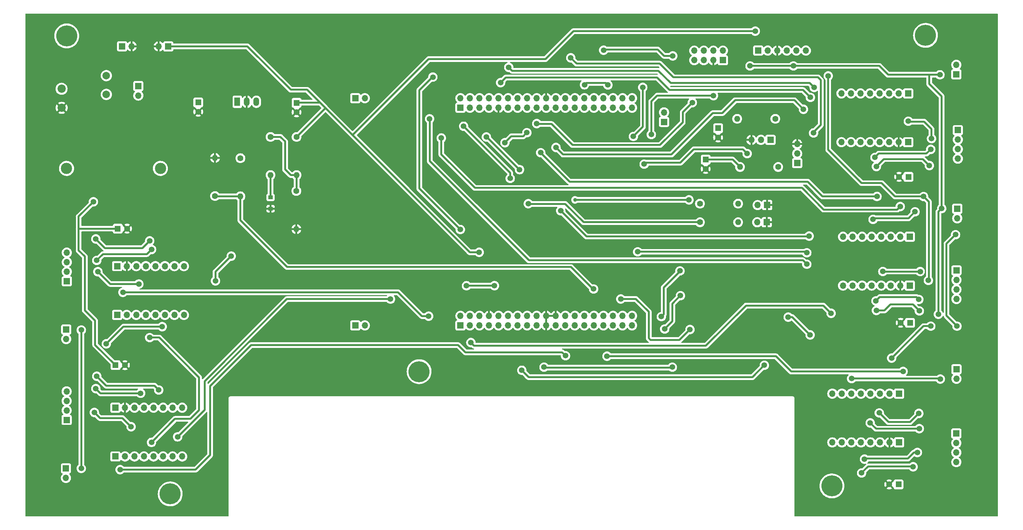
<source format=gbr>
%TF.GenerationSoftware,KiCad,Pcbnew,6.0.2+dfsg-1*%
%TF.CreationDate,2023-03-15T19:16:11+01:00*%
%TF.ProjectId,main_PCB,6d61696e-5f50-4434-922e-6b696361645f,rev?*%
%TF.SameCoordinates,Original*%
%TF.FileFunction,Copper,L1,Top*%
%TF.FilePolarity,Positive*%
%FSLAX46Y46*%
G04 Gerber Fmt 4.6, Leading zero omitted, Abs format (unit mm)*
G04 Created by KiCad (PCBNEW 6.0.2+dfsg-1) date 2023-03-15 19:16:11*
%MOMM*%
%LPD*%
G01*
G04 APERTURE LIST*
%TA.AperFunction,ComponentPad*%
%ADD10R,1.600000X1.600000*%
%TD*%
%TA.AperFunction,ComponentPad*%
%ADD11C,1.600000*%
%TD*%
%TA.AperFunction,ComponentPad*%
%ADD12O,1.600000X1.600000*%
%TD*%
%TA.AperFunction,ComponentPad*%
%ADD13R,1.700000X1.700000*%
%TD*%
%TA.AperFunction,ComponentPad*%
%ADD14O,1.700000X1.700000*%
%TD*%
%TA.AperFunction,ComponentPad*%
%ADD15C,5.600000*%
%TD*%
%TA.AperFunction,SMDPad,CuDef*%
%ADD16R,1.200000X1.000000*%
%TD*%
%TA.AperFunction,ComponentPad*%
%ADD17R,1.500000X2.300000*%
%TD*%
%TA.AperFunction,ComponentPad*%
%ADD18O,1.500000X2.300000*%
%TD*%
%TA.AperFunction,ComponentPad*%
%ADD19C,3.000000*%
%TD*%
%TA.AperFunction,ComponentPad*%
%ADD20C,2.200000*%
%TD*%
%TA.AperFunction,ComponentPad*%
%ADD21C,2.000000*%
%TD*%
%TA.AperFunction,ViaPad*%
%ADD22C,1.500000*%
%TD*%
%TA.AperFunction,ViaPad*%
%ADD23C,1.000000*%
%TD*%
%TA.AperFunction,Conductor*%
%ADD24C,0.500000*%
%TD*%
%TA.AperFunction,Conductor*%
%ADD25C,0.250000*%
%TD*%
G04 APERTURE END LIST*
D10*
%TO.P,C7,1*%
%TO.N,/Vbat*%
X254279400Y-67030600D03*
D11*
%TO.P,C7,2*%
%TO.N,GND*%
X251779400Y-67030600D03*
%TD*%
%TO.P,R8,1*%
%TO.N,Net-(J22-PadN)*%
X218821000Y-51562000D03*
D12*
%TO.P,R8,2*%
%TO.N,/NUCLEO_pinout/LIMIT_SWITCH_1*%
X208661000Y-51562000D03*
%TD*%
D13*
%TO.P,J25,1,Pin_1*%
%TO.N,/#ENA_5*%
X254203200Y-44785000D03*
D14*
%TO.P,J25,2,Pin_2*%
%TO.N,unconnected-(J25-Pad2)*%
X251663200Y-44785000D03*
%TO.P,J25,3,Pin_3*%
%TO.N,unconnected-(J25-Pad3)*%
X249123200Y-44785000D03*
%TO.P,J25,4,Pin_4*%
%TO.N,unconnected-(J25-Pad4)*%
X246583200Y-44785000D03*
%TO.P,J25,5,Pin_5*%
%TO.N,/drv8825_lifterstage/#RST_5*%
X244043200Y-44785000D03*
%TO.P,J25,6,Pin_6*%
X241503200Y-44785000D03*
%TO.P,J25,7,Pin_7*%
%TO.N,/STEP_5*%
X238963200Y-44785000D03*
%TO.P,J25,8,Pin_8*%
%TO.N,/DIR_5*%
X236423200Y-44785000D03*
%TD*%
D13*
%TO.P,JP3,1,A*%
%TO.N,/3V3*%
X29895800Y-144703800D03*
D14*
%TO.P,JP3,2,B*%
%TO.N,/drv8225_mecanumwheels/#RST_3*%
X29895800Y-147243800D03*
%TD*%
D15*
%TO.P,H1,1*%
%TO.N,N/C*%
X30099000Y-29464000D03*
%TD*%
D13*
%TO.P,J16,1,Pin_1*%
%TO.N,/drv8225_mecanumwheels/B2_MOTOR_2*%
X30131226Y-94832374D03*
D14*
%TO.P,J16,2,Pin_2*%
%TO.N,/drv8225_mecanumwheels/B1_MOTOR_2*%
X30131226Y-92292374D03*
%TO.P,J16,3,Pin_3*%
%TO.N,/drv8225_mecanumwheels/A1_MOTOR_2*%
X30131226Y-89752374D03*
%TO.P,J16,4,Pin_4*%
%TO.N,/drv8225_mecanumwheels/A2_MOTOR_2*%
X30131226Y-87212374D03*
%TD*%
D15*
%TO.P,H4,1*%
%TO.N,N/C*%
X233883200Y-149377400D03*
%TD*%
D13*
%TO.P,J19,1,Pin_1*%
%TO.N,/3V3*%
X204851000Y-35941000D03*
D14*
%TO.P,J19,2,Pin_2*%
%TO.N,/XSHUT_1*%
X204851000Y-33401000D03*
%TO.P,J19,3,Pin_3*%
%TO.N,GND*%
X202311000Y-35941000D03*
%TO.P,J19,4,Pin_4*%
%TO.N,/XSHUT_2*%
X202311000Y-33401000D03*
%TO.P,J19,5,Pin_5*%
%TO.N,/I2C_SCL*%
X199771000Y-35941000D03*
%TO.P,J19,6,Pin_6*%
%TO.N,/XSHUT_3*%
X199771000Y-33401000D03*
%TO.P,J19,7,Pin_7*%
%TO.N,/I2C_SDA*%
X197231000Y-35941000D03*
%TO.P,J19,8,Pin_8*%
%TO.N,/XSHUT_4*%
X197231000Y-33401000D03*
%TD*%
D16*
%TO.P,D2,1,K*%
%TO.N,GND*%
X84388400Y-75496800D03*
%TO.P,D2,2,A*%
%TO.N,Net-(D2-Pad2)*%
X84388400Y-72496800D03*
%TD*%
D11*
%TO.P,R1,1*%
%TO.N,/Vbat*%
X76352400Y-62052200D03*
D12*
%TO.P,R1,2*%
%TO.N,/ADC_CHANNEL*%
X76352400Y-72212200D03*
%TD*%
D13*
%TO.P,J23,1*%
%TO.N,Net-(J23-PadN)*%
X224638000Y-63358000D03*
D14*
%TO.P,J23,2*%
%TO.N,/3V3*%
X224638000Y-60818000D03*
%TO.P,J23,3*%
%TO.N,GND*%
X224638000Y-58278000D03*
%TD*%
D10*
%TO.P,C4,1*%
%TO.N,/Vbat*%
X251649113Y-148971000D03*
D11*
%TO.P,C4,2*%
%TO.N,GND*%
X249149113Y-148971000D03*
%TD*%
D13*
%TO.P,J18,1,Pin_1*%
%TO.N,/drv8225_mecanumwheels/B2_MOTOR_4*%
X267030200Y-135407400D03*
D14*
%TO.P,J18,2,Pin_2*%
%TO.N,/drv8225_mecanumwheels/B1_MOTOR_4*%
X267030200Y-137947400D03*
%TO.P,J18,3,Pin_3*%
%TO.N,/drv8225_mecanumwheels/A1_MOTOR_4*%
X267030200Y-140487400D03*
%TO.P,J18,4,Pin_4*%
%TO.N,/drv8225_mecanumwheels/A2_MOTOR_4*%
X267030200Y-143027400D03*
%TD*%
D13*
%TO.P,J24,1*%
%TO.N,Net-(J24-PadNO)*%
X49174000Y-42819000D03*
D14*
%TO.P,J24,2*%
%TO.N,Net-(F1-Pad1)*%
X49174000Y-45359000D03*
%TD*%
D15*
%TO.P,H3,1*%
%TO.N,N/C*%
X57658000Y-151511000D03*
%TD*%
%TO.P,H5,1*%
%TO.N,N/C*%
X123952000Y-118922800D03*
%TD*%
D13*
%TO.P,D4,1,K*%
%TO.N,GND*%
X216662000Y-74549000D03*
D14*
%TO.P,D4,2,A*%
%TO.N,Net-(D4-Pad2)*%
X214122000Y-74549000D03*
%TD*%
D17*
%TO.P,U1,1,IN*%
%TO.N,/Vbat*%
X75531000Y-47013100D03*
D18*
%TO.P,U1,2,GND*%
%TO.N,GND*%
X78071000Y-47013100D03*
%TO.P,U1,3,OUT*%
%TO.N,/E5V*%
X80611000Y-47013100D03*
%TD*%
D13*
%TO.P,J22,1*%
%TO.N,Net-(J22-PadN)*%
X217536000Y-57175000D03*
D14*
%TO.P,J22,2*%
%TO.N,/3V3*%
X214996000Y-57175000D03*
%TO.P,J22,3*%
%TO.N,GND*%
X212456000Y-57175000D03*
%TD*%
D13*
%TO.P,J11,1,Pin_1*%
%TO.N,/#ENA_3*%
X43078400Y-141524000D03*
D14*
%TO.P,J11,2,Pin_2*%
%TO.N,/M0*%
X45618400Y-141524000D03*
%TO.P,J11,3,Pin_3*%
%TO.N,/M1*%
X48158400Y-141524000D03*
%TO.P,J11,4,Pin_4*%
%TO.N,/M2*%
X50698400Y-141524000D03*
%TO.P,J11,5,Pin_5*%
%TO.N,/drv8225_mecanumwheels/#RST_3*%
X53238400Y-141524000D03*
%TO.P,J11,6,Pin_6*%
X55778400Y-141524000D03*
%TO.P,J11,7,Pin_7*%
%TO.N,/STEP_3*%
X58318400Y-141524000D03*
%TO.P,J11,8,Pin_8*%
%TO.N,/DIR_3*%
X60858400Y-141524000D03*
%TD*%
D13*
%TO.P,J28,1,Pin_1*%
%TO.N,/PWR_SUPPLY/Vbat_in*%
X44851000Y-32233000D03*
D14*
%TO.P,J28,2,Pin_2*%
%TO.N,GND*%
X47391000Y-32233000D03*
%TD*%
D13*
%TO.P,J13,1,Pin_1*%
%TO.N,/#ENA_4*%
X251790600Y-124780200D03*
D14*
%TO.P,J13,2,Pin_2*%
%TO.N,/M0*%
X249250600Y-124780200D03*
%TO.P,J13,3,Pin_3*%
%TO.N,/M1*%
X246710600Y-124780200D03*
%TO.P,J13,4,Pin_4*%
%TO.N,/M2*%
X244170600Y-124780200D03*
%TO.P,J13,5,Pin_5*%
%TO.N,/drv8225_mecanumwheels/#RST_4*%
X241630600Y-124780200D03*
%TO.P,J13,6,Pin_6*%
X239090600Y-124780200D03*
%TO.P,J13,7,Pin_7*%
%TO.N,/STEP_4*%
X236550600Y-124780200D03*
%TO.P,J13,8,Pin_8*%
%TO.N,/DIR_4*%
X234010600Y-124780200D03*
%TD*%
D11*
%TO.P,R5,1*%
%TO.N,Net-(R3-Pad2)*%
X84378800Y-56388000D03*
D12*
%TO.P,R5,2*%
%TO.N,Net-(D2-Pad2)*%
X84378800Y-66548000D03*
%TD*%
D13*
%TO.P,J27,1,Pin_1*%
%TO.N,/drv8825_lifterstage/B2_MOTOR_5*%
X267436200Y-54569200D03*
D14*
%TO.P,J27,2,Pin_2*%
%TO.N,/drv8825_lifterstage/B1_MOTOR_5*%
X267436200Y-57109200D03*
%TO.P,J27,3,Pin_3*%
%TO.N,/drv8825_lifterstage/A1_MOTOR_5*%
X267436200Y-59649200D03*
%TO.P,J27,4,Pin_4*%
%TO.N,/drv8825_lifterstage/A2_MOTOR_5*%
X267436200Y-62189200D03*
%TD*%
D10*
%TO.P,C9,1*%
%TO.N,/NUCLEO_pinout/LIMIT_SWITCH_2*%
X200279000Y-62421888D03*
D11*
%TO.P,C9,2*%
%TO.N,GND*%
X200279000Y-64921888D03*
%TD*%
D13*
%TO.P,JP5,1,A*%
%TO.N,/3V3*%
X267030200Y-39700200D03*
D14*
%TO.P,JP5,2,B*%
%TO.N,/drv8825_lifterstage/#RST_5*%
X267030200Y-37160200D03*
%TD*%
D13*
%TO.P,JP2,1,A*%
%TO.N,/3V3*%
X29972000Y-107696000D03*
D14*
%TO.P,JP2,2,B*%
%TO.N,/drv8225_mecanumwheels/#RST_2*%
X29972000Y-110236000D03*
%TD*%
D11*
%TO.P,R9,1*%
%TO.N,Net-(J23-PadN)*%
X219583000Y-64389000D03*
D12*
%TO.P,R9,2*%
%TO.N,/NUCLEO_pinout/LIMIT_SWITCH_2*%
X209423000Y-64389000D03*
%TD*%
D11*
%TO.P,R6,1*%
%TO.N,/NUCLEO_pinout/USER_LED*%
X198755000Y-79121000D03*
D12*
%TO.P,R6,2*%
%TO.N,Net-(D3-Pad2)*%
X208915000Y-79121000D03*
%TD*%
D19*
%TO.P,F1,1*%
%TO.N,Net-(F1-Pad1)*%
X30045000Y-64770000D03*
%TO.P,F1,2*%
%TO.N,/Vbat*%
X55045000Y-64770000D03*
%TD*%
D13*
%TO.P,J4,1,Pin_1*%
%TO.N,unconnected-(J4-Pad1)*%
X106950200Y-106593800D03*
D14*
%TO.P,J4,2,Pin_2*%
%TO.N,unconnected-(J4-Pad2)*%
X109490200Y-106593800D03*
%TD*%
D11*
%TO.P,R3,1*%
%TO.N,/E5V*%
X91313000Y-56388000D03*
D12*
%TO.P,R3,2*%
%TO.N,Net-(R3-Pad2)*%
X91313000Y-66548000D03*
%TD*%
D13*
%TO.P,J10,1,Pin_1*%
%TO.N,/Vbat*%
X43531626Y-90808974D03*
D14*
%TO.P,J10,2,Pin_2*%
%TO.N,GND*%
X46071626Y-90808974D03*
%TO.P,J10,3,Pin_3*%
%TO.N,/drv8225_mecanumwheels/B2_MOTOR_2*%
X48611626Y-90808974D03*
%TO.P,J10,4,Pin_4*%
%TO.N,/drv8225_mecanumwheels/B1_MOTOR_2*%
X51151626Y-90808974D03*
%TO.P,J10,5,Pin_5*%
%TO.N,/drv8225_mecanumwheels/A1_MOTOR_2*%
X53691626Y-90808974D03*
%TO.P,J10,6,Pin_6*%
%TO.N,/drv8225_mecanumwheels/A2_MOTOR_2*%
X56231626Y-90808974D03*
%TO.P,J10,7,Pin_7*%
%TO.N,unconnected-(J10-Pad7)*%
X58771626Y-90808974D03*
%TO.P,J10,8,Pin_8*%
%TO.N,unconnected-(J10-Pad8)*%
X61311626Y-90808974D03*
%TD*%
D11*
%TO.P,R2,1*%
%TO.N,/ADC_CHANNEL*%
X69596000Y-72136000D03*
D12*
%TO.P,R2,2*%
%TO.N,GND*%
X69596000Y-61976000D03*
%TD*%
D13*
%TO.P,J15,1,Pin_1*%
%TO.N,/drv8225_mecanumwheels/B2_MOTOR_1*%
X267055600Y-91948000D03*
D14*
%TO.P,J15,2,Pin_2*%
%TO.N,/drv8225_mecanumwheels/B1_MOTOR_1*%
X267055600Y-94488000D03*
%TO.P,J15,3,Pin_3*%
%TO.N,/drv8225_mecanumwheels/A1_MOTOR_1*%
X267055600Y-97028000D03*
%TO.P,J15,4,Pin_4*%
%TO.N,/drv8225_mecanumwheels/A2_MOTOR_1*%
X267055600Y-99568000D03*
%TD*%
D13*
%TO.P,J29,1,Pin_1*%
%TO.N,/E5V*%
X57150000Y-32258000D03*
D14*
%TO.P,J29,2,Pin_2*%
%TO.N,GND*%
X54610000Y-32258000D03*
%TD*%
D13*
%TO.P,J20,1,Pin_1*%
%TO.N,unconnected-(J20-Pad1)*%
X214274000Y-33376000D03*
D14*
%TO.P,J20,2,Pin_2*%
%TO.N,/E5V*%
X216814000Y-33376000D03*
%TO.P,J20,3,Pin_3*%
%TO.N,GND*%
X219354000Y-33376000D03*
%TO.P,J20,4,Pin_4*%
%TO.N,/RX*%
X221894000Y-33376000D03*
%TO.P,J20,5,Pin_5*%
%TO.N,/TX*%
X224434000Y-33376000D03*
%TO.P,J20,6,Pin_6*%
%TO.N,unconnected-(J20-Pad6)*%
X226974000Y-33376000D03*
%TD*%
D13*
%TO.P,J17,1,Pin_1*%
%TO.N,/drv8225_mecanumwheels/B2_MOTOR_3*%
X30074000Y-131790600D03*
D14*
%TO.P,J17,2,Pin_2*%
%TO.N,/drv8225_mecanumwheels/B1_MOTOR_3*%
X30074000Y-129250600D03*
%TO.P,J17,3,Pin_3*%
%TO.N,/drv8225_mecanumwheels/A1_MOTOR_3*%
X30074000Y-126710600D03*
%TO.P,J17,4,Pin_4*%
%TO.N,/drv8225_mecanumwheels/A2_MOTOR_3*%
X30074000Y-124170600D03*
%TD*%
D13*
%TO.P,J12,1,Pin_1*%
%TO.N,/Vbat*%
X43078400Y-128524000D03*
D14*
%TO.P,J12,2,Pin_2*%
%TO.N,GND*%
X45618400Y-128524000D03*
%TO.P,J12,3,Pin_3*%
%TO.N,/drv8225_mecanumwheels/B2_MOTOR_3*%
X48158400Y-128524000D03*
%TO.P,J12,4,Pin_4*%
%TO.N,/drv8225_mecanumwheels/B1_MOTOR_3*%
X50698400Y-128524000D03*
%TO.P,J12,5,Pin_5*%
%TO.N,/drv8225_mecanumwheels/A1_MOTOR_3*%
X53238400Y-128524000D03*
%TO.P,J12,6,Pin_6*%
%TO.N,/drv8225_mecanumwheels/A2_MOTOR_3*%
X55778400Y-128524000D03*
%TO.P,J12,7,Pin_7*%
%TO.N,unconnected-(J12-Pad7)*%
X58318400Y-128524000D03*
%TO.P,J12,8,Pin_8*%
%TO.N,unconnected-(J12-Pad8)*%
X60858400Y-128524000D03*
%TD*%
D11*
%TO.P,R4,1*%
%TO.N,Net-(R3-Pad2)*%
X91262200Y-70789800D03*
D12*
%TO.P,R4,2*%
%TO.N,GND*%
X91262200Y-80949800D03*
%TD*%
D13*
%TO.P,J14,1,Pin_1*%
%TO.N,/Vbat*%
X251790600Y-137780200D03*
D14*
%TO.P,J14,2,Pin_2*%
%TO.N,GND*%
X249250600Y-137780200D03*
%TO.P,J14,3,Pin_3*%
%TO.N,/drv8225_mecanumwheels/B2_MOTOR_4*%
X246710600Y-137780200D03*
%TO.P,J14,4,Pin_4*%
%TO.N,/drv8225_mecanumwheels/B1_MOTOR_4*%
X244170600Y-137780200D03*
%TO.P,J14,5,Pin_5*%
%TO.N,/drv8225_mecanumwheels/A1_MOTOR_4*%
X241630600Y-137780200D03*
%TO.P,J14,6,Pin_6*%
%TO.N,/drv8225_mecanumwheels/A2_MOTOR_4*%
X239090600Y-137780200D03*
%TO.P,J14,7,Pin_7*%
%TO.N,unconnected-(J14-Pad7)*%
X236550600Y-137780200D03*
%TO.P,J14,8,Pin_8*%
%TO.N,unconnected-(J14-Pad8)*%
X234010600Y-137780200D03*
%TD*%
D10*
%TO.P,C2,1*%
%TO.N,/Vbat*%
X43677200Y-80821574D03*
D11*
%TO.P,C2,2*%
%TO.N,GND*%
X46177200Y-80821574D03*
%TD*%
D15*
%TO.P,H2,1*%
%TO.N,N/C*%
X258826000Y-29337000D03*
%TD*%
D10*
%TO.P,C1,1*%
%TO.N,/Vbat*%
X254697113Y-105918000D03*
D11*
%TO.P,C1,2*%
%TO.N,GND*%
X252197113Y-105918000D03*
%TD*%
D13*
%TO.P,JP4,1,A*%
%TO.N,/3V3*%
X267056000Y-118272800D03*
D14*
%TO.P,JP4,2,B*%
%TO.N,/drv8225_mecanumwheels/#RST_4*%
X267056000Y-120812800D03*
%TD*%
D13*
%TO.P,J26,1,Pin_1*%
%TO.N,/Vbat*%
X254203200Y-57785000D03*
D14*
%TO.P,J26,2,Pin_2*%
%TO.N,GND*%
X251663200Y-57785000D03*
%TO.P,J26,3,Pin_3*%
%TO.N,/drv8825_lifterstage/B2_MOTOR_5*%
X249123200Y-57785000D03*
%TO.P,J26,4,Pin_4*%
%TO.N,/drv8825_lifterstage/B1_MOTOR_5*%
X246583200Y-57785000D03*
%TO.P,J26,5,Pin_5*%
%TO.N,/drv8825_lifterstage/A1_MOTOR_5*%
X244043200Y-57785000D03*
%TO.P,J26,6,Pin_6*%
%TO.N,/drv8825_lifterstage/A2_MOTOR_5*%
X241503200Y-57785000D03*
%TO.P,J26,7,Pin_7*%
%TO.N,unconnected-(J26-Pad7)*%
X238963200Y-57785000D03*
%TO.P,J26,8,Pin_8*%
%TO.N,unconnected-(J26-Pad8)*%
X236423200Y-57785000D03*
%TD*%
D13*
%TO.P,J5,1,Pin_1*%
%TO.N,/NUCLEO_pinout/USART_TX_2*%
X189179200Y-52374800D03*
D14*
%TO.P,J5,2,Pin_2*%
%TO.N,/NUCLEO_pinout/USART_RX_2*%
X189179200Y-49834800D03*
%TD*%
D13*
%TO.P,D3,1,K*%
%TO.N,GND*%
X216535000Y-79121000D03*
D14*
%TO.P,D3,2,A*%
%TO.N,Net-(D3-Pad2)*%
X213995000Y-79121000D03*
%TD*%
D13*
%TO.P,JP1,1,A*%
%TO.N,/3V3*%
X267284200Y-75509200D03*
D14*
%TO.P,JP1,2,B*%
%TO.N,/drv8225_mecanumwheels/#RST_1*%
X267284200Y-78049200D03*
%TD*%
D20*
%TO.P,J21,1*%
%TO.N,/PWR_SUPPLY/Vbat_in*%
X28732000Y-43560000D03*
%TO.P,J21,2*%
%TO.N,GND*%
X28732000Y-48640000D03*
%TD*%
D13*
%TO.P,J3,1,Pin_1*%
%TO.N,unconnected-(J3-Pad1)*%
X106950200Y-46050200D03*
D14*
%TO.P,J3,2,Pin_2*%
%TO.N,unconnected-(J3-Pad2)*%
X109490200Y-46050200D03*
%TD*%
D13*
%TO.P,J8,1,Pin_1*%
%TO.N,/Vbat*%
X254635000Y-95986600D03*
D14*
%TO.P,J8,2,Pin_2*%
%TO.N,GND*%
X252095000Y-95986600D03*
%TO.P,J8,3,Pin_3*%
%TO.N,/drv8225_mecanumwheels/B2_MOTOR_1*%
X249555000Y-95986600D03*
%TO.P,J8,4,Pin_4*%
%TO.N,/drv8225_mecanumwheels/B1_MOTOR_1*%
X247015000Y-95986600D03*
%TO.P,J8,5,Pin_5*%
%TO.N,/drv8225_mecanumwheels/A1_MOTOR_1*%
X244475000Y-95986600D03*
%TO.P,J8,6,Pin_6*%
%TO.N,/drv8225_mecanumwheels/A2_MOTOR_1*%
X241935000Y-95986600D03*
%TO.P,J8,7,Pin_7*%
%TO.N,unconnected-(J8-Pad7)*%
X239395000Y-95986600D03*
%TO.P,J8,8,Pin_8*%
%TO.N,unconnected-(J8-Pad8)*%
X236855000Y-95986600D03*
%TD*%
D10*
%TO.P,C3,1*%
%TO.N,/Vbat*%
X43102888Y-117190400D03*
D11*
%TO.P,C3,2*%
%TO.N,GND*%
X45602888Y-117190400D03*
%TD*%
D13*
%TO.P,J9,1,Pin_1*%
%TO.N,/#ENA_2*%
X43531626Y-103808974D03*
D14*
%TO.P,J9,2,Pin_2*%
%TO.N,/M0*%
X46071626Y-103808974D03*
%TO.P,J9,3,Pin_3*%
%TO.N,/M1*%
X48611626Y-103808974D03*
%TO.P,J9,4,Pin_4*%
%TO.N,/M2*%
X51151626Y-103808974D03*
%TO.P,J9,5,Pin_5*%
%TO.N,/drv8225_mecanumwheels/#RST_2*%
X53691626Y-103808974D03*
%TO.P,J9,6,Pin_6*%
X56231626Y-103808974D03*
%TO.P,J9,7,Pin_7*%
%TO.N,/STEP_2*%
X58771626Y-103808974D03*
%TO.P,J9,8,Pin_8*%
%TO.N,/DIR_2*%
X61311626Y-103808974D03*
%TD*%
D10*
%TO.P,C6,1*%
%TO.N,/E5V*%
X91313000Y-47308888D03*
D11*
%TO.P,C6,2*%
%TO.N,GND*%
X91313000Y-49808888D03*
%TD*%
D21*
%TO.P,SW1,1,1*%
%TO.N,/PWR_SUPPLY/Vbat_in*%
X40640000Y-45045000D03*
%TO.P,SW1,2,2*%
%TO.N,Net-(J24-PadNO)*%
X40640000Y-40045000D03*
%TD*%
D11*
%TO.P,R7,1*%
%TO.N,/NUCLEO_pinout/VBAT_LED*%
X198755000Y-74168000D03*
D12*
%TO.P,R7,2*%
%TO.N,Net-(D4-Pad2)*%
X208915000Y-74168000D03*
%TD*%
D10*
%TO.P,C5,1*%
%TO.N,/Vbat*%
X65125600Y-47181888D03*
D11*
%TO.P,C5,2*%
%TO.N,GND*%
X65125600Y-49681888D03*
%TD*%
D13*
%TO.P,J7,1,Pin_1*%
%TO.N,/#ENA_1*%
X254635000Y-82986600D03*
D14*
%TO.P,J7,2,Pin_2*%
%TO.N,/M0*%
X252095000Y-82986600D03*
%TO.P,J7,3,Pin_3*%
%TO.N,/M1*%
X249555000Y-82986600D03*
%TO.P,J7,4,Pin_4*%
%TO.N,/M2*%
X247015000Y-82986600D03*
%TO.P,J7,5,Pin_5*%
%TO.N,/drv8225_mecanumwheels/#RST_1*%
X244475000Y-82986600D03*
%TO.P,J7,6,Pin_6*%
X241935000Y-82986600D03*
%TO.P,J7,7,Pin_7*%
%TO.N,/STEP_1*%
X239395000Y-82986600D03*
%TO.P,J7,8,Pin_8*%
%TO.N,/DIR_1*%
X236855000Y-82986600D03*
%TD*%
D10*
%TO.P,C8,1*%
%TO.N,/NUCLEO_pinout/LIMIT_SWITCH_1*%
X203581000Y-54039888D03*
D11*
%TO.P,C8,2*%
%TO.N,GND*%
X203581000Y-56539888D03*
%TD*%
D13*
%TO.P,J1,1,Pin_1*%
%TO.N,/#ENA_1*%
X134960200Y-106598400D03*
D14*
%TO.P,J1,2,Pin_2*%
%TO.N,/#ENA_2*%
X134960200Y-104058400D03*
%TO.P,J1,3,Pin_3*%
%TO.N,unconnected-(J1-Pad3)*%
X137500200Y-106598400D03*
%TO.P,J1,4,Pin_4*%
%TO.N,unconnected-(J1-Pad4)*%
X137500200Y-104058400D03*
%TO.P,J1,5,Pin_5*%
%TO.N,unconnected-(J1-Pad5)*%
X140040200Y-106598400D03*
%TO.P,J1,6,Pin_6*%
%TO.N,/E5V*%
X140040200Y-104058400D03*
%TO.P,J1,7,Pin_7*%
%TO.N,unconnected-(J1-Pad7)*%
X142580200Y-106598400D03*
%TO.P,J1,8,Pin_8*%
%TO.N,GND*%
X142580200Y-104058400D03*
%TO.P,J1,9,Pin_9*%
%TO.N,unconnected-(J1-Pad9)*%
X145120200Y-106598400D03*
%TO.P,J1,10,Pin_10*%
%TO.N,unconnected-(J1-Pad10)*%
X145120200Y-104058400D03*
%TO.P,J1,11,Pin_11*%
%TO.N,unconnected-(J1-Pad11)*%
X147660200Y-106598400D03*
%TO.P,J1,12,Pin_12*%
%TO.N,unconnected-(J1-Pad12)*%
X147660200Y-104058400D03*
%TO.P,J1,13,Pin_13*%
%TO.N,/#ENA_5*%
X150200200Y-106598400D03*
%TO.P,J1,14,Pin_14*%
%TO.N,unconnected-(J1-Pad14)*%
X150200200Y-104058400D03*
%TO.P,J1,15,Pin_15*%
%TO.N,unconnected-(J1-Pad15)*%
X152740200Y-106598400D03*
%TO.P,J1,16,Pin_16*%
%TO.N,/3V3*%
X152740200Y-104058400D03*
%TO.P,J1,17,Pin_17*%
%TO.N,unconnected-(J1-Pad17)*%
X155280200Y-106598400D03*
%TO.P,J1,18,Pin_18*%
%TO.N,unconnected-(J1-Pad18)*%
X155280200Y-104058400D03*
%TO.P,J1,19,Pin_19*%
%TO.N,GND*%
X157820200Y-106598400D03*
%TO.P,J1,20,Pin_20*%
X157820200Y-104058400D03*
%TO.P,J1,21,Pin_21*%
%TO.N,/I2C_SDA*%
X160360200Y-106598400D03*
%TO.P,J1,22,Pin_22*%
%TO.N,GND*%
X160360200Y-104058400D03*
%TO.P,J1,23,Pin_23*%
%TO.N,/#ENA_3*%
X162900200Y-106598400D03*
%TO.P,J1,24,Pin_24*%
%TO.N,unconnected-(J1-Pad24)*%
X162900200Y-104058400D03*
%TO.P,J1,25,Pin_25*%
%TO.N,/#ENA_4*%
X165440200Y-106598400D03*
%TO.P,J1,26,Pin_26*%
%TO.N,unconnected-(J1-Pad26)*%
X165440200Y-104058400D03*
%TO.P,J1,27,Pin_27*%
%TO.N,unconnected-(J1-Pad27)*%
X167980200Y-106598400D03*
%TO.P,J1,28,Pin_28*%
%TO.N,unconnected-(J1-Pad28)*%
X167980200Y-104058400D03*
%TO.P,J1,29,Pin_29*%
%TO.N,unconnected-(J1-Pad29)*%
X170520200Y-106598400D03*
%TO.P,J1,30,Pin_30*%
%TO.N,/ADC_CHANNEL*%
X170520200Y-104058400D03*
%TO.P,J1,31,Pin_31*%
%TO.N,unconnected-(J1-Pad31)*%
X173060200Y-106598400D03*
%TO.P,J1,32,Pin_32*%
%TO.N,/DIR_1*%
X173060200Y-104058400D03*
%TO.P,J1,33,Pin_33*%
%TO.N,unconnected-(J1-Pad33)*%
X175600200Y-106598400D03*
%TO.P,J1,34,Pin_34*%
%TO.N,/DIR_4*%
X175600200Y-104058400D03*
%TO.P,J1,35,Pin_35*%
%TO.N,/NUCLEO_pinout/LIMIT_SWITCH_1*%
X178140200Y-106598400D03*
%TO.P,J1,36,Pin_36*%
%TO.N,unconnected-(J1-Pad36)*%
X178140200Y-104058400D03*
%TO.P,J1,37,Pin_37*%
%TO.N,/NUCLEO_pinout/LIMIT_SWITCH_2*%
X180680200Y-106598400D03*
%TO.P,J1,38,Pin_38*%
%TO.N,unconnected-(J1-Pad38)*%
X180680200Y-104058400D03*
%TD*%
D13*
%TO.P,J2,1,Pin_1*%
%TO.N,/NUCLEO_pinout/USER_LED*%
X134960200Y-48598400D03*
D14*
%TO.P,J2,2,Pin_2*%
%TO.N,/M0*%
X134960200Y-46058400D03*
%TO.P,J2,3,Pin_3*%
%TO.N,unconnected-(J2-Pad3)*%
X137500200Y-48598400D03*
%TO.P,J2,4,Pin_4*%
%TO.N,/M2*%
X137500200Y-46058400D03*
%TO.P,J2,5,Pin_5*%
%TO.N,unconnected-(J2-Pad5)*%
X140040200Y-48598400D03*
%TO.P,J2,6,Pin_6*%
%TO.N,/STEP_3*%
X140040200Y-46058400D03*
%TO.P,J2,7,Pin_7*%
%TO.N,unconnected-(J2-Pad7)*%
X142580200Y-48598400D03*
%TO.P,J2,8,Pin_8*%
%TO.N,unconnected-(J2-Pad8)*%
X142580200Y-46058400D03*
%TO.P,J2,9,Pin_9*%
%TO.N,GND*%
X145120200Y-48598400D03*
%TO.P,J2,10,Pin_10*%
%TO.N,unconnected-(J2-Pad10)*%
X145120200Y-46058400D03*
%TO.P,J2,11,Pin_11*%
%TO.N,/STEP_1*%
X147660200Y-48598400D03*
%TO.P,J2,12,Pin_12*%
%TO.N,/STEP_5*%
X147660200Y-46058400D03*
%TO.P,J2,13,Pin_13*%
%TO.N,/DIR_2*%
X150200200Y-48598400D03*
%TO.P,J2,14,Pin_14*%
%TO.N,/DIR_5*%
X150200200Y-46058400D03*
%TO.P,J2,15,Pin_15*%
%TO.N,/STEP_2*%
X152740200Y-48598400D03*
%TO.P,J2,16,Pin_16*%
%TO.N,/XSHUT_1*%
X152740200Y-46058400D03*
%TO.P,J2,17,Pin_17*%
%TO.N,/I2C_SCL*%
X155280200Y-48598400D03*
%TO.P,J2,18,Pin_18*%
%TO.N,unconnected-(J2-Pad18)*%
X155280200Y-46058400D03*
%TO.P,J2,19,Pin_19*%
%TO.N,/M1*%
X157820200Y-48598400D03*
%TO.P,J2,20,Pin_20*%
%TO.N,GND*%
X157820200Y-46058400D03*
%TO.P,J2,21,Pin_21*%
%TO.N,/TX*%
X160360200Y-48598400D03*
%TO.P,J2,22,Pin_22*%
%TO.N,unconnected-(J2-Pad22)*%
X160360200Y-46058400D03*
%TO.P,J2,23,Pin_23*%
%TO.N,/NUCLEO_pinout/VBAT_LED*%
X162900200Y-48598400D03*
%TO.P,J2,24,Pin_24*%
%TO.N,/STEP_4*%
X162900200Y-46058400D03*
%TO.P,J2,25,Pin_25*%
%TO.N,unconnected-(J2-Pad25)*%
X165440200Y-48598400D03*
%TO.P,J2,26,Pin_26*%
%TO.N,/XSHUT_4*%
X165440200Y-46058400D03*
%TO.P,J2,27,Pin_27*%
%TO.N,unconnected-(J2-Pad27)*%
X167980200Y-48598400D03*
%TO.P,J2,28,Pin_28*%
%TO.N,/XSHUT_3*%
X167980200Y-46058400D03*
%TO.P,J2,29,Pin_29*%
%TO.N,unconnected-(J2-Pad29)*%
X170520200Y-48598400D03*
%TO.P,J2,30,Pin_30*%
%TO.N,/XSHUT_2*%
X170520200Y-46058400D03*
%TO.P,J2,31,Pin_31*%
%TO.N,unconnected-(J2-Pad31)*%
X173060200Y-48598400D03*
%TO.P,J2,32,Pin_32*%
%TO.N,unconnected-(J2-Pad32)*%
X173060200Y-46058400D03*
%TO.P,J2,33,Pin_33*%
%TO.N,/RX*%
X175600200Y-48598400D03*
%TO.P,J2,34,Pin_34*%
%TO.N,/DIR_3*%
X175600200Y-46058400D03*
%TO.P,J2,35,Pin_35*%
%TO.N,/NUCLEO_pinout/USART_TX_2*%
X178140200Y-48598400D03*
%TO.P,J2,36,Pin_36*%
%TO.N,unconnected-(J2-Pad36)*%
X178140200Y-46058400D03*
%TO.P,J2,37,Pin_37*%
%TO.N,/NUCLEO_pinout/USART_RX_2*%
X180680200Y-48598400D03*
%TO.P,J2,38,Pin_38*%
%TO.N,unconnected-(J2-Pad38)*%
X180680200Y-46058400D03*
%TD*%
D22*
%TO.N,/#ENA_1*%
X137744200Y-111175800D03*
X233680000Y-103378000D03*
%TO.N,/#ENA_2*%
X126492000Y-104140000D03*
X45059600Y-97790000D03*
%TO.N,/E5V*%
X139954000Y-87122000D03*
X213487000Y-28194000D03*
%TO.N,/3V3*%
X183896000Y-63627000D03*
X144018000Y-96012000D03*
X136568298Y-96031277D03*
X33985200Y-107823000D03*
X223647000Y-37465000D03*
X212090000Y-37465000D03*
X263144000Y-75438000D03*
X33985200Y-144703800D03*
X262255000Y-103632000D03*
X211328000Y-60833000D03*
X262661400Y-39827200D03*
%TO.N,/I2C_SDA*%
X191389000Y-117729000D03*
X157226000Y-117729000D03*
%TO.N,/#ENA_3*%
X162941000Y-114681000D03*
X44323000Y-145034000D03*
%TO.N,/#ENA_4*%
X173990000Y-114808000D03*
X252857000Y-118872000D03*
%TO.N,/ADC_CHANNEL*%
X170434000Y-96901000D03*
%TO.N,/DIR_1*%
X227203000Y-87249000D03*
X182168800Y-86995000D03*
%TO.N,/DIR_4*%
X177673000Y-99568000D03*
X196088000Y-107696000D03*
%TO.N,/NUCLEO_pinout/LIMIT_SWITCH_1*%
X189357000Y-107569000D03*
X193548000Y-98679000D03*
%TO.N,/NUCLEO_pinout/LIMIT_SWITCH_2*%
X188468000Y-104267000D03*
X193421000Y-92075000D03*
%TO.N,/NUCLEO_pinout/USER_LED*%
X135813800Y-53543200D03*
X148209000Y-67437000D03*
X153035000Y-74168000D03*
%TO.N,/M0*%
X260223000Y-106807000D03*
X249809000Y-115316000D03*
X267208000Y-106807000D03*
X266827000Y-82423000D03*
X129870200Y-56667400D03*
X252095000Y-74930000D03*
%TO.N,/M2*%
X52679600Y-137769600D03*
X227203000Y-90297000D03*
X69723000Y-94742000D03*
X52197000Y-109855000D03*
X126746000Y-51562000D03*
X73914000Y-88138000D03*
%TO.N,/STEP_3*%
X127609600Y-40436800D03*
X59639200Y-136296400D03*
X134924800Y-81051400D03*
X116332000Y-99593400D03*
%TO.N,/STEP_1*%
X141859000Y-56388000D03*
X227838000Y-82804000D03*
X161671000Y-76047600D03*
X150698200Y-65100200D03*
%TO.N,/#ENA_5*%
X151307800Y-118567200D03*
X215900000Y-117221000D03*
%TO.N,/STEP_5*%
X228168200Y-45847000D03*
X145669000Y-41910000D03*
%TO.N,/STEP_2*%
X152654000Y-55245000D03*
X146812000Y-57912000D03*
%TO.N,/I2C_SCL*%
X155280200Y-52832000D03*
X196723000Y-47244000D03*
%TO.N,/M1*%
X156337000Y-60579000D03*
X245897400Y-72237600D03*
%TO.N,/TX*%
X160401000Y-59182000D03*
X226314000Y-49022000D03*
%TO.N,/DIR_5*%
X147828000Y-37846000D03*
X229171500Y-43192700D03*
%TO.N,/STEP_4*%
X222250000Y-104394000D03*
X228092000Y-109143800D03*
X164338000Y-35306000D03*
X229006400Y-55321200D03*
%TO.N,/XSHUT_4*%
X173101000Y-33274000D03*
X191516000Y-34798000D03*
%TO.N,/XSHUT_3*%
X174244000Y-42545000D03*
X167995600Y-42494200D03*
%TO.N,/RX*%
X202336400Y-45389800D03*
X185801000Y-55753000D03*
%TO.N,/DIR_3*%
X183515000Y-43180000D03*
X181025800Y-56261000D03*
%TO.N,/drv8225_mecanumwheels/#RST_1*%
X256032000Y-76327000D03*
X244856000Y-78359000D03*
%TO.N,/drv8225_mecanumwheels/B1_MOTOR_1*%
X247459500Y-92240100D03*
X257403600Y-92252800D03*
%TO.N,/drv8225_mecanumwheels/A2_MOTOR_1*%
X257175000Y-102743000D03*
X245745000Y-102616000D03*
%TO.N,/drv8225_mecanumwheels/A1_MOTOR_1*%
X245618000Y-100076000D03*
X257048000Y-99695000D03*
%TO.N,/drv8225_mecanumwheels/#RST_2*%
X40640000Y-111506000D03*
X55524400Y-106934000D03*
%TO.N,/drv8225_mecanumwheels/B1_MOTOR_2*%
X49307826Y-95578974D03*
X38393574Y-92292374D03*
%TO.N,/drv8225_mecanumwheels/A2_MOTOR_2*%
X52197000Y-84074000D03*
X37846000Y-83566000D03*
%TO.N,/drv8225_mecanumwheels/A1_MOTOR_2*%
X52705000Y-86360000D03*
X38100000Y-89281000D03*
%TO.N,/drv8225_mecanumwheels/B1_MOTOR_3*%
X37465000Y-129794000D03*
X47244000Y-133604000D03*
%TO.N,/drv8225_mecanumwheels/A2_MOTOR_3*%
X54610000Y-123825000D03*
X38100000Y-120142000D03*
%TO.N,/drv8225_mecanumwheels/A1_MOTOR_3*%
X37846000Y-123444000D03*
X49784000Y-124688600D03*
%TO.N,/drv8225_mecanumwheels/#RST_4*%
X262763000Y-120904000D03*
X239141000Y-120777000D03*
%TO.N,/drv8225_mecanumwheels/B2_MOTOR_4*%
X246507000Y-129921000D03*
X257048000Y-130048000D03*
%TO.N,/drv8225_mecanumwheels/B1_MOTOR_4*%
X257175000Y-134112000D03*
X244094000Y-132588000D03*
%TO.N,/drv8225_mecanumwheels/A2_MOTOR_4*%
X255524000Y-144272000D03*
X241808000Y-145923000D03*
%TO.N,/drv8225_mecanumwheels/A1_MOTOR_4*%
X242570000Y-142240000D03*
X256667000Y-140462000D03*
%TO.N,/NUCLEO_pinout/VBAT_LED*%
X195834000Y-73152000D03*
D23*
X165481000Y-73152000D03*
D22*
%TO.N,/drv8825_lifterstage/B1_MOTOR_5*%
X260426200Y-56819800D03*
X254254000Y-52197000D03*
%TO.N,/drv8825_lifterstage/A2_MOTOR_5*%
X259842000Y-64008000D03*
X245745000Y-64262000D03*
%TO.N,/drv8825_lifterstage/A1_MOTOR_5*%
X245364000Y-61849000D03*
X260223000Y-59690000D03*
%TO.N,/Vbat*%
X232918000Y-40132000D03*
X37211000Y-73660000D03*
X259588000Y-94615000D03*
X258318000Y-72263000D03*
%TD*%
D24*
%TO.N,GND*%
X88315800Y-80949800D02*
X91262200Y-80949800D01*
X84388400Y-77022400D02*
X88315800Y-80949800D01*
X84388400Y-75496800D02*
X84388400Y-77022400D01*
%TO.N,/#ENA_1*%
X138582400Y-112014000D02*
X137744200Y-111175800D01*
X231648000Y-101346000D02*
X211074000Y-101346000D01*
X233680000Y-103378000D02*
X231648000Y-101346000D01*
X211074000Y-101346000D02*
X211035900Y-101307900D01*
X211035900Y-101307900D02*
X200329800Y-112014000D01*
X200329800Y-112014000D02*
X138582400Y-112014000D01*
%TO.N,/#ENA_2*%
X124714000Y-104140000D02*
X118364000Y-97790000D01*
X126492000Y-104140000D02*
X124714000Y-104140000D01*
X118364000Y-97790000D02*
X45059600Y-97790000D01*
%TO.N,/E5V*%
X98958400Y-48742600D02*
X98958400Y-48615600D01*
X89789000Y-43815000D02*
X94157800Y-43815000D01*
X213487000Y-28194000D02*
X165049200Y-28194000D01*
X157581600Y-35661600D02*
X126492000Y-35661600D01*
X100228400Y-49885600D02*
X103149400Y-52806600D01*
X98958400Y-48615600D02*
X100228400Y-49885600D01*
X91377888Y-47244000D02*
X97586800Y-47244000D01*
X91313000Y-47308888D02*
X91377888Y-47244000D01*
X94157800Y-43815000D02*
X97651688Y-47308888D01*
X97651688Y-47308888D02*
X98958400Y-48615600D01*
X137464800Y-87122000D02*
X139954000Y-87122000D01*
X91313000Y-56388000D02*
X98958400Y-48742600D01*
X78232000Y-32258000D02*
X89789000Y-43815000D01*
X165049200Y-28194000D02*
X157581600Y-35661600D01*
X126492000Y-35661600D02*
X106248200Y-55905400D01*
X57150000Y-32258000D02*
X78232000Y-32258000D01*
X103149400Y-52806600D02*
X106248200Y-55905400D01*
X106248200Y-55905400D02*
X137464800Y-87122000D01*
%TO.N,/3V3*%
X259816600Y-42265600D02*
X263093200Y-45542200D01*
X263093200Y-45542200D02*
X263093200Y-75387200D01*
X246532400Y-37465000D02*
X248793000Y-39725600D01*
X263093200Y-75387200D02*
X263144000Y-75438000D01*
X262255000Y-76327000D02*
X263144000Y-75438000D01*
X259816600Y-39827200D02*
X259816600Y-42265600D01*
X33985200Y-107823000D02*
X33985200Y-144653000D01*
X144018000Y-96012000D02*
X136525000Y-96012000D01*
X184277000Y-63246000D02*
X193548000Y-63246000D01*
X223647000Y-37465000D02*
X246532400Y-37465000D01*
X248793000Y-39725600D02*
X248793000Y-39751000D01*
X262661400Y-39827200D02*
X259816600Y-39827200D01*
X197104000Y-59690000D02*
X210185000Y-59690000D01*
X212090000Y-37465000D02*
X223647000Y-37465000D01*
X193548000Y-63246000D02*
X197104000Y-59690000D01*
X248793000Y-39751000D02*
X248869200Y-39827200D01*
X262255000Y-103632000D02*
X262255000Y-76327000D01*
X248869200Y-39827200D02*
X259816600Y-39827200D01*
X210185000Y-59690000D02*
X211328000Y-60833000D01*
X183896000Y-63627000D02*
X184277000Y-63246000D01*
%TO.N,/I2C_SDA*%
X157226000Y-117729000D02*
X157353000Y-117856000D01*
X157353000Y-117856000D02*
X191262000Y-117856000D01*
X191262000Y-117856000D02*
X191389000Y-117729000D01*
%TO.N,/#ENA_3*%
X79182501Y-111861600D02*
X68300600Y-122743501D01*
X136245600Y-113766600D02*
X162026600Y-113766600D01*
X68300600Y-122743501D02*
X68300600Y-141147800D01*
X68300600Y-141147800D02*
X64414400Y-145034000D01*
X136245600Y-113766600D02*
X134340600Y-111861600D01*
X162026600Y-113766600D02*
X162941000Y-114681000D01*
X64414400Y-145034000D02*
X44323000Y-145034000D01*
X134340600Y-111861600D02*
X79182501Y-111861600D01*
%TO.N,/#ENA_4*%
X223062800Y-118897400D02*
X252831600Y-118897400D01*
X174015400Y-114833400D02*
X218998800Y-114833400D01*
X218998800Y-114833400D02*
X223062800Y-118897400D01*
X173990000Y-114808000D02*
X174015400Y-114833400D01*
X252831600Y-118897400D02*
X252857000Y-118872000D01*
D25*
%TO.N,/ADC_CHANNEL*%
X69672200Y-72212200D02*
X69596000Y-72136000D01*
D24*
X170434000Y-96901000D02*
X170230800Y-96901000D01*
X76352400Y-72212200D02*
X69672200Y-72212200D01*
X164388800Y-91059000D02*
X88798400Y-91059000D01*
X88798400Y-91059000D02*
X76352400Y-78613000D01*
X170230800Y-96901000D02*
X164388800Y-91059000D01*
X76352400Y-78613000D02*
X76352400Y-72212200D01*
%TO.N,/DIR_1*%
X227203000Y-87249000D02*
X226949000Y-86995000D01*
X226949000Y-86995000D02*
X182168800Y-86995000D01*
%TO.N,/DIR_4*%
X193294000Y-110490000D02*
X185597800Y-110490000D01*
X185597800Y-110490000D02*
X185115200Y-110007400D01*
X185115200Y-110007400D02*
X185115200Y-102997000D01*
X185115200Y-102997000D02*
X181686200Y-99568000D01*
X181686200Y-99568000D02*
X177673000Y-99568000D01*
X196088000Y-107696000D02*
X193294000Y-110490000D01*
%TO.N,/NUCLEO_pinout/LIMIT_SWITCH_1*%
X191389000Y-105460800D02*
X189357000Y-107492800D01*
X193548000Y-98679000D02*
X191389000Y-100838000D01*
X189357000Y-107492800D02*
X189357000Y-107569000D01*
X191389000Y-100838000D02*
X191389000Y-105460800D01*
%TO.N,/NUCLEO_pinout/LIMIT_SWITCH_2*%
X207455888Y-62421888D02*
X209423000Y-64389000D01*
X200279000Y-62421888D02*
X207455888Y-62421888D01*
X188468000Y-104267000D02*
X189103000Y-103632000D01*
X189103000Y-96520000D02*
X193421000Y-92202000D01*
X189103000Y-103632000D02*
X189103000Y-96520000D01*
X193421000Y-92202000D02*
X193421000Y-92075000D01*
%TO.N,/NUCLEO_pinout/USER_LED*%
X167767000Y-79121000D02*
X198755000Y-79121000D01*
X153111200Y-74244200D02*
X162890200Y-74244200D01*
X148209000Y-65938400D02*
X135813800Y-53543200D01*
X153035000Y-74168000D02*
X153111200Y-74244200D01*
X148209000Y-67437000D02*
X148209000Y-65938400D01*
X162890200Y-74244200D02*
X167767000Y-79121000D01*
%TO.N,/M0*%
X129870200Y-61061600D02*
X129870200Y-56667400D01*
X252095000Y-74930000D02*
X251282200Y-75742800D01*
X138785600Y-69977000D02*
X129870200Y-61061600D01*
X231698800Y-75742800D02*
X225933000Y-69977000D01*
X258318000Y-106807000D02*
X260223000Y-106807000D01*
X264414000Y-84836000D02*
X264414000Y-104013000D01*
X264414000Y-104013000D02*
X267208000Y-106807000D01*
X266827000Y-82423000D02*
X264414000Y-84836000D01*
X251282200Y-75742800D02*
X231698800Y-75742800D01*
X225933000Y-69977000D02*
X138785600Y-69977000D01*
X249809000Y-115316000D02*
X258318000Y-106807000D01*
%TO.N,/M2*%
X65354200Y-120446800D02*
X65354200Y-129184400D01*
X226161600Y-89255600D02*
X153187400Y-89255600D01*
X126796800Y-62865000D02*
X126796800Y-51308000D01*
X58928000Y-131521200D02*
X52679600Y-137769600D01*
X153187400Y-89255600D02*
X126796800Y-62865000D01*
X54762400Y-109855000D02*
X65354200Y-120446800D01*
X69723000Y-92329000D02*
X73914000Y-88138000D01*
X65354200Y-129184400D02*
X63017400Y-131521200D01*
X52197000Y-109855000D02*
X54762400Y-109855000D01*
X69723000Y-94742000D02*
X69723000Y-92329000D01*
X227203000Y-90297000D02*
X226161600Y-89255600D01*
X63017400Y-131521200D02*
X58928000Y-131521200D01*
%TO.N,/STEP_3*%
X59639200Y-136296400D02*
X66827400Y-129108200D01*
X88696800Y-99593400D02*
X115951000Y-99593400D01*
X66827400Y-121462800D02*
X88696800Y-99593400D01*
X134924800Y-81051400D02*
X124002800Y-70129400D01*
X124002800Y-70129400D02*
X124002800Y-43967400D01*
X124002800Y-43967400D02*
X127457200Y-40513000D01*
X66827400Y-129108200D02*
X66827400Y-121462800D01*
%TO.N,/STEP_1*%
X168554400Y-82931000D02*
X227711000Y-82931000D01*
X141986000Y-56388000D02*
X150698200Y-65100200D01*
X161671000Y-76047600D02*
X168554400Y-82931000D01*
X141859000Y-56388000D02*
X141986000Y-56388000D01*
X227711000Y-82931000D02*
X227838000Y-82804000D01*
%TO.N,/#ENA_5*%
X212725000Y-120396000D02*
X153136600Y-120396000D01*
X215900000Y-117221000D02*
X212725000Y-120396000D01*
X153136600Y-120396000D02*
X151307800Y-118567200D01*
%TO.N,/STEP_5*%
X190677800Y-43891200D02*
X226212400Y-43891200D01*
X226212400Y-43891200D02*
X228168200Y-45847000D01*
X145669000Y-41910000D02*
X147015200Y-40563800D01*
X147015200Y-40563800D02*
X187350400Y-40563800D01*
X187350400Y-40563800D02*
X190677800Y-43891200D01*
%TO.N,/STEP_2*%
X152654000Y-55245000D02*
X151688800Y-56210200D01*
X151688800Y-56210200D02*
X148513800Y-56210200D01*
X148513800Y-56210200D02*
X146812000Y-57912000D01*
%TO.N,/I2C_SCL*%
X194157600Y-49809400D02*
X196723000Y-47244000D01*
X155397200Y-52949000D02*
X159222600Y-52949000D01*
X155280200Y-52832000D02*
X155397200Y-52949000D01*
X194157600Y-52501800D02*
X194157600Y-49809400D01*
X188112400Y-58547000D02*
X194157600Y-52501800D01*
X159222600Y-52949000D02*
X164820600Y-58547000D01*
X164820600Y-58547000D02*
X188112400Y-58547000D01*
%TO.N,/M1*%
X164058600Y-68326000D02*
X227457000Y-68326000D01*
X156337000Y-60579000D02*
X156337000Y-60604400D01*
X227457000Y-68326000D02*
X231368600Y-72237600D01*
X231368600Y-72237600D02*
X245897400Y-72237600D01*
X156337000Y-60604400D02*
X164058600Y-68326000D01*
%TO.N,/TX*%
X223901000Y-46609000D02*
X208153000Y-46609000D01*
X208153000Y-46609000D02*
X204724000Y-50038000D01*
X204724000Y-50038000D02*
X202184000Y-50038000D01*
X162280600Y-61061600D02*
X160401000Y-59182000D01*
X191160400Y-61061600D02*
X162280600Y-61061600D01*
X202184000Y-50038000D02*
X191160400Y-61061600D01*
X226314000Y-49022000D02*
X223901000Y-46609000D01*
%TO.N,/DIR_5*%
X148742400Y-38760400D02*
X187680600Y-38760400D01*
X190957200Y-42037000D02*
X228015800Y-42037000D01*
X187680600Y-38760400D02*
X190957200Y-42037000D01*
X147828000Y-37846000D02*
X148742400Y-38760400D01*
X228015800Y-42037000D02*
X229171500Y-43192700D01*
%TO.N,/STEP_4*%
X165887400Y-36855400D02*
X188036200Y-36855400D01*
X188036200Y-36855400D02*
X191693800Y-40513000D01*
X230200200Y-40513000D02*
X230962200Y-41275000D01*
X223342200Y-104394000D02*
X228092000Y-109143800D01*
X230962200Y-41275000D02*
X230962200Y-53162200D01*
X191693800Y-40513000D02*
X230200200Y-40513000D01*
X164338000Y-35306000D02*
X165887400Y-36855400D01*
X230962200Y-53162200D02*
X228904800Y-55219600D01*
X222250000Y-104394000D02*
X223342200Y-104394000D01*
%TO.N,/XSHUT_4*%
X191516000Y-34798000D02*
X189230000Y-34798000D01*
X173101000Y-33248600D02*
X173101000Y-33274000D01*
X173253400Y-33096200D02*
X173101000Y-33248600D01*
X187528200Y-33096200D02*
X173253400Y-33096200D01*
X189230000Y-34798000D02*
X187528200Y-33096200D01*
%TO.N,/XSHUT_3*%
X173710600Y-42011600D02*
X168478200Y-42011600D01*
X174244000Y-42545000D02*
X173710600Y-42011600D01*
X168478200Y-42011600D02*
X167995600Y-42494200D01*
%TO.N,/RX*%
X185801000Y-55753000D02*
X185801000Y-46939200D01*
X185801000Y-46939200D02*
X187350400Y-45389800D01*
X187350400Y-45389800D02*
X202336400Y-45389800D01*
%TO.N,/DIR_3*%
X181025800Y-56261000D02*
X183565800Y-53721000D01*
X183565800Y-53721000D02*
X183565800Y-43205400D01*
%TO.N,/drv8225_mecanumwheels/#RST_1*%
X245135400Y-78079600D02*
X254279400Y-78079600D01*
X254279400Y-78079600D02*
X256032000Y-76327000D01*
X244856000Y-78359000D02*
X245135400Y-78079600D01*
D25*
%TO.N,/drv8225_mecanumwheels/B1_MOTOR_1*%
X247459500Y-92240100D02*
X247472200Y-92252800D01*
D24*
X247472200Y-92252800D02*
X257403600Y-92252800D01*
%TO.N,/drv8225_mecanumwheels/A2_MOTOR_1*%
X249478800Y-101041200D02*
X247904000Y-102616000D01*
X255473200Y-101041200D02*
X249478800Y-101041200D01*
X257175000Y-102743000D02*
X255473200Y-101041200D01*
X247904000Y-102616000D02*
X245745000Y-102616000D01*
%TO.N,/drv8225_mecanumwheels/A1_MOTOR_1*%
X245618000Y-100076000D02*
X246634000Y-99060000D01*
X256413000Y-99060000D02*
X257048000Y-99695000D01*
X246634000Y-99060000D02*
X256413000Y-99060000D01*
%TO.N,/drv8225_mecanumwheels/#RST_2*%
X45212000Y-106934000D02*
X55524400Y-106934000D01*
X40640000Y-111506000D02*
X45212000Y-106934000D01*
%TO.N,/drv8225_mecanumwheels/B1_MOTOR_2*%
X41680174Y-95578974D02*
X38393574Y-92292374D01*
X49307826Y-95578974D02*
X41680174Y-95578974D01*
%TO.N,/drv8225_mecanumwheels/A2_MOTOR_2*%
X37846000Y-83566000D02*
X40283174Y-86003174D01*
X40283174Y-86003174D02*
X50267826Y-86003174D01*
X50267826Y-86003174D02*
X52197000Y-84074000D01*
%TO.N,/drv8225_mecanumwheels/A1_MOTOR_2*%
X39777626Y-87603374D02*
X38100000Y-89281000D01*
X52705000Y-86360000D02*
X51461626Y-87603374D01*
X51461626Y-87603374D02*
X39777626Y-87603374D01*
%TO.N,/drv8225_mecanumwheels/B1_MOTOR_3*%
X37465000Y-129794000D02*
X38989000Y-131318000D01*
X44958000Y-131318000D02*
X47244000Y-133604000D01*
X38989000Y-131318000D02*
X44958000Y-131318000D01*
%TO.N,/drv8225_mecanumwheels/A2_MOTOR_3*%
X53467000Y-122682000D02*
X40640000Y-122682000D01*
X54610000Y-123825000D02*
X53467000Y-122682000D01*
X40640000Y-122682000D02*
X38100000Y-120142000D01*
%TO.N,/drv8225_mecanumwheels/A1_MOTOR_3*%
X39090600Y-124688600D02*
X37846000Y-123444000D01*
X49784000Y-124688600D02*
X39090600Y-124688600D01*
%TO.N,/drv8225_mecanumwheels/#RST_4*%
X262763000Y-120904000D02*
X262636000Y-120777000D01*
X262636000Y-120777000D02*
X239141000Y-120777000D01*
%TO.N,/drv8225_mecanumwheels/B2_MOTOR_4*%
X248945400Y-132359400D02*
X254736600Y-132359400D01*
X246507000Y-129921000D02*
X248945400Y-132359400D01*
X254736600Y-132359400D02*
X257048000Y-130048000D01*
%TO.N,/drv8225_mecanumwheels/B1_MOTOR_4*%
X245658800Y-134152800D02*
X244094000Y-132588000D01*
X257175000Y-134112000D02*
X257134200Y-134152800D01*
X257134200Y-134152800D02*
X245658800Y-134152800D01*
%TO.N,/drv8225_mecanumwheels/A2_MOTOR_4*%
X243545200Y-144185800D02*
X255437800Y-144185800D01*
X241808000Y-145923000D02*
X243545200Y-144185800D01*
X255437800Y-144185800D02*
X255524000Y-144272000D01*
%TO.N,/drv8225_mecanumwheels/A1_MOTOR_4*%
X256667000Y-140487400D02*
X255727200Y-140487400D01*
X255727200Y-140487400D02*
X254152400Y-142062200D01*
X254152400Y-142062200D02*
X242468400Y-142062200D01*
D25*
%TO.N,Net-(R3-Pad2)*%
X91313000Y-70739000D02*
X91262200Y-70789800D01*
D24*
X87045800Y-56388000D02*
X88265000Y-57607200D01*
X89763600Y-66548000D02*
X91313000Y-66548000D01*
X91313000Y-66548000D02*
X91313000Y-70739000D01*
X88265000Y-57607200D02*
X88265000Y-65049400D01*
X84378800Y-56388000D02*
X87045800Y-56388000D01*
X88265000Y-65049400D02*
X89763600Y-66548000D01*
%TO.N,Net-(D2-Pad2)*%
X84358300Y-66501900D02*
X84358300Y-72466700D01*
D25*
X84358300Y-72466700D02*
X84388400Y-72496800D01*
D24*
%TO.N,/NUCLEO_pinout/VBAT_LED*%
X195834000Y-73152000D02*
X165481000Y-73152000D01*
%TO.N,/drv8825_lifterstage/B1_MOTOR_5*%
X260426200Y-54305200D02*
X260426200Y-56819800D01*
X254381000Y-52324000D02*
X258445000Y-52324000D01*
X258445000Y-52324000D02*
X260426200Y-54305200D01*
X254254000Y-52197000D02*
X254381000Y-52324000D01*
%TO.N,/drv8825_lifterstage/A2_MOTOR_5*%
X245745000Y-64262000D02*
X247726200Y-62280800D01*
X247726200Y-62280800D02*
X258114800Y-62280800D01*
X258114800Y-62280800D02*
X259842000Y-64008000D01*
%TO.N,/drv8825_lifterstage/A1_MOTOR_5*%
X245364000Y-61849000D02*
X246380000Y-60833000D01*
X259080000Y-60833000D02*
X260223000Y-59690000D01*
X246380000Y-60833000D02*
X259080000Y-60833000D01*
%TO.N,/Vbat*%
X232918000Y-59817000D02*
X232918000Y-40132000D01*
X33351426Y-80821574D02*
X33274000Y-80899000D01*
X33274000Y-80899000D02*
X33274000Y-86614000D01*
X43047800Y-117190400D02*
X37668200Y-111810800D01*
X34925000Y-88265000D02*
X34925000Y-102616000D01*
X33274000Y-77597000D02*
X37211000Y-73660000D01*
X43102888Y-117190400D02*
X43047800Y-117190400D01*
X241808000Y-68707000D02*
X232918000Y-59817000D01*
X250698000Y-72263000D02*
X247142000Y-68707000D01*
X258318000Y-72263000D02*
X259715000Y-73660000D01*
X33274000Y-80899000D02*
X33274000Y-77597000D01*
X43677200Y-80821574D02*
X33351426Y-80821574D01*
X258318000Y-72263000D02*
X250698000Y-72263000D01*
X37668200Y-105359200D02*
X37668200Y-111810800D01*
X33274000Y-86614000D02*
X34925000Y-88265000D01*
X247142000Y-68707000D02*
X241808000Y-68707000D01*
X259715000Y-73660000D02*
X259715000Y-94361000D01*
X34925000Y-102616000D02*
X37668200Y-105359200D01*
%TD*%
%TA.AperFunction,Conductor*%
%TO.N,GND*%
G36*
X278009921Y-23531402D02*
G01*
X278056414Y-23585058D01*
X278067800Y-23637400D01*
X278067800Y-157385400D01*
X278047798Y-157453521D01*
X277994142Y-157500014D01*
X277941800Y-157511400D01*
X224044400Y-157511400D01*
X223976279Y-157491398D01*
X223929786Y-157437742D01*
X223918400Y-157385400D01*
X223918400Y-149365862D01*
X230577872Y-149365862D01*
X230578044Y-149369257D01*
X230578044Y-149369258D01*
X230584709Y-149500823D01*
X230595959Y-149722903D01*
X230596496Y-149726258D01*
X230596497Y-149726264D01*
X230610704Y-149814960D01*
X230652500Y-150075902D01*
X230746835Y-150420730D01*
X230877858Y-150753353D01*
X230879441Y-150756368D01*
X231042455Y-151066864D01*
X231042460Y-151066872D01*
X231044039Y-151069880D01*
X231243432Y-151366608D01*
X231473705Y-151640066D01*
X231732165Y-151887056D01*
X232015787Y-152104687D01*
X232018698Y-152106457D01*
X232018704Y-152106461D01*
X232155786Y-152189808D01*
X232321255Y-152290415D01*
X232644995Y-152442065D01*
X232648213Y-152443167D01*
X232648216Y-152443168D01*
X232979996Y-152556762D01*
X232980004Y-152556764D01*
X232983219Y-152557865D01*
X233331971Y-152636460D01*
X233381069Y-152642054D01*
X233683789Y-152676545D01*
X233683797Y-152676545D01*
X233687172Y-152676930D01*
X233690576Y-152676948D01*
X233690579Y-152676948D01*
X233885090Y-152677966D01*
X234044665Y-152678802D01*
X234048051Y-152678452D01*
X234048053Y-152678452D01*
X234396878Y-152642405D01*
X234396887Y-152642404D01*
X234400270Y-152642054D01*
X234403603Y-152641340D01*
X234403606Y-152641339D01*
X234511977Y-152618106D01*
X234749826Y-152567115D01*
X235089245Y-152454863D01*
X235414555Y-152306611D01*
X235583775Y-152206136D01*
X235719006Y-152125842D01*
X235719011Y-152125839D01*
X235721951Y-152124093D01*
X235747798Y-152104687D01*
X235819978Y-152050492D01*
X236007837Y-151909443D01*
X236268869Y-151665174D01*
X236501993Y-151394142D01*
X236522863Y-151363776D01*
X236702552Y-151102327D01*
X236702557Y-151102320D01*
X236704482Y-151099518D01*
X236706094Y-151096524D01*
X236706099Y-151096516D01*
X236863280Y-150804598D01*
X236873968Y-150784749D01*
X237008468Y-150453516D01*
X237016905Y-150423900D01*
X237078079Y-150209144D01*
X237106408Y-150109695D01*
X237115405Y-150057062D01*
X248427606Y-150057062D01*
X248436902Y-150069077D01*
X248488107Y-150104931D01*
X248497602Y-150110414D01*
X248695060Y-150202490D01*
X248705352Y-150206236D01*
X248915801Y-150262625D01*
X248926594Y-150264528D01*
X249143638Y-150283517D01*
X249154588Y-150283517D01*
X249371632Y-150264528D01*
X249382425Y-150262625D01*
X249592874Y-150206236D01*
X249603166Y-150202490D01*
X249800624Y-150110414D01*
X249810119Y-150104931D01*
X249862161Y-150068491D01*
X249870537Y-150058012D01*
X249863469Y-150044566D01*
X249161925Y-149343022D01*
X249147981Y-149335408D01*
X249146148Y-149335539D01*
X249139533Y-149339790D01*
X248434036Y-150045287D01*
X248427606Y-150057062D01*
X237115405Y-150057062D01*
X237144478Y-149886975D01*
X237166071Y-149760654D01*
X237166071Y-149760652D01*
X237166643Y-149757307D01*
X237168748Y-149722903D01*
X237188357Y-149402273D01*
X237188467Y-149400475D01*
X237188548Y-149377400D01*
X237169215Y-149020425D01*
X237162018Y-148976475D01*
X247836596Y-148976475D01*
X247855585Y-149193519D01*
X247857488Y-149204312D01*
X247913877Y-149414761D01*
X247917623Y-149425053D01*
X248009699Y-149622511D01*
X248015182Y-149632006D01*
X248051622Y-149684048D01*
X248062101Y-149692424D01*
X248075547Y-149685356D01*
X248777091Y-148983812D01*
X248783469Y-148972132D01*
X249513521Y-148972132D01*
X249513652Y-148973965D01*
X249517903Y-148980580D01*
X250223400Y-149686077D01*
X250258088Y-149705019D01*
X250283148Y-149710471D01*
X250333348Y-149760675D01*
X250348574Y-149814239D01*
X250348614Y-149814976D01*
X250348614Y-149818376D01*
X250355262Y-149879580D01*
X250405587Y-150013824D01*
X250410967Y-150021003D01*
X250410969Y-150021006D01*
X250480740Y-150114100D01*
X250491567Y-150128546D01*
X250498748Y-150133928D01*
X250599107Y-150209144D01*
X250599110Y-150209146D01*
X250606289Y-150214526D01*
X250695674Y-150248034D01*
X250733138Y-150262079D01*
X250733140Y-150262079D01*
X250740533Y-150264851D01*
X250748383Y-150265704D01*
X250748384Y-150265704D01*
X250798330Y-150271130D01*
X250801736Y-150271500D01*
X251648989Y-150271500D01*
X252496489Y-150271499D01*
X252499883Y-150271130D01*
X252499889Y-150271130D01*
X252549835Y-150265705D01*
X252549839Y-150265704D01*
X252557693Y-150264851D01*
X252691937Y-150214526D01*
X252699116Y-150209146D01*
X252699119Y-150209144D01*
X252799478Y-150133928D01*
X252806659Y-150128546D01*
X252817486Y-150114100D01*
X252887257Y-150021006D01*
X252887259Y-150021003D01*
X252892639Y-150013824D01*
X252942964Y-149879580D01*
X252949613Y-149818377D01*
X252949612Y-148123624D01*
X252942964Y-148062420D01*
X252892639Y-147928176D01*
X252887259Y-147920997D01*
X252887257Y-147920994D01*
X252812041Y-147820635D01*
X252806659Y-147813454D01*
X252799478Y-147808072D01*
X252699119Y-147732856D01*
X252699116Y-147732854D01*
X252691937Y-147727474D01*
X252602552Y-147693966D01*
X252565088Y-147679921D01*
X252565086Y-147679921D01*
X252557693Y-147677149D01*
X252549843Y-147676296D01*
X252549842Y-147676296D01*
X252499887Y-147670869D01*
X252499886Y-147670869D01*
X252496490Y-147670500D01*
X251649238Y-147670500D01*
X250801737Y-147670501D01*
X250798343Y-147670870D01*
X250798337Y-147670870D01*
X250748391Y-147676295D01*
X250748387Y-147676296D01*
X250740533Y-147677149D01*
X250606289Y-147727474D01*
X250599110Y-147732854D01*
X250599107Y-147732856D01*
X250498748Y-147808072D01*
X250491567Y-147813454D01*
X250486185Y-147820635D01*
X250410969Y-147920994D01*
X250410967Y-147920997D01*
X250405587Y-147928176D01*
X250355262Y-148062420D01*
X250348613Y-148123623D01*
X250348613Y-148127003D01*
X250324955Y-148193939D01*
X250268862Y-148237459D01*
X250255784Y-148239243D01*
X250222679Y-148256644D01*
X249521135Y-148958188D01*
X249513521Y-148972132D01*
X248783469Y-148972132D01*
X248784705Y-148969868D01*
X248784574Y-148968035D01*
X248780323Y-148961420D01*
X248074826Y-148255923D01*
X248063051Y-148249493D01*
X248051036Y-148258789D01*
X248015182Y-148309994D01*
X248009699Y-148319489D01*
X247917623Y-148516947D01*
X247913877Y-148527239D01*
X247857488Y-148737688D01*
X247855585Y-148748481D01*
X247836596Y-148965525D01*
X247836596Y-148976475D01*
X237162018Y-148976475D01*
X237111442Y-148667625D01*
X237015904Y-148323128D01*
X237012859Y-148315475D01*
X236884980Y-147994130D01*
X236884976Y-147994122D01*
X236883720Y-147990965D01*
X236878179Y-147980500D01*
X236827079Y-147883988D01*
X248427689Y-147883988D01*
X248434757Y-147897434D01*
X249136301Y-148598978D01*
X249150245Y-148606592D01*
X249152078Y-148606461D01*
X249158693Y-148602210D01*
X249864190Y-147896713D01*
X249870620Y-147884938D01*
X249861324Y-147872923D01*
X249810119Y-147837069D01*
X249800624Y-147831586D01*
X249603166Y-147739510D01*
X249592874Y-147735764D01*
X249382425Y-147679375D01*
X249371632Y-147677472D01*
X249154588Y-147658483D01*
X249143638Y-147658483D01*
X248926594Y-147677472D01*
X248915801Y-147679375D01*
X248705352Y-147735764D01*
X248695060Y-147739510D01*
X248497602Y-147831586D01*
X248488107Y-147837069D01*
X248436065Y-147873509D01*
X248427689Y-147883988D01*
X236827079Y-147883988D01*
X236718031Y-147678032D01*
X236718029Y-147678029D01*
X236716436Y-147675020D01*
X236516009Y-147378990D01*
X236284782Y-147106337D01*
X236025462Y-146860251D01*
X236022755Y-146858189D01*
X236022747Y-146858182D01*
X235848399Y-146725365D01*
X235741081Y-146643611D01*
X235434967Y-146458951D01*
X235420258Y-146452123D01*
X235113781Y-146309861D01*
X235113779Y-146309860D01*
X235110700Y-146308431D01*
X235107488Y-146307344D01*
X235107481Y-146307341D01*
X234775310Y-146194908D01*
X234775305Y-146194906D01*
X234772074Y-146193813D01*
X234757027Y-146190477D01*
X234716917Y-146181585D01*
X234423049Y-146116436D01*
X234297673Y-146102594D01*
X234071090Y-146077579D01*
X234071085Y-146077579D01*
X234067709Y-146077206D01*
X234064310Y-146077200D01*
X234064309Y-146077200D01*
X233895706Y-146076906D01*
X233710211Y-146076582D01*
X233576970Y-146090821D01*
X233358121Y-146114209D01*
X233358115Y-146114210D01*
X233354737Y-146114571D01*
X233005445Y-146190729D01*
X232666420Y-146304165D01*
X232341630Y-146453552D01*
X232338696Y-146455308D01*
X232338694Y-146455309D01*
X232332609Y-146458951D01*
X232034873Y-146637142D01*
X231749738Y-146852788D01*
X231489560Y-147097967D01*
X231257383Y-147369811D01*
X231255464Y-147372624D01*
X231255461Y-147372628D01*
X231179132Y-147484523D01*
X231055923Y-147665140D01*
X231054316Y-147668150D01*
X231054314Y-147668153D01*
X230915475Y-147928176D01*
X230887537Y-147980500D01*
X230886264Y-147983668D01*
X230886263Y-147983669D01*
X230764947Y-148285454D01*
X230754195Y-148312200D01*
X230753276Y-148315468D01*
X230753274Y-148315475D01*
X230658376Y-148653083D01*
X230657455Y-148656361D01*
X230656893Y-148659718D01*
X230656893Y-148659719D01*
X230602228Y-148986388D01*
X230598451Y-149008956D01*
X230577872Y-149365862D01*
X223918400Y-149365862D01*
X223918400Y-145923000D01*
X240552723Y-145923000D01*
X240571793Y-146140977D01*
X240628425Y-146352330D01*
X240720898Y-146550638D01*
X240846402Y-146729877D01*
X241001123Y-146884598D01*
X241005631Y-146887755D01*
X241005634Y-146887757D01*
X241170328Y-147003077D01*
X241180361Y-147010102D01*
X241185343Y-147012425D01*
X241185348Y-147012428D01*
X241368788Y-147097967D01*
X241378670Y-147102575D01*
X241383978Y-147103997D01*
X241383980Y-147103998D01*
X241449745Y-147121620D01*
X241590023Y-147159207D01*
X241808000Y-147178277D01*
X242025977Y-147159207D01*
X242166255Y-147121620D01*
X242232020Y-147103998D01*
X242232022Y-147103997D01*
X242237330Y-147102575D01*
X242247212Y-147097967D01*
X242430652Y-147012428D01*
X242430657Y-147012425D01*
X242435639Y-147010102D01*
X242445672Y-147003077D01*
X242610366Y-146887757D01*
X242610369Y-146887755D01*
X242614877Y-146884598D01*
X242769598Y-146729877D01*
X242895102Y-146550638D01*
X242987575Y-146352330D01*
X243044207Y-146140977D01*
X243063277Y-145923000D01*
X243062728Y-145916728D01*
X243052798Y-145803220D01*
X243066787Y-145733616D01*
X243089224Y-145703143D01*
X243819164Y-144973204D01*
X243881476Y-144939179D01*
X243908259Y-144936300D01*
X254396978Y-144936300D01*
X254465099Y-144956302D01*
X254500191Y-144990030D01*
X254562402Y-145078877D01*
X254717123Y-145233598D01*
X254721631Y-145236755D01*
X254721634Y-145236757D01*
X254891852Y-145355945D01*
X254896361Y-145359102D01*
X254901343Y-145361425D01*
X254901348Y-145361428D01*
X255089688Y-145449252D01*
X255094670Y-145451575D01*
X255099978Y-145452997D01*
X255099980Y-145452998D01*
X255118723Y-145458020D01*
X255306023Y-145508207D01*
X255524000Y-145527277D01*
X255741977Y-145508207D01*
X255929277Y-145458020D01*
X255948020Y-145452998D01*
X255948022Y-145452997D01*
X255953330Y-145451575D01*
X255958312Y-145449252D01*
X256146652Y-145361428D01*
X256146657Y-145361425D01*
X256151639Y-145359102D01*
X256156148Y-145355945D01*
X256326366Y-145236757D01*
X256326369Y-145236755D01*
X256330877Y-145233598D01*
X256485598Y-145078877D01*
X256611102Y-144899638D01*
X256639354Y-144839053D01*
X256701252Y-144706312D01*
X256701253Y-144706310D01*
X256703575Y-144701330D01*
X256719533Y-144641776D01*
X256758783Y-144495290D01*
X256760207Y-144489977D01*
X256779277Y-144272000D01*
X256760207Y-144054023D01*
X256706725Y-143854425D01*
X256704998Y-143847980D01*
X256704997Y-143847978D01*
X256703575Y-143842670D01*
X256685088Y-143803024D01*
X256613425Y-143649343D01*
X256613423Y-143649340D01*
X256611102Y-143644362D01*
X256485598Y-143465123D01*
X256330877Y-143310402D01*
X256326369Y-143307245D01*
X256326366Y-143307243D01*
X256156148Y-143188055D01*
X256156145Y-143188053D01*
X256151639Y-143184898D01*
X256146657Y-143182575D01*
X256146652Y-143182572D01*
X255958312Y-143094748D01*
X255958311Y-143094747D01*
X255953330Y-143092425D01*
X255948022Y-143091003D01*
X255948020Y-143091002D01*
X255882255Y-143073380D01*
X255741977Y-143035793D01*
X255646042Y-143027400D01*
X265674541Y-143027400D01*
X265695137Y-143262808D01*
X265696561Y-143268122D01*
X265696561Y-143268123D01*
X265741356Y-143435300D01*
X265756297Y-143491063D01*
X265758619Y-143496043D01*
X265758620Y-143496045D01*
X265836458Y-143662967D01*
X265856165Y-143705229D01*
X265991705Y-143898801D01*
X266158799Y-144065895D01*
X266163307Y-144069052D01*
X266163310Y-144069054D01*
X266173657Y-144076299D01*
X266352370Y-144201435D01*
X266357352Y-144203758D01*
X266357357Y-144203761D01*
X266522184Y-144280621D01*
X266566537Y-144301303D01*
X266571845Y-144302725D01*
X266571847Y-144302726D01*
X266789477Y-144361039D01*
X266794792Y-144362463D01*
X267030200Y-144383059D01*
X267265608Y-144362463D01*
X267270923Y-144361039D01*
X267488553Y-144302726D01*
X267488555Y-144302725D01*
X267493863Y-144301303D01*
X267538216Y-144280621D01*
X267703043Y-144203761D01*
X267703048Y-144203758D01*
X267708030Y-144201435D01*
X267886743Y-144076299D01*
X267897090Y-144069054D01*
X267897093Y-144069052D01*
X267901601Y-144065895D01*
X268068695Y-143898801D01*
X268204235Y-143705229D01*
X268223943Y-143662967D01*
X268301780Y-143496045D01*
X268301781Y-143496043D01*
X268304103Y-143491063D01*
X268319045Y-143435300D01*
X268363839Y-143268123D01*
X268363839Y-143268122D01*
X268365263Y-143262808D01*
X268385859Y-143027400D01*
X268365263Y-142791992D01*
X268353804Y-142749227D01*
X268305526Y-142569047D01*
X268305525Y-142569045D01*
X268304103Y-142563737D01*
X268269710Y-142489981D01*
X268206558Y-142354552D01*
X268206556Y-142354549D01*
X268204235Y-142349571D01*
X268068695Y-142155999D01*
X267901601Y-141988905D01*
X267897093Y-141985748D01*
X267897090Y-141985746D01*
X267769608Y-141896482D01*
X267718381Y-141860613D01*
X267674053Y-141805156D01*
X267666744Y-141734537D01*
X267698775Y-141671176D01*
X267718381Y-141654187D01*
X267727936Y-141647497D01*
X267784547Y-141607857D01*
X267897090Y-141529054D01*
X267897093Y-141529052D01*
X267901601Y-141525895D01*
X268068695Y-141358801D01*
X268204235Y-141165229D01*
X268211069Y-141150575D01*
X268301780Y-140956045D01*
X268301781Y-140956043D01*
X268304103Y-140951063D01*
X268332209Y-140846171D01*
X268363839Y-140728123D01*
X268363839Y-140728122D01*
X268365263Y-140722808D01*
X268385859Y-140487400D01*
X268365263Y-140251992D01*
X268361704Y-140238710D01*
X268305526Y-140029047D01*
X268305525Y-140029045D01*
X268304103Y-140023737D01*
X268252482Y-139913036D01*
X268206558Y-139814552D01*
X268206556Y-139814549D01*
X268204235Y-139809571D01*
X268068695Y-139615999D01*
X267901601Y-139448905D01*
X267897093Y-139445748D01*
X267897090Y-139445746D01*
X267769608Y-139356482D01*
X267718381Y-139320613D01*
X267674053Y-139265156D01*
X267666744Y-139194537D01*
X267698775Y-139131176D01*
X267718381Y-139114187D01*
X267897090Y-138989054D01*
X267897093Y-138989052D01*
X267901601Y-138985895D01*
X268068695Y-138818801D01*
X268204235Y-138625229D01*
X268225153Y-138580372D01*
X268301780Y-138416045D01*
X268301781Y-138416043D01*
X268304103Y-138411063D01*
X268307808Y-138397238D01*
X268363839Y-138188123D01*
X268363839Y-138188122D01*
X268365263Y-138182808D01*
X268385859Y-137947400D01*
X268365263Y-137711992D01*
X268348604Y-137649819D01*
X268305526Y-137489047D01*
X268305525Y-137489045D01*
X268304103Y-137483737D01*
X268301147Y-137477398D01*
X268206558Y-137274552D01*
X268206556Y-137274549D01*
X268204235Y-137269571D01*
X268068695Y-137075999D01*
X267949085Y-136956389D01*
X267915059Y-136894077D01*
X267920124Y-136823262D01*
X267962671Y-136766426D01*
X267993952Y-136749312D01*
X268114619Y-136704077D01*
X268114620Y-136704076D01*
X268123024Y-136700926D01*
X268130203Y-136695546D01*
X268130206Y-136695544D01*
X268230565Y-136620328D01*
X268237746Y-136614946D01*
X268246070Y-136603839D01*
X268318344Y-136507406D01*
X268318346Y-136507403D01*
X268323726Y-136500224D01*
X268374051Y-136365980D01*
X268380700Y-136304777D01*
X268380699Y-134510024D01*
X268374051Y-134448820D01*
X268323726Y-134314576D01*
X268318346Y-134307397D01*
X268318344Y-134307394D01*
X268243128Y-134207035D01*
X268237746Y-134199854D01*
X268230565Y-134194472D01*
X268130206Y-134119256D01*
X268130203Y-134119254D01*
X268123024Y-134113874D01*
X268033639Y-134080366D01*
X267996175Y-134066321D01*
X267996173Y-134066321D01*
X267988780Y-134063549D01*
X267980930Y-134062696D01*
X267980929Y-134062696D01*
X267930974Y-134057269D01*
X267930973Y-134057269D01*
X267927577Y-134056900D01*
X267030332Y-134056900D01*
X266132824Y-134056901D01*
X266129430Y-134057270D01*
X266129424Y-134057270D01*
X266079478Y-134062695D01*
X266079474Y-134062696D01*
X266071620Y-134063549D01*
X265937376Y-134113874D01*
X265930197Y-134119254D01*
X265930194Y-134119256D01*
X265829835Y-134194472D01*
X265822654Y-134199854D01*
X265817272Y-134207035D01*
X265742056Y-134307394D01*
X265742054Y-134307397D01*
X265736674Y-134314576D01*
X265686349Y-134448820D01*
X265679700Y-134510023D01*
X265679701Y-136304776D01*
X265686349Y-136365980D01*
X265736674Y-136500224D01*
X265742054Y-136507403D01*
X265742056Y-136507406D01*
X265814330Y-136603839D01*
X265822654Y-136614946D01*
X265829835Y-136620328D01*
X265930194Y-136695544D01*
X265930197Y-136695546D01*
X265937376Y-136700926D01*
X265945780Y-136704076D01*
X265945781Y-136704077D01*
X266066448Y-136749312D01*
X266123213Y-136791953D01*
X266147914Y-136858514D01*
X266132707Y-136927863D01*
X266111315Y-136956389D01*
X265991705Y-137075999D01*
X265856165Y-137269571D01*
X265853844Y-137274549D01*
X265853842Y-137274552D01*
X265759253Y-137477398D01*
X265756297Y-137483737D01*
X265754875Y-137489045D01*
X265754874Y-137489047D01*
X265711796Y-137649819D01*
X265695137Y-137711992D01*
X265674541Y-137947400D01*
X265695137Y-138182808D01*
X265696561Y-138188122D01*
X265696561Y-138188123D01*
X265752593Y-138397238D01*
X265756297Y-138411063D01*
X265758619Y-138416043D01*
X265758620Y-138416045D01*
X265835248Y-138580372D01*
X265856165Y-138625229D01*
X265991705Y-138818801D01*
X266158799Y-138985895D01*
X266163307Y-138989052D01*
X266163310Y-138989054D01*
X266342020Y-139114188D01*
X266386348Y-139169645D01*
X266393657Y-139240265D01*
X266361626Y-139303625D01*
X266342022Y-139320611D01*
X266158799Y-139448905D01*
X265991705Y-139615999D01*
X265856165Y-139809571D01*
X265853844Y-139814549D01*
X265853842Y-139814552D01*
X265807918Y-139913036D01*
X265756297Y-140023737D01*
X265754875Y-140029045D01*
X265754874Y-140029047D01*
X265698696Y-140238710D01*
X265695137Y-140251992D01*
X265674541Y-140487400D01*
X265695137Y-140722808D01*
X265696561Y-140728122D01*
X265696561Y-140728123D01*
X265728192Y-140846171D01*
X265756297Y-140951063D01*
X265758619Y-140956043D01*
X265758620Y-140956045D01*
X265849332Y-141150575D01*
X265856165Y-141165229D01*
X265991705Y-141358801D01*
X266158799Y-141525895D01*
X266163307Y-141529052D01*
X266163310Y-141529054D01*
X266342020Y-141654188D01*
X266386348Y-141709645D01*
X266393657Y-141780265D01*
X266361626Y-141843625D01*
X266342022Y-141860611D01*
X266158799Y-141988905D01*
X265991705Y-142155999D01*
X265856165Y-142349571D01*
X265853844Y-142354549D01*
X265853842Y-142354552D01*
X265790690Y-142489981D01*
X265756297Y-142563737D01*
X265754875Y-142569045D01*
X265754874Y-142569047D01*
X265706596Y-142749227D01*
X265695137Y-142791992D01*
X265674541Y-143027400D01*
X255646042Y-143027400D01*
X255524000Y-143016723D01*
X255306023Y-143035793D01*
X255165745Y-143073380D01*
X255099980Y-143091002D01*
X255099978Y-143091003D01*
X255094670Y-143092425D01*
X255089690Y-143094747D01*
X255089688Y-143094748D01*
X254901343Y-143182575D01*
X254901340Y-143182577D01*
X254896362Y-143184898D01*
X254717123Y-143310402D01*
X254629130Y-143398395D01*
X254566818Y-143432421D01*
X254540035Y-143435300D01*
X243611654Y-143435300D01*
X243592705Y-143433867D01*
X243591552Y-143433692D01*
X243571570Y-143430652D01*
X243564278Y-143431245D01*
X243564275Y-143431245D01*
X243519525Y-143434885D01*
X243509311Y-143435300D01*
X243501378Y-143435300D01*
X243492082Y-143436384D01*
X243473464Y-143438554D01*
X243469088Y-143438987D01*
X243444202Y-143441011D01*
X243374684Y-143426597D01*
X243323995Y-143376887D01*
X243308227Y-143307663D01*
X243332388Y-143240904D01*
X243361716Y-143212214D01*
X243376877Y-143201598D01*
X243531598Y-143046877D01*
X243657102Y-142867638D01*
X243658980Y-142868953D01*
X243703245Y-142826722D01*
X243761012Y-142812700D01*
X254085946Y-142812700D01*
X254104896Y-142814133D01*
X254118796Y-142816248D01*
X254118800Y-142816248D01*
X254126030Y-142817348D01*
X254133322Y-142816755D01*
X254133325Y-142816755D01*
X254178075Y-142813115D01*
X254188289Y-142812700D01*
X254196222Y-142812700D01*
X254205518Y-142811616D01*
X254224136Y-142809446D01*
X254228511Y-142809013D01*
X254258674Y-142806560D01*
X254300459Y-142803161D01*
X254307421Y-142800906D01*
X254313216Y-142799748D01*
X254318958Y-142798391D01*
X254326228Y-142797543D01*
X254394136Y-142772894D01*
X254398264Y-142771477D01*
X254459983Y-142751483D01*
X254459985Y-142751482D01*
X254466946Y-142749227D01*
X254473200Y-142745432D01*
X254478579Y-142742969D01*
X254483855Y-142740327D01*
X254490731Y-142737831D01*
X254551109Y-142698246D01*
X254554819Y-142695905D01*
X254611761Y-142661352D01*
X254611768Y-142661347D01*
X254616560Y-142658439D01*
X254624852Y-142651115D01*
X254624874Y-142651140D01*
X254627969Y-142648394D01*
X254630963Y-142645891D01*
X254637085Y-142641877D01*
X254689784Y-142586247D01*
X254692161Y-142583806D01*
X255780802Y-141495165D01*
X255843114Y-141461139D01*
X255913929Y-141466204D01*
X255942167Y-141481047D01*
X256034847Y-141545942D01*
X256034853Y-141545945D01*
X256039361Y-141549102D01*
X256044343Y-141551425D01*
X256044348Y-141551428D01*
X256203081Y-141625446D01*
X256237670Y-141641575D01*
X256242978Y-141642997D01*
X256242980Y-141642998D01*
X256284742Y-141654188D01*
X256449023Y-141698207D01*
X256667000Y-141717277D01*
X256884977Y-141698207D01*
X257049258Y-141654188D01*
X257091020Y-141642998D01*
X257091022Y-141642997D01*
X257096330Y-141641575D01*
X257130919Y-141625446D01*
X257289652Y-141551428D01*
X257289657Y-141551425D01*
X257294639Y-141549102D01*
X257310183Y-141538218D01*
X257469366Y-141426757D01*
X257469369Y-141426755D01*
X257473877Y-141423598D01*
X257628598Y-141268877D01*
X257754102Y-141089638D01*
X257765290Y-141065647D01*
X257844252Y-140896312D01*
X257844253Y-140896310D01*
X257846575Y-140891330D01*
X257859883Y-140841666D01*
X257901783Y-140685290D01*
X257903207Y-140679977D01*
X257922277Y-140462000D01*
X257903207Y-140244023D01*
X257846575Y-140032670D01*
X257844252Y-140027688D01*
X257756425Y-139839343D01*
X257756423Y-139839340D01*
X257754102Y-139834362D01*
X257628598Y-139655123D01*
X257473877Y-139500402D01*
X257469369Y-139497245D01*
X257469366Y-139497243D01*
X257299148Y-139378055D01*
X257299145Y-139378053D01*
X257294639Y-139374898D01*
X257289657Y-139372575D01*
X257289652Y-139372572D01*
X257101312Y-139284748D01*
X257101311Y-139284747D01*
X257096330Y-139282425D01*
X257091022Y-139281003D01*
X257091020Y-139281002D01*
X257025255Y-139263380D01*
X256884977Y-139225793D01*
X256667000Y-139206723D01*
X256449023Y-139225793D01*
X256308745Y-139263380D01*
X256242980Y-139281002D01*
X256242978Y-139281003D01*
X256237670Y-139282425D01*
X256232690Y-139284747D01*
X256232688Y-139284748D01*
X256044343Y-139372575D01*
X256044340Y-139372577D01*
X256039362Y-139374898D01*
X255860123Y-139500402D01*
X255705402Y-139655123D01*
X255702243Y-139659635D01*
X255679195Y-139692551D01*
X255623737Y-139736879D01*
X255593555Y-139744104D01*
X255593616Y-139744411D01*
X255586435Y-139745846D01*
X255579141Y-139746439D01*
X255572180Y-139748694D01*
X255566384Y-139749852D01*
X255560642Y-139751209D01*
X255553372Y-139752057D01*
X255485464Y-139776706D01*
X255481336Y-139778123D01*
X255419617Y-139798117D01*
X255419615Y-139798118D01*
X255412654Y-139800373D01*
X255406400Y-139804168D01*
X255401021Y-139806631D01*
X255395743Y-139809274D01*
X255388869Y-139811769D01*
X255382752Y-139815780D01*
X255382749Y-139815781D01*
X255328494Y-139851353D01*
X255324774Y-139853700D01*
X255267834Y-139888252D01*
X255267830Y-139888255D01*
X255263041Y-139891161D01*
X255254748Y-139898484D01*
X255254727Y-139898460D01*
X255251632Y-139901205D01*
X255248636Y-139903710D01*
X255242515Y-139907723D01*
X255237482Y-139913036D01*
X255189835Y-139963333D01*
X255187457Y-139965775D01*
X254519157Y-140634076D01*
X253878438Y-141274795D01*
X253816126Y-141308820D01*
X253789343Y-141311700D01*
X243461674Y-141311700D01*
X243393553Y-141291698D01*
X243380734Y-141282259D01*
X243376877Y-141278402D01*
X243300828Y-141225152D01*
X243202148Y-141156055D01*
X243202145Y-141156053D01*
X243197639Y-141152898D01*
X243192657Y-141150575D01*
X243192652Y-141150572D01*
X243004312Y-141062748D01*
X243004311Y-141062747D01*
X242999330Y-141060425D01*
X242994022Y-141059003D01*
X242994020Y-141059002D01*
X242928255Y-141041380D01*
X242787977Y-141003793D01*
X242570000Y-140984723D01*
X242352023Y-141003793D01*
X242211745Y-141041380D01*
X242145980Y-141059002D01*
X242145978Y-141059003D01*
X242140670Y-141060425D01*
X242135690Y-141062747D01*
X242135688Y-141062748D01*
X241947343Y-141150575D01*
X241947340Y-141150577D01*
X241942362Y-141152898D01*
X241763123Y-141278402D01*
X241608402Y-141433123D01*
X241482898Y-141612362D01*
X241480577Y-141617340D01*
X241480575Y-141617343D01*
X241404603Y-141780265D01*
X241390425Y-141810670D01*
X241389003Y-141815978D01*
X241389002Y-141815980D01*
X241371380Y-141881745D01*
X241333793Y-142022023D01*
X241314723Y-142240000D01*
X241333793Y-142457977D01*
X241390425Y-142669330D01*
X241392747Y-142674310D01*
X241392748Y-142674312D01*
X241479123Y-142859542D01*
X241482898Y-142867638D01*
X241608402Y-143046877D01*
X241763123Y-143201598D01*
X241767631Y-143204755D01*
X241767634Y-143204757D01*
X241924076Y-143314299D01*
X241942361Y-143327102D01*
X241947343Y-143329425D01*
X241947348Y-143329428D01*
X242135688Y-143417252D01*
X242140670Y-143419575D01*
X242145978Y-143420997D01*
X242145980Y-143420998D01*
X242199356Y-143435300D01*
X242352023Y-143476207D01*
X242570000Y-143495277D01*
X242787977Y-143476207D01*
X242887343Y-143449582D01*
X242958318Y-143451272D01*
X243017114Y-143491066D01*
X243045062Y-143556330D01*
X243033289Y-143626344D01*
X243011429Y-143657939D01*
X243007820Y-143661749D01*
X243005439Y-143664194D01*
X242027857Y-144641776D01*
X241965545Y-144675802D01*
X241927781Y-144678202D01*
X241813476Y-144668202D01*
X241813475Y-144668202D01*
X241808000Y-144667723D01*
X241590023Y-144686793D01*
X241449745Y-144724380D01*
X241383980Y-144742002D01*
X241383978Y-144742003D01*
X241378670Y-144743425D01*
X241373690Y-144745747D01*
X241373688Y-144745748D01*
X241185343Y-144833575D01*
X241185340Y-144833577D01*
X241180362Y-144835898D01*
X241001123Y-144961402D01*
X240846402Y-145116123D01*
X240720898Y-145295362D01*
X240718577Y-145300340D01*
X240718575Y-145300343D01*
X240648054Y-145451575D01*
X240628425Y-145493670D01*
X240571793Y-145705023D01*
X240552723Y-145923000D01*
X223918400Y-145923000D01*
X223918400Y-137780200D01*
X232654941Y-137780200D01*
X232675537Y-138015608D01*
X232676961Y-138020922D01*
X232676961Y-138020923D01*
X232723235Y-138193620D01*
X232736697Y-138243863D01*
X232739019Y-138248843D01*
X232739020Y-138248845D01*
X232820721Y-138424051D01*
X232836565Y-138458029D01*
X232972105Y-138651601D01*
X233139199Y-138818695D01*
X233143707Y-138821852D01*
X233143710Y-138821854D01*
X233328261Y-138951078D01*
X233332770Y-138954235D01*
X233337752Y-138956558D01*
X233337757Y-138956561D01*
X233541955Y-139051780D01*
X233546937Y-139054103D01*
X233552245Y-139055525D01*
X233552247Y-139055526D01*
X233769877Y-139113839D01*
X233775192Y-139115263D01*
X234010600Y-139135859D01*
X234246008Y-139115263D01*
X234251323Y-139113839D01*
X234468953Y-139055526D01*
X234468955Y-139055525D01*
X234474263Y-139054103D01*
X234479245Y-139051780D01*
X234683443Y-138956561D01*
X234683448Y-138956558D01*
X234688430Y-138954235D01*
X234692939Y-138951078D01*
X234877490Y-138821854D01*
X234877493Y-138821852D01*
X234882001Y-138818695D01*
X235049095Y-138651601D01*
X235177387Y-138468380D01*
X235232844Y-138424051D01*
X235303463Y-138416742D01*
X235366824Y-138448772D01*
X235383812Y-138468379D01*
X235512105Y-138651601D01*
X235679199Y-138818695D01*
X235683707Y-138821852D01*
X235683710Y-138821854D01*
X235868261Y-138951078D01*
X235872770Y-138954235D01*
X235877752Y-138956558D01*
X235877757Y-138956561D01*
X236081955Y-139051780D01*
X236086937Y-139054103D01*
X236092245Y-139055525D01*
X236092247Y-139055526D01*
X236309877Y-139113839D01*
X236315192Y-139115263D01*
X236550600Y-139135859D01*
X236786008Y-139115263D01*
X236791323Y-139113839D01*
X237008953Y-139055526D01*
X237008955Y-139055525D01*
X237014263Y-139054103D01*
X237019245Y-139051780D01*
X237223443Y-138956561D01*
X237223448Y-138956558D01*
X237228430Y-138954235D01*
X237232939Y-138951078D01*
X237417490Y-138821854D01*
X237417493Y-138821852D01*
X237422001Y-138818695D01*
X237589095Y-138651601D01*
X237717387Y-138468380D01*
X237772844Y-138424051D01*
X237843463Y-138416742D01*
X237906824Y-138448772D01*
X237923812Y-138468379D01*
X238052105Y-138651601D01*
X238219199Y-138818695D01*
X238223707Y-138821852D01*
X238223710Y-138821854D01*
X238408261Y-138951078D01*
X238412770Y-138954235D01*
X238417752Y-138956558D01*
X238417757Y-138956561D01*
X238621955Y-139051780D01*
X238626937Y-139054103D01*
X238632245Y-139055525D01*
X238632247Y-139055526D01*
X238849877Y-139113839D01*
X238855192Y-139115263D01*
X239090600Y-139135859D01*
X239326008Y-139115263D01*
X239331323Y-139113839D01*
X239548953Y-139055526D01*
X239548955Y-139055525D01*
X239554263Y-139054103D01*
X239559245Y-139051780D01*
X239763443Y-138956561D01*
X239763448Y-138956558D01*
X239768430Y-138954235D01*
X239772939Y-138951078D01*
X239957490Y-138821854D01*
X239957493Y-138821852D01*
X239962001Y-138818695D01*
X240129095Y-138651601D01*
X240257387Y-138468380D01*
X240312844Y-138424051D01*
X240383463Y-138416742D01*
X240446824Y-138448772D01*
X240463812Y-138468379D01*
X240592105Y-138651601D01*
X240759199Y-138818695D01*
X240763707Y-138821852D01*
X240763710Y-138821854D01*
X240948261Y-138951078D01*
X240952770Y-138954235D01*
X240957752Y-138956558D01*
X240957757Y-138956561D01*
X241161955Y-139051780D01*
X241166937Y-139054103D01*
X241172245Y-139055525D01*
X241172247Y-139055526D01*
X241389877Y-139113839D01*
X241395192Y-139115263D01*
X241630600Y-139135859D01*
X241866008Y-139115263D01*
X241871323Y-139113839D01*
X242088953Y-139055526D01*
X242088955Y-139055525D01*
X242094263Y-139054103D01*
X242099245Y-139051780D01*
X242303443Y-138956561D01*
X242303448Y-138956558D01*
X242308430Y-138954235D01*
X242312939Y-138951078D01*
X242497490Y-138821854D01*
X242497493Y-138821852D01*
X242502001Y-138818695D01*
X242669095Y-138651601D01*
X242797387Y-138468380D01*
X242852844Y-138424051D01*
X242923463Y-138416742D01*
X242986824Y-138448772D01*
X243003812Y-138468379D01*
X243132105Y-138651601D01*
X243299199Y-138818695D01*
X243303707Y-138821852D01*
X243303710Y-138821854D01*
X243488261Y-138951078D01*
X243492770Y-138954235D01*
X243497752Y-138956558D01*
X243497757Y-138956561D01*
X243701955Y-139051780D01*
X243706937Y-139054103D01*
X243712245Y-139055525D01*
X243712247Y-139055526D01*
X243929877Y-139113839D01*
X243935192Y-139115263D01*
X244170600Y-139135859D01*
X244406008Y-139115263D01*
X244411323Y-139113839D01*
X244628953Y-139055526D01*
X244628955Y-139055525D01*
X244634263Y-139054103D01*
X244639245Y-139051780D01*
X244843443Y-138956561D01*
X244843448Y-138956558D01*
X244848430Y-138954235D01*
X244852939Y-138951078D01*
X245037490Y-138821854D01*
X245037493Y-138821852D01*
X245042001Y-138818695D01*
X245209095Y-138651601D01*
X245337387Y-138468380D01*
X245392844Y-138424051D01*
X245463463Y-138416742D01*
X245526824Y-138448772D01*
X245543812Y-138468379D01*
X245672105Y-138651601D01*
X245839199Y-138818695D01*
X245843707Y-138821852D01*
X245843710Y-138821854D01*
X246028261Y-138951078D01*
X246032770Y-138954235D01*
X246037752Y-138956558D01*
X246037757Y-138956561D01*
X246241955Y-139051780D01*
X246246937Y-139054103D01*
X246252245Y-139055525D01*
X246252247Y-139055526D01*
X246469877Y-139113839D01*
X246475192Y-139115263D01*
X246710600Y-139135859D01*
X246946008Y-139115263D01*
X246951323Y-139113839D01*
X247168953Y-139055526D01*
X247168955Y-139055525D01*
X247174263Y-139054103D01*
X247179245Y-139051780D01*
X247383443Y-138956561D01*
X247383448Y-138956558D01*
X247388430Y-138954235D01*
X247392939Y-138951078D01*
X247577490Y-138821854D01*
X247577493Y-138821852D01*
X247582001Y-138818695D01*
X247749095Y-138651601D01*
X247874958Y-138471849D01*
X247930414Y-138427522D01*
X248001033Y-138420213D01*
X248064394Y-138452243D01*
X248085603Y-138478286D01*
X248148294Y-138580588D01*
X248154377Y-138588899D01*
X248293813Y-138749867D01*
X248301180Y-138757083D01*
X248465034Y-138893116D01*
X248473481Y-138899031D01*
X248657356Y-139006479D01*
X248666642Y-139010929D01*
X248865601Y-139086903D01*
X248875499Y-139089779D01*
X248978850Y-139110806D01*
X248992899Y-139109610D01*
X248996600Y-139099265D01*
X248996600Y-139098717D01*
X249504600Y-139098717D01*
X249508664Y-139112559D01*
X249522078Y-139114593D01*
X249528784Y-139113734D01*
X249538862Y-139111592D01*
X249742855Y-139050391D01*
X249752442Y-139046633D01*
X249943695Y-138952939D01*
X249952545Y-138947664D01*
X250125928Y-138823992D01*
X250133800Y-138817339D01*
X250244718Y-138706806D01*
X250307089Y-138672889D01*
X250377896Y-138678077D01*
X250434657Y-138720723D01*
X250451640Y-138751827D01*
X250497074Y-138873024D01*
X250502454Y-138880203D01*
X250502456Y-138880206D01*
X250559682Y-138956561D01*
X250583054Y-138987746D01*
X250590235Y-138993128D01*
X250690594Y-139068344D01*
X250690597Y-139068346D01*
X250697776Y-139073726D01*
X250787161Y-139107234D01*
X250824625Y-139121279D01*
X250824627Y-139121279D01*
X250832020Y-139124051D01*
X250839870Y-139124904D01*
X250839871Y-139124904D01*
X250889817Y-139130330D01*
X250893223Y-139130700D01*
X251790468Y-139130700D01*
X252687976Y-139130699D01*
X252691370Y-139130330D01*
X252691376Y-139130330D01*
X252741322Y-139124905D01*
X252741326Y-139124904D01*
X252749180Y-139124051D01*
X252883424Y-139073726D01*
X252890603Y-139068346D01*
X252890606Y-139068344D01*
X252990965Y-138993128D01*
X252998146Y-138987746D01*
X253021518Y-138956561D01*
X253078744Y-138880206D01*
X253078746Y-138880203D01*
X253084126Y-138873024D01*
X253134451Y-138738780D01*
X253141100Y-138677577D01*
X253141099Y-136882824D01*
X253139277Y-136866048D01*
X253135305Y-136829478D01*
X253135304Y-136829474D01*
X253134451Y-136821620D01*
X253084126Y-136687376D01*
X253078746Y-136680197D01*
X253078744Y-136680194D01*
X253003528Y-136579835D01*
X252998146Y-136572654D01*
X252945761Y-136533393D01*
X252890606Y-136492056D01*
X252890603Y-136492054D01*
X252883424Y-136486674D01*
X252794039Y-136453166D01*
X252756575Y-136439121D01*
X252756573Y-136439121D01*
X252749180Y-136436349D01*
X252741330Y-136435496D01*
X252741329Y-136435496D01*
X252691374Y-136430069D01*
X252691373Y-136430069D01*
X252687977Y-136429700D01*
X251790732Y-136429700D01*
X250893224Y-136429701D01*
X250889830Y-136430070D01*
X250889824Y-136430070D01*
X250839878Y-136435495D01*
X250839874Y-136435496D01*
X250832020Y-136436349D01*
X250697776Y-136486674D01*
X250690597Y-136492054D01*
X250690594Y-136492056D01*
X250635439Y-136533393D01*
X250583054Y-136572654D01*
X250577672Y-136579835D01*
X250502456Y-136680194D01*
X250502454Y-136680197D01*
X250497074Y-136687376D01*
X250457871Y-136791953D01*
X250451374Y-136809283D01*
X250408733Y-136866048D01*
X250342172Y-136890748D01*
X250272823Y-136875541D01*
X250240199Y-136849854D01*
X250183406Y-136787441D01*
X250175873Y-136780415D01*
X250008739Y-136648422D01*
X250000152Y-136642717D01*
X249813717Y-136539799D01*
X249804305Y-136535569D01*
X249603559Y-136464480D01*
X249593588Y-136461846D01*
X249522437Y-136449172D01*
X249509140Y-136450632D01*
X249504600Y-136465189D01*
X249504600Y-139098717D01*
X248996600Y-139098717D01*
X248996600Y-136463302D01*
X248992682Y-136449958D01*
X248978406Y-136447971D01*
X248939924Y-136453860D01*
X248929888Y-136456251D01*
X248727468Y-136522412D01*
X248717959Y-136526409D01*
X248529063Y-136624742D01*
X248520338Y-136630236D01*
X248350033Y-136758105D01*
X248342326Y-136764948D01*
X248195190Y-136918917D01*
X248188704Y-136926927D01*
X248080768Y-137085155D01*
X248025857Y-137130158D01*
X247955332Y-137138329D01*
X247891585Y-137107075D01*
X247873467Y-137086422D01*
X247872580Y-137085155D01*
X247749095Y-136908799D01*
X247582001Y-136741705D01*
X247577493Y-136738548D01*
X247577490Y-136738546D01*
X247392939Y-136609322D01*
X247392936Y-136609320D01*
X247388430Y-136606165D01*
X247383448Y-136603842D01*
X247383443Y-136603839D01*
X247179245Y-136508620D01*
X247179244Y-136508619D01*
X247174263Y-136506297D01*
X247168955Y-136504875D01*
X247168953Y-136504874D01*
X246951323Y-136446561D01*
X246951322Y-136446561D01*
X246946008Y-136445137D01*
X246710600Y-136424541D01*
X246475192Y-136445137D01*
X246469878Y-136446561D01*
X246469877Y-136446561D01*
X246252247Y-136504874D01*
X246252245Y-136504875D01*
X246246937Y-136506297D01*
X246241957Y-136508619D01*
X246241955Y-136508620D01*
X246037752Y-136603842D01*
X246037749Y-136603844D01*
X246032771Y-136606165D01*
X245839199Y-136741705D01*
X245672105Y-136908799D01*
X245548620Y-137085155D01*
X245543813Y-137092020D01*
X245488356Y-137136349D01*
X245417737Y-137143658D01*
X245354376Y-137111628D01*
X245337387Y-137092020D01*
X245332580Y-137085155D01*
X245209095Y-136908799D01*
X245042001Y-136741705D01*
X245037493Y-136738548D01*
X245037490Y-136738546D01*
X244852939Y-136609322D01*
X244852936Y-136609320D01*
X244848430Y-136606165D01*
X244843448Y-136603842D01*
X244843443Y-136603839D01*
X244639245Y-136508620D01*
X244639244Y-136508619D01*
X244634263Y-136506297D01*
X244628955Y-136504875D01*
X244628953Y-136504874D01*
X244411323Y-136446561D01*
X244411322Y-136446561D01*
X244406008Y-136445137D01*
X244170600Y-136424541D01*
X243935192Y-136445137D01*
X243929878Y-136446561D01*
X243929877Y-136446561D01*
X243712247Y-136504874D01*
X243712245Y-136504875D01*
X243706937Y-136506297D01*
X243701957Y-136508619D01*
X243701955Y-136508620D01*
X243497752Y-136603842D01*
X243497749Y-136603844D01*
X243492771Y-136606165D01*
X243299199Y-136741705D01*
X243132105Y-136908799D01*
X243008620Y-137085155D01*
X243003813Y-137092020D01*
X242948356Y-137136349D01*
X242877737Y-137143658D01*
X242814376Y-137111628D01*
X242797387Y-137092020D01*
X242792580Y-137085155D01*
X242669095Y-136908799D01*
X242502001Y-136741705D01*
X242497493Y-136738548D01*
X242497490Y-136738546D01*
X242312939Y-136609322D01*
X242312936Y-136609320D01*
X242308430Y-136606165D01*
X242303448Y-136603842D01*
X242303443Y-136603839D01*
X242099245Y-136508620D01*
X242099244Y-136508619D01*
X242094263Y-136506297D01*
X242088955Y-136504875D01*
X242088953Y-136504874D01*
X241871323Y-136446561D01*
X241871322Y-136446561D01*
X241866008Y-136445137D01*
X241630600Y-136424541D01*
X241395192Y-136445137D01*
X241389878Y-136446561D01*
X241389877Y-136446561D01*
X241172247Y-136504874D01*
X241172245Y-136504875D01*
X241166937Y-136506297D01*
X241161957Y-136508619D01*
X241161955Y-136508620D01*
X240957752Y-136603842D01*
X240957749Y-136603844D01*
X240952771Y-136606165D01*
X240759199Y-136741705D01*
X240592105Y-136908799D01*
X240468620Y-137085155D01*
X240463813Y-137092020D01*
X240408356Y-137136349D01*
X240337737Y-137143658D01*
X240274376Y-137111628D01*
X240257387Y-137092020D01*
X240252580Y-137085155D01*
X240129095Y-136908799D01*
X239962001Y-136741705D01*
X239957493Y-136738548D01*
X239957490Y-136738546D01*
X239772939Y-136609322D01*
X239772936Y-136609320D01*
X239768430Y-136606165D01*
X239763448Y-136603842D01*
X239763443Y-136603839D01*
X239559245Y-136508620D01*
X239559244Y-136508619D01*
X239554263Y-136506297D01*
X239548955Y-136504875D01*
X239548953Y-136504874D01*
X239331323Y-136446561D01*
X239331322Y-136446561D01*
X239326008Y-136445137D01*
X239090600Y-136424541D01*
X238855192Y-136445137D01*
X238849878Y-136446561D01*
X238849877Y-136446561D01*
X238632247Y-136504874D01*
X238632245Y-136504875D01*
X238626937Y-136506297D01*
X238621957Y-136508619D01*
X238621955Y-136508620D01*
X238417752Y-136603842D01*
X238417749Y-136603844D01*
X238412771Y-136606165D01*
X238219199Y-136741705D01*
X238052105Y-136908799D01*
X237928620Y-137085155D01*
X237923813Y-137092020D01*
X237868356Y-137136349D01*
X237797737Y-137143658D01*
X237734376Y-137111628D01*
X237717387Y-137092020D01*
X237712580Y-137085155D01*
X237589095Y-136908799D01*
X237422001Y-136741705D01*
X237417493Y-136738548D01*
X237417490Y-136738546D01*
X237232939Y-136609322D01*
X237232936Y-136609320D01*
X237228430Y-136606165D01*
X237223448Y-136603842D01*
X237223443Y-136603839D01*
X237019245Y-136508620D01*
X237019244Y-136508619D01*
X237014263Y-136506297D01*
X237008955Y-136504875D01*
X237008953Y-136504874D01*
X236791323Y-136446561D01*
X236791322Y-136446561D01*
X236786008Y-136445137D01*
X236550600Y-136424541D01*
X236315192Y-136445137D01*
X236309878Y-136446561D01*
X236309877Y-136446561D01*
X236092247Y-136504874D01*
X236092245Y-136504875D01*
X236086937Y-136506297D01*
X236081957Y-136508619D01*
X236081955Y-136508620D01*
X235877752Y-136603842D01*
X235877749Y-136603844D01*
X235872771Y-136606165D01*
X235679199Y-136741705D01*
X235512105Y-136908799D01*
X235388620Y-137085155D01*
X235383813Y-137092020D01*
X235328356Y-137136349D01*
X235257737Y-137143658D01*
X235194376Y-137111628D01*
X235177387Y-137092020D01*
X235172580Y-137085155D01*
X235049095Y-136908799D01*
X234882001Y-136741705D01*
X234877493Y-136738548D01*
X234877490Y-136738546D01*
X234692939Y-136609322D01*
X234692936Y-136609320D01*
X234688430Y-136606165D01*
X234683448Y-136603842D01*
X234683443Y-136603839D01*
X234479245Y-136508620D01*
X234479244Y-136508619D01*
X234474263Y-136506297D01*
X234468955Y-136504875D01*
X234468953Y-136504874D01*
X234251323Y-136446561D01*
X234251322Y-136446561D01*
X234246008Y-136445137D01*
X234010600Y-136424541D01*
X233775192Y-136445137D01*
X233769878Y-136446561D01*
X233769877Y-136446561D01*
X233552247Y-136504874D01*
X233552245Y-136504875D01*
X233546937Y-136506297D01*
X233541957Y-136508619D01*
X233541955Y-136508620D01*
X233337752Y-136603842D01*
X233337749Y-136603844D01*
X233332771Y-136606165D01*
X233139199Y-136741705D01*
X232972105Y-136908799D01*
X232836565Y-137102371D01*
X232834244Y-137107349D01*
X232834242Y-137107352D01*
X232758598Y-137269571D01*
X232736697Y-137316537D01*
X232735275Y-137321845D01*
X232735274Y-137321847D01*
X232676961Y-137539477D01*
X232675537Y-137544792D01*
X232654941Y-137780200D01*
X223918400Y-137780200D01*
X223918400Y-132588000D01*
X242838723Y-132588000D01*
X242857793Y-132805977D01*
X242880469Y-132890606D01*
X242910393Y-133002281D01*
X242914425Y-133017330D01*
X242916747Y-133022310D01*
X242916748Y-133022312D01*
X242975005Y-133147243D01*
X243006898Y-133215638D01*
X243132402Y-133394877D01*
X243287123Y-133549598D01*
X243291631Y-133552755D01*
X243291634Y-133552757D01*
X243364817Y-133604000D01*
X243466361Y-133675102D01*
X243471343Y-133677425D01*
X243471348Y-133677428D01*
X243659688Y-133765252D01*
X243664670Y-133767575D01*
X243669978Y-133768997D01*
X243669980Y-133768998D01*
X243735745Y-133786620D01*
X243876023Y-133824207D01*
X244094000Y-133843277D01*
X244099475Y-133842798D01*
X244099476Y-133842798D01*
X244213781Y-133832798D01*
X244283386Y-133846787D01*
X244313857Y-133869224D01*
X245081122Y-134636489D01*
X245093509Y-134650902D01*
X245101841Y-134662225D01*
X245101845Y-134662229D01*
X245106183Y-134668124D01*
X245146000Y-134701951D01*
X245153504Y-134708871D01*
X245159103Y-134714470D01*
X245181151Y-134731914D01*
X245184527Y-134734683D01*
X245233975Y-134776692D01*
X245233978Y-134776694D01*
X245239555Y-134781432D01*
X245246074Y-134784760D01*
X245250984Y-134788035D01*
X245256004Y-134791136D01*
X245261749Y-134795681D01*
X245268387Y-134798783D01*
X245268388Y-134798784D01*
X245327143Y-134826244D01*
X245331089Y-134828172D01*
X245395416Y-134861019D01*
X245402525Y-134862758D01*
X245408060Y-134864817D01*
X245413668Y-134866683D01*
X245420293Y-134869779D01*
X245427453Y-134871268D01*
X245427455Y-134871269D01*
X245490984Y-134884483D01*
X245495268Y-134885453D01*
X245565406Y-134902615D01*
X245571006Y-134902962D01*
X245571010Y-134902963D01*
X245576448Y-134903300D01*
X245576446Y-134903331D01*
X245580570Y-134903580D01*
X245584472Y-134903928D01*
X245591630Y-134905417D01*
X245668178Y-134903346D01*
X245671586Y-134903300D01*
X256145635Y-134903300D01*
X256213756Y-134923302D01*
X256234730Y-134940205D01*
X256368123Y-135073598D01*
X256372631Y-135076755D01*
X256372634Y-135076757D01*
X256427825Y-135115402D01*
X256547361Y-135199102D01*
X256552343Y-135201425D01*
X256552348Y-135201428D01*
X256740688Y-135289252D01*
X256745670Y-135291575D01*
X256750978Y-135292997D01*
X256750980Y-135292998D01*
X256816745Y-135310620D01*
X256957023Y-135348207D01*
X257175000Y-135367277D01*
X257392977Y-135348207D01*
X257533255Y-135310620D01*
X257599020Y-135292998D01*
X257599022Y-135292997D01*
X257604330Y-135291575D01*
X257609312Y-135289252D01*
X257797652Y-135201428D01*
X257797657Y-135201425D01*
X257802639Y-135199102D01*
X257922175Y-135115402D01*
X257977366Y-135076757D01*
X257977369Y-135076755D01*
X257981877Y-135073598D01*
X258136598Y-134918877D01*
X258262102Y-134739638D01*
X258278138Y-134705250D01*
X258352252Y-134546312D01*
X258352253Y-134546310D01*
X258354575Y-134541330D01*
X258362964Y-134510024D01*
X258379363Y-134448820D01*
X258411207Y-134329977D01*
X258430277Y-134112000D01*
X258411207Y-133894023D01*
X258354575Y-133682670D01*
X258349574Y-133671945D01*
X258264425Y-133489343D01*
X258264423Y-133489340D01*
X258262102Y-133484362D01*
X258136598Y-133305123D01*
X257981877Y-133150402D01*
X257977369Y-133147245D01*
X257977366Y-133147243D01*
X257807148Y-133028055D01*
X257807145Y-133028053D01*
X257802639Y-133024898D01*
X257797657Y-133022575D01*
X257797652Y-133022572D01*
X257609312Y-132934748D01*
X257609311Y-132934747D01*
X257604330Y-132932425D01*
X257599022Y-132931003D01*
X257599020Y-132931002D01*
X257515194Y-132908541D01*
X257392977Y-132875793D01*
X257175000Y-132856723D01*
X256957023Y-132875793D01*
X256834806Y-132908541D01*
X256750980Y-132931002D01*
X256750978Y-132931003D01*
X256745670Y-132932425D01*
X256740690Y-132934747D01*
X256740688Y-132934748D01*
X256552343Y-133022575D01*
X256552340Y-133022577D01*
X256547362Y-133024898D01*
X256368123Y-133150402D01*
X256213402Y-133305123D01*
X256210245Y-133309631D01*
X256210243Y-133309634D01*
X256182979Y-133348571D01*
X256127521Y-133392899D01*
X256079766Y-133402300D01*
X246021857Y-133402300D01*
X245953736Y-133382298D01*
X245932762Y-133365395D01*
X245375224Y-132807857D01*
X245341198Y-132745545D01*
X245338798Y-132707781D01*
X245348798Y-132593476D01*
X245348798Y-132593475D01*
X245349277Y-132588000D01*
X245330207Y-132370023D01*
X245273575Y-132158670D01*
X245232423Y-132070419D01*
X245183425Y-131965343D01*
X245183423Y-131965340D01*
X245181102Y-131960362D01*
X245055598Y-131781123D01*
X244900877Y-131626402D01*
X244896369Y-131623245D01*
X244896366Y-131623243D01*
X244726148Y-131504055D01*
X244726145Y-131504053D01*
X244721639Y-131500898D01*
X244716657Y-131498575D01*
X244716652Y-131498572D01*
X244528312Y-131410748D01*
X244528311Y-131410747D01*
X244523330Y-131408425D01*
X244518022Y-131407003D01*
X244518020Y-131407002D01*
X244452255Y-131389380D01*
X244311977Y-131351793D01*
X244094000Y-131332723D01*
X243876023Y-131351793D01*
X243735745Y-131389380D01*
X243669980Y-131407002D01*
X243669978Y-131407003D01*
X243664670Y-131408425D01*
X243659690Y-131410747D01*
X243659688Y-131410748D01*
X243471343Y-131498575D01*
X243471340Y-131498577D01*
X243466362Y-131500898D01*
X243287123Y-131626402D01*
X243132402Y-131781123D01*
X243006898Y-131960362D01*
X243004577Y-131965340D01*
X243004575Y-131965343D01*
X242955577Y-132070419D01*
X242914425Y-132158670D01*
X242857793Y-132370023D01*
X242838723Y-132588000D01*
X223918400Y-132588000D01*
X223918400Y-129921000D01*
X245251723Y-129921000D01*
X245270793Y-130138977D01*
X245327425Y-130350330D01*
X245329747Y-130355310D01*
X245329748Y-130355312D01*
X245388970Y-130482312D01*
X245419898Y-130548638D01*
X245545402Y-130727877D01*
X245700123Y-130882598D01*
X245704631Y-130885755D01*
X245704634Y-130885757D01*
X245865458Y-130998367D01*
X245879361Y-131008102D01*
X245884343Y-131010425D01*
X245884348Y-131010428D01*
X246072688Y-131098252D01*
X246077670Y-131100575D01*
X246082978Y-131101997D01*
X246082980Y-131101998D01*
X246148745Y-131119620D01*
X246289023Y-131157207D01*
X246507000Y-131176277D01*
X246512475Y-131175798D01*
X246512476Y-131175798D01*
X246626781Y-131165798D01*
X246696386Y-131179787D01*
X246726857Y-131202224D01*
X248367722Y-132843089D01*
X248380109Y-132857502D01*
X248388441Y-132868825D01*
X248388445Y-132868829D01*
X248392783Y-132874724D01*
X248432600Y-132908551D01*
X248440104Y-132915471D01*
X248445703Y-132921070D01*
X248467751Y-132938514D01*
X248471127Y-132941283D01*
X248520575Y-132983292D01*
X248520578Y-132983294D01*
X248526155Y-132988032D01*
X248532674Y-132991360D01*
X248537584Y-132994635D01*
X248542604Y-132997736D01*
X248548349Y-133002281D01*
X248554987Y-133005383D01*
X248554988Y-133005384D01*
X248613743Y-133032844D01*
X248617689Y-133034772D01*
X248682016Y-133067619D01*
X248689125Y-133069358D01*
X248694660Y-133071417D01*
X248700268Y-133073283D01*
X248706893Y-133076379D01*
X248714053Y-133077868D01*
X248714055Y-133077869D01*
X248777584Y-133091083D01*
X248781868Y-133092053D01*
X248852006Y-133109215D01*
X248857606Y-133109562D01*
X248857610Y-133109563D01*
X248863048Y-133109900D01*
X248863046Y-133109931D01*
X248867170Y-133110180D01*
X248871072Y-133110528D01*
X248878230Y-133112017D01*
X248954778Y-133109946D01*
X248958186Y-133109900D01*
X254670146Y-133109900D01*
X254689096Y-133111333D01*
X254702996Y-133113448D01*
X254703000Y-133113448D01*
X254710230Y-133114548D01*
X254717522Y-133113955D01*
X254717525Y-133113955D01*
X254762275Y-133110315D01*
X254772489Y-133109900D01*
X254780422Y-133109900D01*
X254789718Y-133108816D01*
X254808336Y-133106646D01*
X254812711Y-133106213D01*
X254842874Y-133103760D01*
X254884659Y-133100361D01*
X254891621Y-133098106D01*
X254897416Y-133096948D01*
X254903158Y-133095591D01*
X254910428Y-133094743D01*
X254978336Y-133070094D01*
X254982464Y-133068677D01*
X255044183Y-133048683D01*
X255044185Y-133048682D01*
X255051146Y-133046427D01*
X255057400Y-133042632D01*
X255062779Y-133040169D01*
X255068055Y-133037527D01*
X255074931Y-133035031D01*
X255135309Y-132995446D01*
X255139019Y-132993105D01*
X255195961Y-132958552D01*
X255195968Y-132958547D01*
X255200760Y-132955639D01*
X255209052Y-132948315D01*
X255209074Y-132948340D01*
X255212169Y-132945594D01*
X255215163Y-132943091D01*
X255221285Y-132939077D01*
X255274006Y-132883424D01*
X255276361Y-132881006D01*
X256828143Y-131329224D01*
X256890455Y-131295198D01*
X256928219Y-131292798D01*
X257042524Y-131302798D01*
X257042525Y-131302798D01*
X257048000Y-131303277D01*
X257265977Y-131284207D01*
X257406255Y-131246620D01*
X257472020Y-131228998D01*
X257472022Y-131228997D01*
X257477330Y-131227575D01*
X257482312Y-131225252D01*
X257670652Y-131137428D01*
X257670657Y-131137425D01*
X257675639Y-131135102D01*
X257680148Y-131131945D01*
X257850366Y-131012757D01*
X257850369Y-131012755D01*
X257854877Y-131009598D01*
X258009598Y-130854877D01*
X258135102Y-130675638D01*
X258150497Y-130642625D01*
X258225252Y-130482312D01*
X258225253Y-130482310D01*
X258227575Y-130477330D01*
X258284207Y-130265977D01*
X258303277Y-130048000D01*
X258284207Y-129830023D01*
X258243776Y-129679134D01*
X258228998Y-129623980D01*
X258228997Y-129623978D01*
X258227575Y-129618670D01*
X258222795Y-129608420D01*
X258137425Y-129425343D01*
X258137423Y-129425340D01*
X258135102Y-129420362D01*
X258009598Y-129241123D01*
X257854877Y-129086402D01*
X257850369Y-129083245D01*
X257850366Y-129083243D01*
X257680148Y-128964055D01*
X257680145Y-128964053D01*
X257675639Y-128960898D01*
X257670657Y-128958575D01*
X257670652Y-128958572D01*
X257482312Y-128870748D01*
X257482311Y-128870747D01*
X257477330Y-128868425D01*
X257472022Y-128867003D01*
X257472020Y-128867002D01*
X257406255Y-128849380D01*
X257265977Y-128811793D01*
X257048000Y-128792723D01*
X256830023Y-128811793D01*
X256689745Y-128849380D01*
X256623980Y-128867002D01*
X256623978Y-128867003D01*
X256618670Y-128868425D01*
X256613690Y-128870747D01*
X256613688Y-128870748D01*
X256425343Y-128958575D01*
X256425340Y-128958577D01*
X256420362Y-128960898D01*
X256241123Y-129086402D01*
X256086402Y-129241123D01*
X255960898Y-129420362D01*
X255958577Y-129425340D01*
X255958575Y-129425343D01*
X255873205Y-129608420D01*
X255868425Y-129618670D01*
X255867003Y-129623978D01*
X255867002Y-129623980D01*
X255852224Y-129679134D01*
X255811793Y-129830023D01*
X255792723Y-130048000D01*
X255793202Y-130053475D01*
X255793202Y-130053476D01*
X255803202Y-130167781D01*
X255789213Y-130237386D01*
X255766776Y-130267857D01*
X254462638Y-131571995D01*
X254400326Y-131606021D01*
X254373543Y-131608900D01*
X249308457Y-131608900D01*
X249240336Y-131588898D01*
X249219362Y-131571995D01*
X247788224Y-130140857D01*
X247754198Y-130078545D01*
X247751798Y-130040781D01*
X247761798Y-129926476D01*
X247761798Y-129926475D01*
X247762277Y-129921000D01*
X247743207Y-129703023D01*
X247686575Y-129491670D01*
X247682336Y-129482580D01*
X247596425Y-129298343D01*
X247596423Y-129298340D01*
X247594102Y-129293362D01*
X247468598Y-129114123D01*
X247313877Y-128959402D01*
X247309369Y-128956245D01*
X247309366Y-128956243D01*
X247139148Y-128837055D01*
X247139145Y-128837053D01*
X247134639Y-128833898D01*
X247129657Y-128831575D01*
X247129652Y-128831572D01*
X246941312Y-128743748D01*
X246941311Y-128743747D01*
X246936330Y-128741425D01*
X246931022Y-128740003D01*
X246931020Y-128740002D01*
X246865255Y-128722380D01*
X246724977Y-128684793D01*
X246507000Y-128665723D01*
X246289023Y-128684793D01*
X246148745Y-128722380D01*
X246082980Y-128740002D01*
X246082978Y-128740003D01*
X246077670Y-128741425D01*
X246072690Y-128743747D01*
X246072688Y-128743748D01*
X245884343Y-128831575D01*
X245884340Y-128831577D01*
X245879362Y-128833898D01*
X245700123Y-128959402D01*
X245545402Y-129114123D01*
X245419898Y-129293362D01*
X245417577Y-129298340D01*
X245417575Y-129298343D01*
X245331664Y-129482580D01*
X245327425Y-129491670D01*
X245270793Y-129703023D01*
X245251723Y-129921000D01*
X223918400Y-129921000D01*
X223918400Y-126019890D01*
X223918402Y-126019120D01*
X223918594Y-125987746D01*
X223918868Y-125942844D01*
X223916404Y-125934221D01*
X223916403Y-125934216D01*
X223910917Y-125915021D01*
X223907340Y-125898263D01*
X223904511Y-125878508D01*
X223904510Y-125878505D01*
X223903238Y-125869623D01*
X223896857Y-125855589D01*
X223892851Y-125846777D01*
X223886403Y-125829250D01*
X223881978Y-125813766D01*
X223881977Y-125813764D01*
X223879511Y-125805135D01*
X223864068Y-125780660D01*
X223855934Y-125765584D01*
X223847672Y-125747413D01*
X223843958Y-125739244D01*
X223838102Y-125732448D01*
X223838100Y-125732445D01*
X223827585Y-125720243D01*
X223816472Y-125705225D01*
X223807875Y-125691599D01*
X223803085Y-125684007D01*
X223781398Y-125664854D01*
X223769357Y-125652665D01*
X223750468Y-125630743D01*
X223729410Y-125617093D01*
X223714536Y-125605803D01*
X223702467Y-125595145D01*
X223702466Y-125595144D01*
X223695734Y-125589199D01*
X223669541Y-125576901D01*
X223654574Y-125568587D01*
X223630283Y-125552843D01*
X223621681Y-125550271D01*
X223621680Y-125550270D01*
X223618261Y-125549248D01*
X223606241Y-125545653D01*
X223588803Y-125538994D01*
X223579689Y-125534715D01*
X223574211Y-125532143D01*
X223574209Y-125532142D01*
X223566089Y-125528330D01*
X223557225Y-125526950D01*
X223557222Y-125526949D01*
X223540975Y-125524420D01*
X223537501Y-125523879D01*
X223520784Y-125520096D01*
X223501665Y-125514378D01*
X223501659Y-125514377D01*
X223493065Y-125511807D01*
X223484096Y-125511752D01*
X223484094Y-125511752D01*
X223473879Y-125511690D01*
X223459184Y-125511600D01*
X223458437Y-125511569D01*
X223457353Y-125511400D01*
X223426890Y-125511400D01*
X223426120Y-125511398D01*
X223425504Y-125511394D01*
X223349844Y-125510932D01*
X223348517Y-125511311D01*
X223347211Y-125511400D01*
X73725690Y-125511400D01*
X73724920Y-125511398D01*
X73724152Y-125511393D01*
X73648644Y-125510932D01*
X73640021Y-125513396D01*
X73640016Y-125513397D01*
X73620821Y-125518883D01*
X73604063Y-125522460D01*
X73584308Y-125525289D01*
X73584305Y-125525290D01*
X73575423Y-125526562D01*
X73567253Y-125530277D01*
X73567252Y-125530277D01*
X73552577Y-125536949D01*
X73535050Y-125543397D01*
X73519566Y-125547822D01*
X73519564Y-125547823D01*
X73510935Y-125550289D01*
X73486460Y-125565732D01*
X73471384Y-125573866D01*
X73445044Y-125585842D01*
X73438248Y-125591698D01*
X73438245Y-125591700D01*
X73426043Y-125602215D01*
X73411025Y-125613328D01*
X73389807Y-125626715D01*
X73372510Y-125646301D01*
X73370658Y-125648398D01*
X73358465Y-125660443D01*
X73353341Y-125664858D01*
X73347230Y-125670124D01*
X73336543Y-125679332D01*
X73331663Y-125686861D01*
X73331662Y-125686862D01*
X73322893Y-125700391D01*
X73311603Y-125715264D01*
X73300945Y-125727333D01*
X73294999Y-125734066D01*
X73288733Y-125747413D01*
X73282704Y-125760254D01*
X73274387Y-125775226D01*
X73258643Y-125799517D01*
X73251453Y-125823559D01*
X73244794Y-125840997D01*
X73234130Y-125863711D01*
X73232750Y-125872575D01*
X73232749Y-125872578D01*
X73229679Y-125892298D01*
X73225896Y-125909016D01*
X73220178Y-125928135D01*
X73220177Y-125928141D01*
X73217607Y-125936735D01*
X73217552Y-125945704D01*
X73217552Y-125945706D01*
X73217401Y-125970603D01*
X73217369Y-125971363D01*
X73217200Y-125972447D01*
X73217200Y-126002910D01*
X73217198Y-126003680D01*
X73216732Y-126079956D01*
X73217111Y-126081283D01*
X73217200Y-126082589D01*
X73217200Y-157385400D01*
X73197198Y-157453521D01*
X73143542Y-157500014D01*
X73091200Y-157511400D01*
X19193800Y-157511400D01*
X19125679Y-157491398D01*
X19079186Y-157437742D01*
X19067800Y-157385400D01*
X19067800Y-151499462D01*
X54352672Y-151499462D01*
X54352844Y-151502857D01*
X54352844Y-151502858D01*
X54359663Y-151637461D01*
X54370759Y-151856503D01*
X54371296Y-151859858D01*
X54371297Y-151859864D01*
X54379566Y-151911487D01*
X54427300Y-152209502D01*
X54521635Y-152554330D01*
X54652658Y-152886953D01*
X54654241Y-152889968D01*
X54817255Y-153200464D01*
X54817260Y-153200472D01*
X54818839Y-153203480D01*
X55018232Y-153500208D01*
X55248505Y-153773666D01*
X55506965Y-154020656D01*
X55790587Y-154238287D01*
X55793498Y-154240057D01*
X55793504Y-154240061D01*
X55930586Y-154323408D01*
X56096055Y-154424015D01*
X56419795Y-154575665D01*
X56423013Y-154576767D01*
X56423016Y-154576768D01*
X56754796Y-154690362D01*
X56754804Y-154690364D01*
X56758019Y-154691465D01*
X57106771Y-154770060D01*
X57155869Y-154775654D01*
X57458589Y-154810145D01*
X57458597Y-154810145D01*
X57461972Y-154810530D01*
X57465376Y-154810548D01*
X57465379Y-154810548D01*
X57659890Y-154811566D01*
X57819465Y-154812402D01*
X57822851Y-154812052D01*
X57822853Y-154812052D01*
X58171678Y-154776005D01*
X58171687Y-154776004D01*
X58175070Y-154775654D01*
X58178403Y-154774940D01*
X58178406Y-154774939D01*
X58286777Y-154751706D01*
X58524626Y-154700715D01*
X58864045Y-154588463D01*
X59189355Y-154440211D01*
X59284442Y-154383752D01*
X59493806Y-154259442D01*
X59493811Y-154259439D01*
X59496751Y-154257693D01*
X59522598Y-154238287D01*
X59594778Y-154184092D01*
X59782637Y-154043043D01*
X60043669Y-153798774D01*
X60276793Y-153527742D01*
X60297663Y-153497376D01*
X60477352Y-153235927D01*
X60477357Y-153235920D01*
X60479282Y-153233118D01*
X60480894Y-153230124D01*
X60480899Y-153230116D01*
X60647146Y-152921361D01*
X60648768Y-152918349D01*
X60783268Y-152587116D01*
X60788966Y-152567115D01*
X60863172Y-152306611D01*
X60881208Y-152243295D01*
X60941443Y-151890907D01*
X60941823Y-151884703D01*
X60963157Y-151535873D01*
X60963267Y-151534075D01*
X60963348Y-151511000D01*
X60944015Y-151154025D01*
X60886242Y-150801225D01*
X60790704Y-150456728D01*
X60788122Y-150450238D01*
X60659780Y-150127730D01*
X60659776Y-150127722D01*
X60658520Y-150124565D01*
X60652979Y-150114100D01*
X60492831Y-149811632D01*
X60492829Y-149811629D01*
X60491236Y-149808620D01*
X60290809Y-149512590D01*
X60059582Y-149239937D01*
X59800262Y-148993851D01*
X59797555Y-148991789D01*
X59797547Y-148991782D01*
X59636966Y-148869453D01*
X59515881Y-148777211D01*
X59221219Y-148599459D01*
X59212688Y-148594313D01*
X59212687Y-148594313D01*
X59209767Y-148592551D01*
X59195058Y-148585723D01*
X58888581Y-148443461D01*
X58888579Y-148443460D01*
X58885500Y-148442031D01*
X58882288Y-148440944D01*
X58882281Y-148440941D01*
X58550110Y-148328508D01*
X58550105Y-148328506D01*
X58546874Y-148327413D01*
X58197849Y-148250036D01*
X58072473Y-148236194D01*
X57845890Y-148211179D01*
X57845885Y-148211179D01*
X57842509Y-148210806D01*
X57839110Y-148210800D01*
X57839109Y-148210800D01*
X57670506Y-148210506D01*
X57485011Y-148210182D01*
X57351770Y-148224421D01*
X57132921Y-148247809D01*
X57132915Y-148247810D01*
X57129537Y-148248171D01*
X56780245Y-148324329D01*
X56441220Y-148437765D01*
X56116430Y-148587152D01*
X56113496Y-148588908D01*
X56113494Y-148588909D01*
X56107409Y-148592551D01*
X55809673Y-148770742D01*
X55524538Y-148986388D01*
X55264360Y-149231567D01*
X55032183Y-149503411D01*
X55030264Y-149506224D01*
X55030261Y-149506228D01*
X54856704Y-149760654D01*
X54830723Y-149798740D01*
X54829116Y-149801750D01*
X54829114Y-149801753D01*
X54667233Y-150104931D01*
X54662337Y-150114100D01*
X54661064Y-150117268D01*
X54661063Y-150117269D01*
X54537799Y-150423900D01*
X54528995Y-150445800D01*
X54528076Y-150449068D01*
X54528074Y-150449075D01*
X54434610Y-150781583D01*
X54432255Y-150789961D01*
X54373251Y-151142556D01*
X54352672Y-151499462D01*
X19067800Y-151499462D01*
X19067800Y-147243800D01*
X28540141Y-147243800D01*
X28560737Y-147479208D01*
X28562161Y-147484522D01*
X28562161Y-147484523D01*
X28613546Y-147676295D01*
X28621897Y-147707463D01*
X28624219Y-147712443D01*
X28624220Y-147712445D01*
X28710483Y-147897434D01*
X28721765Y-147921629D01*
X28857305Y-148115201D01*
X29024399Y-148282295D01*
X29028907Y-148285452D01*
X29028910Y-148285454D01*
X29213461Y-148414678D01*
X29217970Y-148417835D01*
X29222952Y-148420158D01*
X29222957Y-148420161D01*
X29427155Y-148515380D01*
X29432137Y-148517703D01*
X29437445Y-148519125D01*
X29437447Y-148519126D01*
X29467726Y-148527239D01*
X29660392Y-148578863D01*
X29895800Y-148599459D01*
X30131208Y-148578863D01*
X30323874Y-148527239D01*
X30354153Y-148519126D01*
X30354155Y-148519125D01*
X30359463Y-148517703D01*
X30364445Y-148515380D01*
X30568643Y-148420161D01*
X30568648Y-148420158D01*
X30573630Y-148417835D01*
X30578139Y-148414678D01*
X30762690Y-148285454D01*
X30762693Y-148285452D01*
X30767201Y-148282295D01*
X30934295Y-148115201D01*
X31069835Y-147921629D01*
X31081118Y-147897434D01*
X31167380Y-147712445D01*
X31167381Y-147712443D01*
X31169703Y-147707463D01*
X31178055Y-147676295D01*
X31229439Y-147484523D01*
X31229439Y-147484522D01*
X31230863Y-147479208D01*
X31251459Y-147243800D01*
X31230863Y-147008392D01*
X31229439Y-147003077D01*
X31171126Y-146785447D01*
X31171125Y-146785445D01*
X31169703Y-146780137D01*
X31167380Y-146775155D01*
X31072158Y-146570952D01*
X31072156Y-146570949D01*
X31069835Y-146565971D01*
X30934295Y-146372399D01*
X30814685Y-146252789D01*
X30780659Y-146190477D01*
X30785724Y-146119662D01*
X30828271Y-146062826D01*
X30859552Y-146045712D01*
X30980219Y-146000477D01*
X30980220Y-146000476D01*
X30988624Y-145997326D01*
X30995803Y-145991946D01*
X30995806Y-145991944D01*
X31096165Y-145916728D01*
X31103346Y-145911346D01*
X31161851Y-145833284D01*
X31183944Y-145803806D01*
X31183946Y-145803803D01*
X31189326Y-145796624D01*
X31239651Y-145662380D01*
X31246300Y-145601177D01*
X31246299Y-144703800D01*
X32729923Y-144703800D01*
X32748993Y-144921777D01*
X32805625Y-145133130D01*
X32807947Y-145138110D01*
X32807948Y-145138112D01*
X32879175Y-145290857D01*
X32898098Y-145331438D01*
X33023602Y-145510677D01*
X33178323Y-145665398D01*
X33182831Y-145668555D01*
X33182834Y-145668557D01*
X33353052Y-145787745D01*
X33357561Y-145790902D01*
X33362543Y-145793225D01*
X33362548Y-145793228D01*
X33550888Y-145881052D01*
X33555870Y-145883375D01*
X33561178Y-145884797D01*
X33561180Y-145884798D01*
X33626945Y-145902420D01*
X33767223Y-145940007D01*
X33985200Y-145959077D01*
X34203177Y-145940007D01*
X34343455Y-145902420D01*
X34409220Y-145884798D01*
X34409222Y-145884797D01*
X34414530Y-145883375D01*
X34419512Y-145881052D01*
X34607852Y-145793228D01*
X34607857Y-145793225D01*
X34612839Y-145790902D01*
X34617348Y-145787745D01*
X34787566Y-145668557D01*
X34787569Y-145668555D01*
X34792077Y-145665398D01*
X34946798Y-145510677D01*
X35072302Y-145331438D01*
X35091226Y-145290857D01*
X35162452Y-145138112D01*
X35162453Y-145138110D01*
X35164775Y-145133130D01*
X35221407Y-144921777D01*
X35240477Y-144703800D01*
X35221407Y-144485823D01*
X35171965Y-144301303D01*
X35166198Y-144279780D01*
X35166197Y-144279778D01*
X35164775Y-144274470D01*
X35140882Y-144223232D01*
X35074625Y-144081143D01*
X35074623Y-144081140D01*
X35072302Y-144076162D01*
X34946798Y-143896923D01*
X34792077Y-143742202D01*
X34787566Y-143739043D01*
X34783353Y-143735508D01*
X34784484Y-143734160D01*
X34745103Y-143684895D01*
X34735700Y-143637135D01*
X34735700Y-140626623D01*
X41727900Y-140626623D01*
X41727901Y-142421376D01*
X41728270Y-142424770D01*
X41728270Y-142424776D01*
X41732454Y-142463290D01*
X41734549Y-142482580D01*
X41784874Y-142616824D01*
X41790254Y-142624003D01*
X41790256Y-142624006D01*
X41845901Y-142698252D01*
X41870854Y-142731546D01*
X41878035Y-142736928D01*
X41978394Y-142812144D01*
X41978397Y-142812146D01*
X41985576Y-142817526D01*
X42074961Y-142851034D01*
X42112425Y-142865079D01*
X42112427Y-142865079D01*
X42119820Y-142867851D01*
X42127670Y-142868704D01*
X42127671Y-142868704D01*
X42159327Y-142872143D01*
X42181023Y-142874500D01*
X43078268Y-142874500D01*
X43975776Y-142874499D01*
X43979170Y-142874130D01*
X43979176Y-142874130D01*
X44029122Y-142868705D01*
X44029126Y-142868704D01*
X44036980Y-142867851D01*
X44171224Y-142817526D01*
X44178403Y-142812146D01*
X44178406Y-142812144D01*
X44278765Y-142736928D01*
X44285946Y-142731546D01*
X44310899Y-142698252D01*
X44366544Y-142624006D01*
X44366546Y-142624003D01*
X44371926Y-142616824D01*
X44391109Y-142565654D01*
X44399417Y-142543491D01*
X44420312Y-142487752D01*
X44462953Y-142430987D01*
X44529514Y-142406286D01*
X44598863Y-142421493D01*
X44627389Y-142442885D01*
X44746999Y-142562495D01*
X44751507Y-142565652D01*
X44751510Y-142565654D01*
X44899575Y-142669330D01*
X44940570Y-142698035D01*
X44945552Y-142700358D01*
X44945557Y-142700361D01*
X45142061Y-142791992D01*
X45154737Y-142797903D01*
X45160045Y-142799325D01*
X45160047Y-142799326D01*
X45262292Y-142826722D01*
X45382992Y-142859063D01*
X45618400Y-142879659D01*
X45853808Y-142859063D01*
X45974508Y-142826722D01*
X46076753Y-142799326D01*
X46076755Y-142799325D01*
X46082063Y-142797903D01*
X46094739Y-142791992D01*
X46291243Y-142700361D01*
X46291248Y-142700358D01*
X46296230Y-142698035D01*
X46337225Y-142669330D01*
X46485290Y-142565654D01*
X46485293Y-142565652D01*
X46489801Y-142562495D01*
X46656895Y-142395401D01*
X46785187Y-142212180D01*
X46840644Y-142167851D01*
X46911263Y-142160542D01*
X46974624Y-142192572D01*
X46991612Y-142212179D01*
X47119905Y-142395401D01*
X47286999Y-142562495D01*
X47291507Y-142565652D01*
X47291510Y-142565654D01*
X47439575Y-142669330D01*
X47480570Y-142698035D01*
X47485552Y-142700358D01*
X47485557Y-142700361D01*
X47682061Y-142791992D01*
X47694737Y-142797903D01*
X47700045Y-142799325D01*
X47700047Y-142799326D01*
X47802292Y-142826722D01*
X47922992Y-142859063D01*
X48158400Y-142879659D01*
X48393808Y-142859063D01*
X48514508Y-142826722D01*
X48616753Y-142799326D01*
X48616755Y-142799325D01*
X48622063Y-142797903D01*
X48634739Y-142791992D01*
X48831243Y-142700361D01*
X48831248Y-142700358D01*
X48836230Y-142698035D01*
X48877225Y-142669330D01*
X49025290Y-142565654D01*
X49025293Y-142565652D01*
X49029801Y-142562495D01*
X49196895Y-142395401D01*
X49325187Y-142212180D01*
X49380644Y-142167851D01*
X49451263Y-142160542D01*
X49514624Y-142192572D01*
X49531612Y-142212179D01*
X49659905Y-142395401D01*
X49826999Y-142562495D01*
X49831507Y-142565652D01*
X49831510Y-142565654D01*
X49979575Y-142669330D01*
X50020570Y-142698035D01*
X50025552Y-142700358D01*
X50025557Y-142700361D01*
X50222061Y-142791992D01*
X50234737Y-142797903D01*
X50240045Y-142799325D01*
X50240047Y-142799326D01*
X50342292Y-142826722D01*
X50462992Y-142859063D01*
X50698400Y-142879659D01*
X50933808Y-142859063D01*
X51054508Y-142826722D01*
X51156753Y-142799326D01*
X51156755Y-142799325D01*
X51162063Y-142797903D01*
X51174739Y-142791992D01*
X51371243Y-142700361D01*
X51371248Y-142700358D01*
X51376230Y-142698035D01*
X51417225Y-142669330D01*
X51565290Y-142565654D01*
X51565293Y-142565652D01*
X51569801Y-142562495D01*
X51736895Y-142395401D01*
X51865187Y-142212180D01*
X51920644Y-142167851D01*
X51991263Y-142160542D01*
X52054624Y-142192572D01*
X52071612Y-142212179D01*
X52199905Y-142395401D01*
X52366999Y-142562495D01*
X52371507Y-142565652D01*
X52371510Y-142565654D01*
X52519575Y-142669330D01*
X52560570Y-142698035D01*
X52565552Y-142700358D01*
X52565557Y-142700361D01*
X52762061Y-142791992D01*
X52774737Y-142797903D01*
X52780045Y-142799325D01*
X52780047Y-142799326D01*
X52882292Y-142826722D01*
X53002992Y-142859063D01*
X53238400Y-142879659D01*
X53473808Y-142859063D01*
X53594508Y-142826722D01*
X53696753Y-142799326D01*
X53696755Y-142799325D01*
X53702063Y-142797903D01*
X53714739Y-142791992D01*
X53911243Y-142700361D01*
X53911248Y-142700358D01*
X53916230Y-142698035D01*
X53957225Y-142669330D01*
X54105290Y-142565654D01*
X54105293Y-142565652D01*
X54109801Y-142562495D01*
X54276895Y-142395401D01*
X54405187Y-142212180D01*
X54460644Y-142167851D01*
X54531263Y-142160542D01*
X54594624Y-142192572D01*
X54611612Y-142212179D01*
X54739905Y-142395401D01*
X54906999Y-142562495D01*
X54911507Y-142565652D01*
X54911510Y-142565654D01*
X55059575Y-142669330D01*
X55100570Y-142698035D01*
X55105552Y-142700358D01*
X55105557Y-142700361D01*
X55302061Y-142791992D01*
X55314737Y-142797903D01*
X55320045Y-142799325D01*
X55320047Y-142799326D01*
X55422292Y-142826722D01*
X55542992Y-142859063D01*
X55778400Y-142879659D01*
X56013808Y-142859063D01*
X56134508Y-142826722D01*
X56236753Y-142799326D01*
X56236755Y-142799325D01*
X56242063Y-142797903D01*
X56254739Y-142791992D01*
X56451243Y-142700361D01*
X56451248Y-142700358D01*
X56456230Y-142698035D01*
X56497225Y-142669330D01*
X56645290Y-142565654D01*
X56645293Y-142565652D01*
X56649801Y-142562495D01*
X56816895Y-142395401D01*
X56945187Y-142212180D01*
X57000644Y-142167851D01*
X57071263Y-142160542D01*
X57134624Y-142192572D01*
X57151612Y-142212179D01*
X57279905Y-142395401D01*
X57446999Y-142562495D01*
X57451507Y-142565652D01*
X57451510Y-142565654D01*
X57599575Y-142669330D01*
X57640570Y-142698035D01*
X57645552Y-142700358D01*
X57645557Y-142700361D01*
X57842061Y-142791992D01*
X57854737Y-142797903D01*
X57860045Y-142799325D01*
X57860047Y-142799326D01*
X57962292Y-142826722D01*
X58082992Y-142859063D01*
X58318400Y-142879659D01*
X58553808Y-142859063D01*
X58674508Y-142826722D01*
X58776753Y-142799326D01*
X58776755Y-142799325D01*
X58782063Y-142797903D01*
X58794739Y-142791992D01*
X58991243Y-142700361D01*
X58991248Y-142700358D01*
X58996230Y-142698035D01*
X59037225Y-142669330D01*
X59185290Y-142565654D01*
X59185293Y-142565652D01*
X59189801Y-142562495D01*
X59356895Y-142395401D01*
X59485187Y-142212180D01*
X59540644Y-142167851D01*
X59611263Y-142160542D01*
X59674624Y-142192572D01*
X59691612Y-142212179D01*
X59819905Y-142395401D01*
X59986999Y-142562495D01*
X59991507Y-142565652D01*
X59991510Y-142565654D01*
X60139575Y-142669330D01*
X60180570Y-142698035D01*
X60185552Y-142700358D01*
X60185557Y-142700361D01*
X60382061Y-142791992D01*
X60394737Y-142797903D01*
X60400045Y-142799325D01*
X60400047Y-142799326D01*
X60502292Y-142826722D01*
X60622992Y-142859063D01*
X60858400Y-142879659D01*
X61093808Y-142859063D01*
X61214508Y-142826722D01*
X61316753Y-142799326D01*
X61316755Y-142799325D01*
X61322063Y-142797903D01*
X61334739Y-142791992D01*
X61531243Y-142700361D01*
X61531248Y-142700358D01*
X61536230Y-142698035D01*
X61577225Y-142669330D01*
X61725290Y-142565654D01*
X61725293Y-142565652D01*
X61729801Y-142562495D01*
X61896895Y-142395401D01*
X62032435Y-142201829D01*
X62048280Y-142167851D01*
X62129980Y-141992645D01*
X62129981Y-141992643D01*
X62132303Y-141987663D01*
X62170898Y-141843625D01*
X62192039Y-141764723D01*
X62192039Y-141764722D01*
X62193463Y-141759408D01*
X62214059Y-141524000D01*
X62193463Y-141288592D01*
X62189224Y-141272772D01*
X62133726Y-141065647D01*
X62133725Y-141065645D01*
X62132303Y-141060337D01*
X62097267Y-140985202D01*
X62034758Y-140851152D01*
X62034756Y-140851149D01*
X62032435Y-140846171D01*
X61896895Y-140652599D01*
X61729801Y-140485505D01*
X61725293Y-140482348D01*
X61725290Y-140482346D01*
X61540739Y-140353122D01*
X61540736Y-140353120D01*
X61536230Y-140349965D01*
X61531248Y-140347642D01*
X61531243Y-140347639D01*
X61327045Y-140252420D01*
X61327044Y-140252419D01*
X61322063Y-140250097D01*
X61316755Y-140248675D01*
X61316753Y-140248674D01*
X61099123Y-140190361D01*
X61099122Y-140190361D01*
X61093808Y-140188937D01*
X60858400Y-140168341D01*
X60622992Y-140188937D01*
X60617678Y-140190361D01*
X60617677Y-140190361D01*
X60400047Y-140248674D01*
X60400045Y-140248675D01*
X60394737Y-140250097D01*
X60389757Y-140252419D01*
X60389755Y-140252420D01*
X60185552Y-140347642D01*
X60185549Y-140347644D01*
X60180571Y-140349965D01*
X59986999Y-140485505D01*
X59819905Y-140652599D01*
X59767023Y-140728123D01*
X59691613Y-140835820D01*
X59636156Y-140880149D01*
X59565537Y-140887458D01*
X59502176Y-140855428D01*
X59485187Y-140835820D01*
X59409777Y-140728123D01*
X59356895Y-140652599D01*
X59189801Y-140485505D01*
X59185293Y-140482348D01*
X59185290Y-140482346D01*
X59000739Y-140353122D01*
X59000736Y-140353120D01*
X58996230Y-140349965D01*
X58991248Y-140347642D01*
X58991243Y-140347639D01*
X58787045Y-140252420D01*
X58787044Y-140252419D01*
X58782063Y-140250097D01*
X58776755Y-140248675D01*
X58776753Y-140248674D01*
X58559123Y-140190361D01*
X58559122Y-140190361D01*
X58553808Y-140188937D01*
X58318400Y-140168341D01*
X58082992Y-140188937D01*
X58077678Y-140190361D01*
X58077677Y-140190361D01*
X57860047Y-140248674D01*
X57860045Y-140248675D01*
X57854737Y-140250097D01*
X57849757Y-140252419D01*
X57849755Y-140252420D01*
X57645552Y-140347642D01*
X57645549Y-140347644D01*
X57640571Y-140349965D01*
X57446999Y-140485505D01*
X57279905Y-140652599D01*
X57227023Y-140728123D01*
X57151613Y-140835820D01*
X57096156Y-140880149D01*
X57025537Y-140887458D01*
X56962176Y-140855428D01*
X56945187Y-140835820D01*
X56869777Y-140728123D01*
X56816895Y-140652599D01*
X56649801Y-140485505D01*
X56645293Y-140482348D01*
X56645290Y-140482346D01*
X56460739Y-140353122D01*
X56460736Y-140353120D01*
X56456230Y-140349965D01*
X56451248Y-140347642D01*
X56451243Y-140347639D01*
X56247045Y-140252420D01*
X56247044Y-140252419D01*
X56242063Y-140250097D01*
X56236755Y-140248675D01*
X56236753Y-140248674D01*
X56019123Y-140190361D01*
X56019122Y-140190361D01*
X56013808Y-140188937D01*
X55778400Y-140168341D01*
X55542992Y-140188937D01*
X55537678Y-140190361D01*
X55537677Y-140190361D01*
X55320047Y-140248674D01*
X55320045Y-140248675D01*
X55314737Y-140250097D01*
X55309757Y-140252419D01*
X55309755Y-140252420D01*
X55105552Y-140347642D01*
X55105549Y-140347644D01*
X55100571Y-140349965D01*
X54906999Y-140485505D01*
X54739905Y-140652599D01*
X54687023Y-140728123D01*
X54611613Y-140835820D01*
X54556156Y-140880149D01*
X54485537Y-140887458D01*
X54422176Y-140855428D01*
X54405187Y-140835820D01*
X54329777Y-140728123D01*
X54276895Y-140652599D01*
X54109801Y-140485505D01*
X54105293Y-140482348D01*
X54105290Y-140482346D01*
X53920739Y-140353122D01*
X53920736Y-140353120D01*
X53916230Y-140349965D01*
X53911248Y-140347642D01*
X53911243Y-140347639D01*
X53707045Y-140252420D01*
X53707044Y-140252419D01*
X53702063Y-140250097D01*
X53696755Y-140248675D01*
X53696753Y-140248674D01*
X53479123Y-140190361D01*
X53479122Y-140190361D01*
X53473808Y-140188937D01*
X53238400Y-140168341D01*
X53002992Y-140188937D01*
X52997678Y-140190361D01*
X52997677Y-140190361D01*
X52780047Y-140248674D01*
X52780045Y-140248675D01*
X52774737Y-140250097D01*
X52769757Y-140252419D01*
X52769755Y-140252420D01*
X52565552Y-140347642D01*
X52565549Y-140347644D01*
X52560571Y-140349965D01*
X52366999Y-140485505D01*
X52199905Y-140652599D01*
X52147023Y-140728123D01*
X52071613Y-140835820D01*
X52016156Y-140880149D01*
X51945537Y-140887458D01*
X51882176Y-140855428D01*
X51865187Y-140835820D01*
X51789777Y-140728123D01*
X51736895Y-140652599D01*
X51569801Y-140485505D01*
X51565293Y-140482348D01*
X51565290Y-140482346D01*
X51380739Y-140353122D01*
X51380736Y-140353120D01*
X51376230Y-140349965D01*
X51371248Y-140347642D01*
X51371243Y-140347639D01*
X51167045Y-140252420D01*
X51167044Y-140252419D01*
X51162063Y-140250097D01*
X51156755Y-140248675D01*
X51156753Y-140248674D01*
X50939123Y-140190361D01*
X50939122Y-140190361D01*
X50933808Y-140188937D01*
X50698400Y-140168341D01*
X50462992Y-140188937D01*
X50457678Y-140190361D01*
X50457677Y-140190361D01*
X50240047Y-140248674D01*
X50240045Y-140248675D01*
X50234737Y-140250097D01*
X50229757Y-140252419D01*
X50229755Y-140252420D01*
X50025552Y-140347642D01*
X50025549Y-140347644D01*
X50020571Y-140349965D01*
X49826999Y-140485505D01*
X49659905Y-140652599D01*
X49607023Y-140728123D01*
X49531613Y-140835820D01*
X49476156Y-140880149D01*
X49405537Y-140887458D01*
X49342176Y-140855428D01*
X49325187Y-140835820D01*
X49249777Y-140728123D01*
X49196895Y-140652599D01*
X49029801Y-140485505D01*
X49025293Y-140482348D01*
X49025290Y-140482346D01*
X48840739Y-140353122D01*
X48840736Y-140353120D01*
X48836230Y-140349965D01*
X48831248Y-140347642D01*
X48831243Y-140347639D01*
X48627045Y-140252420D01*
X48627044Y-140252419D01*
X48622063Y-140250097D01*
X48616755Y-140248675D01*
X48616753Y-140248674D01*
X48399123Y-140190361D01*
X48399122Y-140190361D01*
X48393808Y-140188937D01*
X48158400Y-140168341D01*
X47922992Y-140188937D01*
X47917678Y-140190361D01*
X47917677Y-140190361D01*
X47700047Y-140248674D01*
X47700045Y-140248675D01*
X47694737Y-140250097D01*
X47689757Y-140252419D01*
X47689755Y-140252420D01*
X47485552Y-140347642D01*
X47485549Y-140347644D01*
X47480571Y-140349965D01*
X47286999Y-140485505D01*
X47119905Y-140652599D01*
X47067023Y-140728123D01*
X46991613Y-140835820D01*
X46936156Y-140880149D01*
X46865537Y-140887458D01*
X46802176Y-140855428D01*
X46785187Y-140835820D01*
X46709777Y-140728123D01*
X46656895Y-140652599D01*
X46489801Y-140485505D01*
X46485293Y-140482348D01*
X46485290Y-140482346D01*
X46300739Y-140353122D01*
X46300736Y-140353120D01*
X46296230Y-140349965D01*
X46291248Y-140347642D01*
X46291243Y-140347639D01*
X46087045Y-140252420D01*
X46087044Y-140252419D01*
X46082063Y-140250097D01*
X46076755Y-140248675D01*
X46076753Y-140248674D01*
X45859123Y-140190361D01*
X45859122Y-140190361D01*
X45853808Y-140188937D01*
X45618400Y-140168341D01*
X45382992Y-140188937D01*
X45377678Y-140190361D01*
X45377677Y-140190361D01*
X45160047Y-140248674D01*
X45160045Y-140248675D01*
X45154737Y-140250097D01*
X45149757Y-140252419D01*
X45149755Y-140252420D01*
X44945552Y-140347642D01*
X44945549Y-140347644D01*
X44940571Y-140349965D01*
X44746999Y-140485505D01*
X44627389Y-140605115D01*
X44565077Y-140639141D01*
X44494262Y-140634076D01*
X44437426Y-140591529D01*
X44420312Y-140560248D01*
X44375077Y-140439581D01*
X44375076Y-140439580D01*
X44371926Y-140431176D01*
X44366546Y-140423997D01*
X44366544Y-140423994D01*
X44291328Y-140323635D01*
X44285946Y-140316454D01*
X44278765Y-140311072D01*
X44178406Y-140235856D01*
X44178403Y-140235854D01*
X44171224Y-140230474D01*
X44064221Y-140190361D01*
X44044375Y-140182921D01*
X44044373Y-140182921D01*
X44036980Y-140180149D01*
X44029130Y-140179296D01*
X44029129Y-140179296D01*
X43979174Y-140173869D01*
X43979173Y-140173869D01*
X43975777Y-140173500D01*
X43078532Y-140173500D01*
X42181024Y-140173501D01*
X42177630Y-140173870D01*
X42177624Y-140173870D01*
X42127678Y-140179295D01*
X42127674Y-140179296D01*
X42119820Y-140180149D01*
X41985576Y-140230474D01*
X41978397Y-140235854D01*
X41978394Y-140235856D01*
X41878035Y-140311072D01*
X41870854Y-140316454D01*
X41865472Y-140323635D01*
X41790256Y-140423994D01*
X41790254Y-140423997D01*
X41784874Y-140431176D01*
X41734549Y-140565420D01*
X41733696Y-140573270D01*
X41733696Y-140573271D01*
X41730237Y-140605115D01*
X41727900Y-140626623D01*
X34735700Y-140626623D01*
X34735700Y-129794000D01*
X36209723Y-129794000D01*
X36228793Y-130011977D01*
X36285425Y-130223330D01*
X36287747Y-130228310D01*
X36287748Y-130228312D01*
X36370628Y-130406047D01*
X36377898Y-130421638D01*
X36503402Y-130600877D01*
X36658123Y-130755598D01*
X36662631Y-130758755D01*
X36662634Y-130758757D01*
X36832852Y-130877945D01*
X36837361Y-130881102D01*
X36842343Y-130883425D01*
X36842348Y-130883428D01*
X37030688Y-130971252D01*
X37035670Y-130973575D01*
X37040978Y-130974997D01*
X37040980Y-130974998D01*
X37106745Y-130992620D01*
X37247023Y-131030207D01*
X37465000Y-131049277D01*
X37470475Y-131048798D01*
X37470476Y-131048798D01*
X37584781Y-131038798D01*
X37654386Y-131052787D01*
X37684857Y-131075224D01*
X38411322Y-131801689D01*
X38423709Y-131816102D01*
X38432041Y-131827425D01*
X38432045Y-131827429D01*
X38436383Y-131833324D01*
X38476200Y-131867151D01*
X38483704Y-131874071D01*
X38489303Y-131879670D01*
X38511351Y-131897114D01*
X38514727Y-131899883D01*
X38564175Y-131941892D01*
X38564178Y-131941894D01*
X38569755Y-131946632D01*
X38576274Y-131949960D01*
X38581184Y-131953235D01*
X38586204Y-131956336D01*
X38591949Y-131960881D01*
X38598587Y-131963983D01*
X38598588Y-131963984D01*
X38657343Y-131991444D01*
X38661289Y-131993372D01*
X38725616Y-132026219D01*
X38732725Y-132027958D01*
X38738260Y-132030017D01*
X38743868Y-132031883D01*
X38750493Y-132034979D01*
X38757653Y-132036468D01*
X38757655Y-132036469D01*
X38821184Y-132049683D01*
X38825468Y-132050653D01*
X38895606Y-132067815D01*
X38901206Y-132068162D01*
X38901210Y-132068163D01*
X38906648Y-132068500D01*
X38906646Y-132068531D01*
X38910770Y-132068780D01*
X38914672Y-132069128D01*
X38921830Y-132070617D01*
X38998378Y-132068546D01*
X39001786Y-132068500D01*
X44594943Y-132068500D01*
X44663064Y-132088502D01*
X44684038Y-132105405D01*
X45962776Y-133384143D01*
X45996802Y-133446455D01*
X45999202Y-133484219D01*
X45993206Y-133552757D01*
X45988723Y-133604000D01*
X46007793Y-133821977D01*
X46064425Y-134033330D01*
X46066747Y-134038310D01*
X46066748Y-134038312D01*
X46103663Y-134117475D01*
X46156898Y-134231638D01*
X46282402Y-134410877D01*
X46437123Y-134565598D01*
X46441631Y-134568755D01*
X46441634Y-134568757D01*
X46575120Y-134662225D01*
X46616361Y-134691102D01*
X46621343Y-134693425D01*
X46621348Y-134693428D01*
X46799909Y-134776692D01*
X46814670Y-134783575D01*
X46819978Y-134784997D01*
X46819980Y-134784998D01*
X46885745Y-134802620D01*
X47026023Y-134840207D01*
X47244000Y-134859277D01*
X47461977Y-134840207D01*
X47602255Y-134802620D01*
X47668020Y-134784998D01*
X47668022Y-134784997D01*
X47673330Y-134783575D01*
X47688091Y-134776692D01*
X47866652Y-134693428D01*
X47866657Y-134693425D01*
X47871639Y-134691102D01*
X47912880Y-134662225D01*
X48046366Y-134568757D01*
X48046369Y-134568755D01*
X48050877Y-134565598D01*
X48205598Y-134410877D01*
X48331102Y-134231638D01*
X48384338Y-134117475D01*
X48421252Y-134038312D01*
X48421253Y-134038310D01*
X48423575Y-134033330D01*
X48480207Y-133821977D01*
X48499277Y-133604000D01*
X48480207Y-133386023D01*
X48442620Y-133245745D01*
X48424998Y-133179980D01*
X48424997Y-133179978D01*
X48423575Y-133174670D01*
X48407749Y-133140731D01*
X48333425Y-132981343D01*
X48333423Y-132981340D01*
X48331102Y-132976362D01*
X48205598Y-132797123D01*
X48050877Y-132642402D01*
X48046369Y-132639245D01*
X48046366Y-132639243D01*
X47876148Y-132520055D01*
X47876146Y-132520054D01*
X47871639Y-132516898D01*
X47866657Y-132514575D01*
X47866652Y-132514572D01*
X47678312Y-132426748D01*
X47678311Y-132426747D01*
X47673330Y-132424425D01*
X47668022Y-132423003D01*
X47668020Y-132423002D01*
X47602255Y-132405380D01*
X47461977Y-132367793D01*
X47244000Y-132348723D01*
X47238525Y-132349202D01*
X47238524Y-132349202D01*
X47124219Y-132359202D01*
X47054614Y-132345213D01*
X47024143Y-132322776D01*
X45535678Y-130834311D01*
X45523291Y-130819898D01*
X45514959Y-130808575D01*
X45514955Y-130808571D01*
X45510617Y-130802676D01*
X45470800Y-130768849D01*
X45463296Y-130761929D01*
X45457697Y-130756330D01*
X45435649Y-130738886D01*
X45432273Y-130736117D01*
X45382825Y-130694108D01*
X45382822Y-130694106D01*
X45377245Y-130689368D01*
X45370726Y-130686040D01*
X45365816Y-130682765D01*
X45360796Y-130679664D01*
X45355051Y-130675119D01*
X45289651Y-130644553D01*
X45285705Y-130642625D01*
X45227903Y-130613110D01*
X45221384Y-130609781D01*
X45214275Y-130608042D01*
X45208740Y-130605983D01*
X45203132Y-130604117D01*
X45196507Y-130601021D01*
X45189347Y-130599532D01*
X45189345Y-130599531D01*
X45125807Y-130586315D01*
X45121518Y-130585344D01*
X45090164Y-130577672D01*
X45051394Y-130568185D01*
X45045794Y-130567838D01*
X45045790Y-130567837D01*
X45040352Y-130567500D01*
X45040354Y-130567468D01*
X45036224Y-130567221D01*
X45032344Y-130566875D01*
X45025169Y-130565382D01*
X45017848Y-130565580D01*
X45017847Y-130565580D01*
X44948600Y-130567454D01*
X44945192Y-130567500D01*
X39352057Y-130567500D01*
X39283936Y-130547498D01*
X39262962Y-130530595D01*
X38746224Y-130013857D01*
X38712198Y-129951545D01*
X38709798Y-129913781D01*
X38719798Y-129799476D01*
X38719798Y-129799475D01*
X38720277Y-129794000D01*
X38701207Y-129576023D01*
X38652809Y-129395401D01*
X38645998Y-129369980D01*
X38645997Y-129369978D01*
X38644575Y-129364670D01*
X38613646Y-129298343D01*
X38554425Y-129171343D01*
X38554423Y-129171340D01*
X38552102Y-129166362D01*
X38426598Y-128987123D01*
X38271877Y-128832402D01*
X38267369Y-128829245D01*
X38267366Y-128829243D01*
X38097148Y-128710055D01*
X38097145Y-128710053D01*
X38092639Y-128706898D01*
X38087657Y-128704575D01*
X38087652Y-128704572D01*
X37899312Y-128616748D01*
X37899311Y-128616747D01*
X37894330Y-128614425D01*
X37889022Y-128613003D01*
X37889020Y-128613002D01*
X37823255Y-128595380D01*
X37682977Y-128557793D01*
X37465000Y-128538723D01*
X37247023Y-128557793D01*
X37106745Y-128595380D01*
X37040980Y-128613002D01*
X37040978Y-128613003D01*
X37035670Y-128614425D01*
X37030690Y-128616747D01*
X37030688Y-128616748D01*
X36842343Y-128704575D01*
X36842340Y-128704577D01*
X36837362Y-128706898D01*
X36658123Y-128832402D01*
X36503402Y-128987123D01*
X36377898Y-129166362D01*
X36375577Y-129171340D01*
X36375575Y-129171343D01*
X36316354Y-129298343D01*
X36285425Y-129364670D01*
X36284003Y-129369978D01*
X36284002Y-129369980D01*
X36277191Y-129395401D01*
X36228793Y-129576023D01*
X36209723Y-129794000D01*
X34735700Y-129794000D01*
X34735700Y-127626623D01*
X41727900Y-127626623D01*
X41727901Y-129421376D01*
X41728270Y-129424770D01*
X41728270Y-129424776D01*
X41728806Y-129429706D01*
X41734549Y-129482580D01*
X41784874Y-129616824D01*
X41790254Y-129624003D01*
X41790256Y-129624006D01*
X41847482Y-129700361D01*
X41870854Y-129731546D01*
X41878035Y-129736928D01*
X41978394Y-129812144D01*
X41978397Y-129812146D01*
X41985576Y-129817526D01*
X42074961Y-129851034D01*
X42112425Y-129865079D01*
X42112427Y-129865079D01*
X42119820Y-129867851D01*
X42127670Y-129868704D01*
X42127671Y-129868704D01*
X42177617Y-129874130D01*
X42181023Y-129874500D01*
X43078268Y-129874500D01*
X43975776Y-129874499D01*
X43979170Y-129874130D01*
X43979176Y-129874130D01*
X44029122Y-129868705D01*
X44029126Y-129868704D01*
X44036980Y-129867851D01*
X44171224Y-129817526D01*
X44178403Y-129812146D01*
X44178406Y-129812144D01*
X44278765Y-129736928D01*
X44285946Y-129731546D01*
X44309318Y-129700361D01*
X44366544Y-129624006D01*
X44366546Y-129624003D01*
X44371926Y-129616824D01*
X44405432Y-129527445D01*
X44417234Y-129495964D01*
X44459875Y-129439199D01*
X44526437Y-129414499D01*
X44595786Y-129429706D01*
X44630453Y-129457695D01*
X44661618Y-129493673D01*
X44668980Y-129500883D01*
X44832834Y-129636916D01*
X44841281Y-129642831D01*
X45025156Y-129750279D01*
X45034442Y-129754729D01*
X45233401Y-129830703D01*
X45243299Y-129833579D01*
X45346650Y-129854606D01*
X45360699Y-129853410D01*
X45364400Y-129843065D01*
X45364400Y-129842517D01*
X45872400Y-129842517D01*
X45876464Y-129856359D01*
X45889878Y-129858393D01*
X45896584Y-129857534D01*
X45906662Y-129855392D01*
X46110655Y-129794191D01*
X46120242Y-129790433D01*
X46311495Y-129696739D01*
X46320345Y-129691464D01*
X46493728Y-129567792D01*
X46501600Y-129561139D01*
X46652452Y-129410812D01*
X46659130Y-129402965D01*
X46783402Y-129230022D01*
X46785403Y-129226692D01*
X46837637Y-129178606D01*
X46907575Y-129166394D01*
X46973013Y-129193931D01*
X46996615Y-129219324D01*
X47119905Y-129395401D01*
X47286999Y-129562495D01*
X47291507Y-129565652D01*
X47291510Y-129565654D01*
X47476061Y-129694878D01*
X47480570Y-129698035D01*
X47485552Y-129700358D01*
X47485557Y-129700361D01*
X47689755Y-129795580D01*
X47694737Y-129797903D01*
X47700045Y-129799325D01*
X47700047Y-129799326D01*
X47917677Y-129857639D01*
X47922992Y-129859063D01*
X48158400Y-129879659D01*
X48393808Y-129859063D01*
X48399123Y-129857639D01*
X48616753Y-129799326D01*
X48616755Y-129799325D01*
X48622063Y-129797903D01*
X48627045Y-129795580D01*
X48831243Y-129700361D01*
X48831248Y-129700358D01*
X48836230Y-129698035D01*
X48840739Y-129694878D01*
X49025290Y-129565654D01*
X49025293Y-129565652D01*
X49029801Y-129562495D01*
X49196895Y-129395401D01*
X49325187Y-129212180D01*
X49380644Y-129167851D01*
X49451263Y-129160542D01*
X49514624Y-129192572D01*
X49531612Y-129212179D01*
X49659905Y-129395401D01*
X49826999Y-129562495D01*
X49831507Y-129565652D01*
X49831510Y-129565654D01*
X50016061Y-129694878D01*
X50020570Y-129698035D01*
X50025552Y-129700358D01*
X50025557Y-129700361D01*
X50229755Y-129795580D01*
X50234737Y-129797903D01*
X50240045Y-129799325D01*
X50240047Y-129799326D01*
X50457677Y-129857639D01*
X50462992Y-129859063D01*
X50698400Y-129879659D01*
X50933808Y-129859063D01*
X50939123Y-129857639D01*
X51156753Y-129799326D01*
X51156755Y-129799325D01*
X51162063Y-129797903D01*
X51167045Y-129795580D01*
X51371243Y-129700361D01*
X51371248Y-129700358D01*
X51376230Y-129698035D01*
X51380739Y-129694878D01*
X51565290Y-129565654D01*
X51565293Y-129565652D01*
X51569801Y-129562495D01*
X51736895Y-129395401D01*
X51865187Y-129212180D01*
X51920644Y-129167851D01*
X51991263Y-129160542D01*
X52054624Y-129192572D01*
X52071612Y-129212179D01*
X52199905Y-129395401D01*
X52366999Y-129562495D01*
X52371507Y-129565652D01*
X52371510Y-129565654D01*
X52556061Y-129694878D01*
X52560570Y-129698035D01*
X52565552Y-129700358D01*
X52565557Y-129700361D01*
X52769755Y-129795580D01*
X52774737Y-129797903D01*
X52780045Y-129799325D01*
X52780047Y-129799326D01*
X52997677Y-129857639D01*
X53002992Y-129859063D01*
X53238400Y-129879659D01*
X53473808Y-129859063D01*
X53479123Y-129857639D01*
X53696753Y-129799326D01*
X53696755Y-129799325D01*
X53702063Y-129797903D01*
X53707045Y-129795580D01*
X53911243Y-129700361D01*
X53911248Y-129700358D01*
X53916230Y-129698035D01*
X53920739Y-129694878D01*
X54105290Y-129565654D01*
X54105293Y-129565652D01*
X54109801Y-129562495D01*
X54276895Y-129395401D01*
X54405187Y-129212180D01*
X54460644Y-129167851D01*
X54531263Y-129160542D01*
X54594624Y-129192572D01*
X54611612Y-129212179D01*
X54739905Y-129395401D01*
X54906999Y-129562495D01*
X54911507Y-129565652D01*
X54911510Y-129565654D01*
X55096061Y-129694878D01*
X55100570Y-129698035D01*
X55105552Y-129700358D01*
X55105557Y-129700361D01*
X55309755Y-129795580D01*
X55314737Y-129797903D01*
X55320045Y-129799325D01*
X55320047Y-129799326D01*
X55537677Y-129857639D01*
X55542992Y-129859063D01*
X55778400Y-129879659D01*
X56013808Y-129859063D01*
X56019123Y-129857639D01*
X56236753Y-129799326D01*
X56236755Y-129799325D01*
X56242063Y-129797903D01*
X56247045Y-129795580D01*
X56451243Y-129700361D01*
X56451248Y-129700358D01*
X56456230Y-129698035D01*
X56460739Y-129694878D01*
X56645290Y-129565654D01*
X56645293Y-129565652D01*
X56649801Y-129562495D01*
X56816895Y-129395401D01*
X56945187Y-129212180D01*
X57000644Y-129167851D01*
X57071263Y-129160542D01*
X57134624Y-129192572D01*
X57151612Y-129212179D01*
X57279905Y-129395401D01*
X57446999Y-129562495D01*
X57451507Y-129565652D01*
X57451510Y-129565654D01*
X57636061Y-129694878D01*
X57640570Y-129698035D01*
X57645552Y-129700358D01*
X57645557Y-129700361D01*
X57849755Y-129795580D01*
X57854737Y-129797903D01*
X57860045Y-129799325D01*
X57860047Y-129799326D01*
X58077677Y-129857639D01*
X58082992Y-129859063D01*
X58318400Y-129879659D01*
X58553808Y-129859063D01*
X58559123Y-129857639D01*
X58776753Y-129799326D01*
X58776755Y-129799325D01*
X58782063Y-129797903D01*
X58787045Y-129795580D01*
X58991243Y-129700361D01*
X58991248Y-129700358D01*
X58996230Y-129698035D01*
X59000739Y-129694878D01*
X59185290Y-129565654D01*
X59185293Y-129565652D01*
X59189801Y-129562495D01*
X59356895Y-129395401D01*
X59485187Y-129212180D01*
X59540644Y-129167851D01*
X59611263Y-129160542D01*
X59674624Y-129192572D01*
X59691612Y-129212179D01*
X59819905Y-129395401D01*
X59986999Y-129562495D01*
X59991507Y-129565652D01*
X59991510Y-129565654D01*
X60176061Y-129694878D01*
X60180570Y-129698035D01*
X60185552Y-129700358D01*
X60185557Y-129700361D01*
X60389755Y-129795580D01*
X60394737Y-129797903D01*
X60400045Y-129799325D01*
X60400047Y-129799326D01*
X60617677Y-129857639D01*
X60622992Y-129859063D01*
X60858400Y-129879659D01*
X61093808Y-129859063D01*
X61099123Y-129857639D01*
X61316753Y-129799326D01*
X61316755Y-129799325D01*
X61322063Y-129797903D01*
X61327045Y-129795580D01*
X61531243Y-129700361D01*
X61531248Y-129700358D01*
X61536230Y-129698035D01*
X61540739Y-129694878D01*
X61725290Y-129565654D01*
X61725293Y-129565652D01*
X61729801Y-129562495D01*
X61896895Y-129395401D01*
X62032435Y-129201829D01*
X62048280Y-129167851D01*
X62129980Y-128992645D01*
X62129981Y-128992643D01*
X62132303Y-128987663D01*
X62139876Y-128959402D01*
X62192039Y-128764723D01*
X62192039Y-128764722D01*
X62193463Y-128759408D01*
X62214059Y-128524000D01*
X62193463Y-128288592D01*
X62136651Y-128076565D01*
X62133726Y-128065647D01*
X62133725Y-128065645D01*
X62132303Y-128060337D01*
X62095121Y-127980600D01*
X62034758Y-127851152D01*
X62034756Y-127851149D01*
X62032435Y-127846171D01*
X61896895Y-127652599D01*
X61729801Y-127485505D01*
X61725293Y-127482348D01*
X61725290Y-127482346D01*
X61540739Y-127353122D01*
X61540736Y-127353120D01*
X61536230Y-127349965D01*
X61531248Y-127347642D01*
X61531243Y-127347639D01*
X61327045Y-127252420D01*
X61327044Y-127252419D01*
X61322063Y-127250097D01*
X61316755Y-127248675D01*
X61316753Y-127248674D01*
X61099123Y-127190361D01*
X61099122Y-127190361D01*
X61093808Y-127188937D01*
X60858400Y-127168341D01*
X60622992Y-127188937D01*
X60617678Y-127190361D01*
X60617677Y-127190361D01*
X60400047Y-127248674D01*
X60400045Y-127248675D01*
X60394737Y-127250097D01*
X60389757Y-127252419D01*
X60389755Y-127252420D01*
X60185552Y-127347642D01*
X60185549Y-127347644D01*
X60180571Y-127349965D01*
X59986999Y-127485505D01*
X59819905Y-127652599D01*
X59816746Y-127657111D01*
X59691613Y-127835820D01*
X59636156Y-127880149D01*
X59565537Y-127887458D01*
X59502176Y-127855428D01*
X59485187Y-127835820D01*
X59360054Y-127657111D01*
X59356895Y-127652599D01*
X59189801Y-127485505D01*
X59185293Y-127482348D01*
X59185290Y-127482346D01*
X59000739Y-127353122D01*
X59000736Y-127353120D01*
X58996230Y-127349965D01*
X58991248Y-127347642D01*
X58991243Y-127347639D01*
X58787045Y-127252420D01*
X58787044Y-127252419D01*
X58782063Y-127250097D01*
X58776755Y-127248675D01*
X58776753Y-127248674D01*
X58559123Y-127190361D01*
X58559122Y-127190361D01*
X58553808Y-127188937D01*
X58318400Y-127168341D01*
X58082992Y-127188937D01*
X58077678Y-127190361D01*
X58077677Y-127190361D01*
X57860047Y-127248674D01*
X57860045Y-127248675D01*
X57854737Y-127250097D01*
X57849757Y-127252419D01*
X57849755Y-127252420D01*
X57645552Y-127347642D01*
X57645549Y-127347644D01*
X57640571Y-127349965D01*
X57446999Y-127485505D01*
X57279905Y-127652599D01*
X57276746Y-127657111D01*
X57151613Y-127835820D01*
X57096156Y-127880149D01*
X57025537Y-127887458D01*
X56962176Y-127855428D01*
X56945187Y-127835820D01*
X56820054Y-127657111D01*
X56816895Y-127652599D01*
X56649801Y-127485505D01*
X56645293Y-127482348D01*
X56645290Y-127482346D01*
X56460739Y-127353122D01*
X56460736Y-127353120D01*
X56456230Y-127349965D01*
X56451248Y-127347642D01*
X56451243Y-127347639D01*
X56247045Y-127252420D01*
X56247044Y-127252419D01*
X56242063Y-127250097D01*
X56236755Y-127248675D01*
X56236753Y-127248674D01*
X56019123Y-127190361D01*
X56019122Y-127190361D01*
X56013808Y-127188937D01*
X55778400Y-127168341D01*
X55542992Y-127188937D01*
X55537678Y-127190361D01*
X55537677Y-127190361D01*
X55320047Y-127248674D01*
X55320045Y-127248675D01*
X55314737Y-127250097D01*
X55309757Y-127252419D01*
X55309755Y-127252420D01*
X55105552Y-127347642D01*
X55105549Y-127347644D01*
X55100571Y-127349965D01*
X54906999Y-127485505D01*
X54739905Y-127652599D01*
X54736746Y-127657111D01*
X54611613Y-127835820D01*
X54556156Y-127880149D01*
X54485537Y-127887458D01*
X54422176Y-127855428D01*
X54405187Y-127835820D01*
X54280054Y-127657111D01*
X54276895Y-127652599D01*
X54109801Y-127485505D01*
X54105293Y-127482348D01*
X54105290Y-127482346D01*
X53920739Y-127353122D01*
X53920736Y-127353120D01*
X53916230Y-127349965D01*
X53911248Y-127347642D01*
X53911243Y-127347639D01*
X53707045Y-127252420D01*
X53707044Y-127252419D01*
X53702063Y-127250097D01*
X53696755Y-127248675D01*
X53696753Y-127248674D01*
X53479123Y-127190361D01*
X53479122Y-127190361D01*
X53473808Y-127188937D01*
X53238400Y-127168341D01*
X53002992Y-127188937D01*
X52997678Y-127190361D01*
X52997677Y-127190361D01*
X52780047Y-127248674D01*
X52780045Y-127248675D01*
X52774737Y-127250097D01*
X52769757Y-127252419D01*
X52769755Y-127252420D01*
X52565552Y-127347642D01*
X52565549Y-127347644D01*
X52560571Y-127349965D01*
X52366999Y-127485505D01*
X52199905Y-127652599D01*
X52196746Y-127657111D01*
X52071613Y-127835820D01*
X52016156Y-127880149D01*
X51945537Y-127887458D01*
X51882176Y-127855428D01*
X51865187Y-127835820D01*
X51740054Y-127657111D01*
X51736895Y-127652599D01*
X51569801Y-127485505D01*
X51565293Y-127482348D01*
X51565290Y-127482346D01*
X51380739Y-127353122D01*
X51380736Y-127353120D01*
X51376230Y-127349965D01*
X51371248Y-127347642D01*
X51371243Y-127347639D01*
X51167045Y-127252420D01*
X51167044Y-127252419D01*
X51162063Y-127250097D01*
X51156755Y-127248675D01*
X51156753Y-127248674D01*
X50939123Y-127190361D01*
X50939122Y-127190361D01*
X50933808Y-127188937D01*
X50698400Y-127168341D01*
X50462992Y-127188937D01*
X50457678Y-127190361D01*
X50457677Y-127190361D01*
X50240047Y-127248674D01*
X50240045Y-127248675D01*
X50234737Y-127250097D01*
X50229757Y-127252419D01*
X50229755Y-127252420D01*
X50025552Y-127347642D01*
X50025549Y-127347644D01*
X50020571Y-127349965D01*
X49826999Y-127485505D01*
X49659905Y-127652599D01*
X49656746Y-127657111D01*
X49531613Y-127835820D01*
X49476156Y-127880149D01*
X49405537Y-127887458D01*
X49342176Y-127855428D01*
X49325187Y-127835820D01*
X49200054Y-127657111D01*
X49196895Y-127652599D01*
X49029801Y-127485505D01*
X49025293Y-127482348D01*
X49025290Y-127482346D01*
X48840739Y-127353122D01*
X48840736Y-127353120D01*
X48836230Y-127349965D01*
X48831248Y-127347642D01*
X48831243Y-127347639D01*
X48627045Y-127252420D01*
X48627044Y-127252419D01*
X48622063Y-127250097D01*
X48616755Y-127248675D01*
X48616753Y-127248674D01*
X48399123Y-127190361D01*
X48399122Y-127190361D01*
X48393808Y-127188937D01*
X48158400Y-127168341D01*
X47922992Y-127188937D01*
X47917678Y-127190361D01*
X47917677Y-127190361D01*
X47700047Y-127248674D01*
X47700045Y-127248675D01*
X47694737Y-127250097D01*
X47689757Y-127252419D01*
X47689755Y-127252420D01*
X47485552Y-127347642D01*
X47485549Y-127347644D01*
X47480571Y-127349965D01*
X47286999Y-127485505D01*
X47119905Y-127652599D01*
X46997203Y-127827836D01*
X46994521Y-127831667D01*
X46939064Y-127875995D01*
X46868445Y-127883304D01*
X46805084Y-127851273D01*
X46785516Y-127827836D01*
X46700827Y-127696926D01*
X46694536Y-127688757D01*
X46551206Y-127531240D01*
X46543673Y-127524215D01*
X46376539Y-127392222D01*
X46367952Y-127386517D01*
X46181517Y-127283599D01*
X46172105Y-127279369D01*
X45971359Y-127208280D01*
X45961388Y-127205646D01*
X45890237Y-127192972D01*
X45876940Y-127194432D01*
X45872400Y-127208989D01*
X45872400Y-129842517D01*
X45364400Y-129842517D01*
X45364400Y-127207102D01*
X45360482Y-127193758D01*
X45346206Y-127191771D01*
X45307724Y-127197660D01*
X45297688Y-127200051D01*
X45095268Y-127266212D01*
X45085759Y-127270209D01*
X44896863Y-127368542D01*
X44888138Y-127374036D01*
X44717833Y-127501905D01*
X44710126Y-127508748D01*
X44626740Y-127596006D01*
X44565215Y-127631436D01*
X44494303Y-127627979D01*
X44436517Y-127586733D01*
X44417664Y-127553184D01*
X44375076Y-127439579D01*
X44371926Y-127431176D01*
X44366546Y-127423997D01*
X44366544Y-127423994D01*
X44291328Y-127323635D01*
X44285946Y-127316454D01*
X44218909Y-127266212D01*
X44178406Y-127235856D01*
X44178403Y-127235854D01*
X44171224Y-127230474D01*
X44081839Y-127196966D01*
X44044375Y-127182921D01*
X44044373Y-127182921D01*
X44036980Y-127180149D01*
X44029130Y-127179296D01*
X44029129Y-127179296D01*
X43979174Y-127173869D01*
X43979173Y-127173869D01*
X43975777Y-127173500D01*
X43078532Y-127173500D01*
X42181024Y-127173501D01*
X42177630Y-127173870D01*
X42177624Y-127173870D01*
X42127678Y-127179295D01*
X42127674Y-127179296D01*
X42119820Y-127180149D01*
X41985576Y-127230474D01*
X41978397Y-127235854D01*
X41978394Y-127235856D01*
X41937891Y-127266212D01*
X41870854Y-127316454D01*
X41865472Y-127323635D01*
X41790256Y-127423994D01*
X41790254Y-127423997D01*
X41784874Y-127431176D01*
X41734549Y-127565420D01*
X41733696Y-127573270D01*
X41733696Y-127573271D01*
X41732234Y-127586733D01*
X41727900Y-127626623D01*
X34735700Y-127626623D01*
X34735700Y-123444000D01*
X36590723Y-123444000D01*
X36609793Y-123661977D01*
X36628260Y-123730897D01*
X36663206Y-123861315D01*
X36666425Y-123873330D01*
X36668747Y-123878310D01*
X36668748Y-123878312D01*
X36753920Y-124060962D01*
X36758898Y-124071638D01*
X36884402Y-124250877D01*
X37039123Y-124405598D01*
X37043631Y-124408755D01*
X37043634Y-124408757D01*
X37124400Y-124465310D01*
X37218361Y-124531102D01*
X37223343Y-124533425D01*
X37223348Y-124533428D01*
X37411688Y-124621252D01*
X37416670Y-124623575D01*
X37421978Y-124624997D01*
X37421980Y-124624998D01*
X37475151Y-124639245D01*
X37628023Y-124680207D01*
X37846000Y-124699277D01*
X37851475Y-124698798D01*
X37851476Y-124698798D01*
X37965781Y-124688798D01*
X38035386Y-124702787D01*
X38065857Y-124725224D01*
X38512922Y-125172289D01*
X38525309Y-125186702D01*
X38533641Y-125198025D01*
X38533645Y-125198029D01*
X38537983Y-125203924D01*
X38577800Y-125237751D01*
X38585304Y-125244671D01*
X38590903Y-125250270D01*
X38612951Y-125267714D01*
X38616327Y-125270483D01*
X38665775Y-125312492D01*
X38665778Y-125312494D01*
X38671355Y-125317232D01*
X38677874Y-125320560D01*
X38682784Y-125323835D01*
X38687804Y-125326936D01*
X38693549Y-125331481D01*
X38700187Y-125334583D01*
X38700188Y-125334584D01*
X38758943Y-125362044D01*
X38762889Y-125363972D01*
X38827216Y-125396819D01*
X38834325Y-125398558D01*
X38839860Y-125400617D01*
X38845468Y-125402483D01*
X38852093Y-125405579D01*
X38859253Y-125407068D01*
X38859255Y-125407069D01*
X38922784Y-125420283D01*
X38927068Y-125421253D01*
X38997206Y-125438415D01*
X39002806Y-125438762D01*
X39002810Y-125438763D01*
X39008248Y-125439100D01*
X39008246Y-125439131D01*
X39012370Y-125439380D01*
X39016272Y-125439728D01*
X39023430Y-125441217D01*
X39099978Y-125439146D01*
X39103386Y-125439100D01*
X48717335Y-125439100D01*
X48785456Y-125459102D01*
X48814913Y-125487417D01*
X48815706Y-125486752D01*
X48819249Y-125490974D01*
X48822402Y-125495477D01*
X48977123Y-125650198D01*
X48981631Y-125653355D01*
X48981634Y-125653357D01*
X49108501Y-125742190D01*
X49156361Y-125775702D01*
X49161343Y-125778025D01*
X49161348Y-125778028D01*
X49327679Y-125855589D01*
X49354670Y-125868175D01*
X49359978Y-125869597D01*
X49359980Y-125869598D01*
X49393233Y-125878508D01*
X49566023Y-125924807D01*
X49784000Y-125943877D01*
X50001977Y-125924807D01*
X50174767Y-125878508D01*
X50208020Y-125869598D01*
X50208022Y-125869597D01*
X50213330Y-125868175D01*
X50240321Y-125855589D01*
X50406652Y-125778028D01*
X50406657Y-125778025D01*
X50411639Y-125775702D01*
X50459499Y-125742190D01*
X50586366Y-125653357D01*
X50586369Y-125653355D01*
X50590877Y-125650198D01*
X50745598Y-125495477D01*
X50871102Y-125316238D01*
X50893100Y-125269065D01*
X50961252Y-125122912D01*
X50961253Y-125122910D01*
X50963575Y-125117930D01*
X50973793Y-125079798D01*
X50990992Y-125015608D01*
X51020207Y-124906577D01*
X51039277Y-124688600D01*
X51020207Y-124470623D01*
X50982620Y-124330345D01*
X50964998Y-124264580D01*
X50964997Y-124264578D01*
X50963575Y-124259270D01*
X50957557Y-124246365D01*
X50873425Y-124065943D01*
X50873423Y-124065940D01*
X50871102Y-124060962D01*
X50745598Y-123881723D01*
X50590877Y-123727002D01*
X50586369Y-123723845D01*
X50586366Y-123723843D01*
X50497635Y-123661713D01*
X50453307Y-123606256D01*
X50445998Y-123535636D01*
X50478029Y-123472276D01*
X50539230Y-123436291D01*
X50569906Y-123432500D01*
X53103943Y-123432500D01*
X53172064Y-123452502D01*
X53193038Y-123469405D01*
X53328776Y-123605143D01*
X53362802Y-123667455D01*
X53365202Y-123705219D01*
X53361669Y-123745602D01*
X53354723Y-123825000D01*
X53373793Y-124042977D01*
X53430425Y-124254330D01*
X53432747Y-124259310D01*
X53432748Y-124259312D01*
X53499146Y-124401701D01*
X53522898Y-124452638D01*
X53648402Y-124631877D01*
X53803123Y-124786598D01*
X53807631Y-124789755D01*
X53807634Y-124789757D01*
X53974470Y-124906577D01*
X53982361Y-124912102D01*
X53987343Y-124914425D01*
X53987348Y-124914428D01*
X54175688Y-125002252D01*
X54180670Y-125004575D01*
X54185978Y-125005997D01*
X54185980Y-125005998D01*
X54241681Y-125020923D01*
X54392023Y-125061207D01*
X54610000Y-125080277D01*
X54827977Y-125061207D01*
X54978319Y-125020923D01*
X55034020Y-125005998D01*
X55034022Y-125005997D01*
X55039330Y-125004575D01*
X55044312Y-125002252D01*
X55232652Y-124914428D01*
X55232657Y-124914425D01*
X55237639Y-124912102D01*
X55245530Y-124906577D01*
X55412366Y-124789757D01*
X55412369Y-124789755D01*
X55416877Y-124786598D01*
X55571598Y-124631877D01*
X55697102Y-124452638D01*
X55720855Y-124401701D01*
X55787252Y-124259312D01*
X55787253Y-124259310D01*
X55789575Y-124254330D01*
X55846207Y-124042977D01*
X55865277Y-123825000D01*
X55846207Y-123607023D01*
X55802525Y-123444000D01*
X55790998Y-123400980D01*
X55790997Y-123400978D01*
X55789575Y-123395670D01*
X55770817Y-123355444D01*
X55699425Y-123202343D01*
X55699423Y-123202340D01*
X55697102Y-123197362D01*
X55571598Y-123018123D01*
X55416877Y-122863402D01*
X55412369Y-122860245D01*
X55412366Y-122860243D01*
X55242148Y-122741055D01*
X55242146Y-122741054D01*
X55237639Y-122737898D01*
X55232657Y-122735575D01*
X55232652Y-122735572D01*
X55044312Y-122647748D01*
X55044311Y-122647747D01*
X55039330Y-122645425D01*
X55034022Y-122644003D01*
X55034020Y-122644002D01*
X54968255Y-122626380D01*
X54827977Y-122588793D01*
X54610000Y-122569723D01*
X54604525Y-122570202D01*
X54604524Y-122570202D01*
X54490219Y-122580202D01*
X54420614Y-122566213D01*
X54390143Y-122543776D01*
X54044678Y-122198311D01*
X54032291Y-122183898D01*
X54023959Y-122172575D01*
X54023955Y-122172571D01*
X54019617Y-122166676D01*
X53979800Y-122132849D01*
X53972296Y-122125929D01*
X53966697Y-122120330D01*
X53944649Y-122102886D01*
X53941273Y-122100117D01*
X53891825Y-122058108D01*
X53891822Y-122058106D01*
X53886245Y-122053368D01*
X53879726Y-122050040D01*
X53874816Y-122046765D01*
X53869796Y-122043664D01*
X53864051Y-122039119D01*
X53798651Y-122008553D01*
X53794705Y-122006625D01*
X53760504Y-121989161D01*
X53730384Y-121973781D01*
X53723275Y-121972042D01*
X53717740Y-121969983D01*
X53712132Y-121968117D01*
X53705507Y-121965021D01*
X53698347Y-121963532D01*
X53698345Y-121963531D01*
X53634807Y-121950315D01*
X53630518Y-121949344D01*
X53613903Y-121945279D01*
X53560394Y-121932185D01*
X53554794Y-121931838D01*
X53554790Y-121931837D01*
X53549352Y-121931500D01*
X53549354Y-121931468D01*
X53545224Y-121931221D01*
X53541344Y-121930875D01*
X53534169Y-121929382D01*
X53526848Y-121929580D01*
X53526847Y-121929580D01*
X53457600Y-121931454D01*
X53454192Y-121931500D01*
X41003057Y-121931500D01*
X40934936Y-121911498D01*
X40913962Y-121894595D01*
X39381224Y-120361857D01*
X39347198Y-120299545D01*
X39344798Y-120261781D01*
X39354798Y-120147476D01*
X39354798Y-120147475D01*
X39355277Y-120142000D01*
X39336207Y-119924023D01*
X39289095Y-119748198D01*
X39280998Y-119717980D01*
X39280997Y-119717978D01*
X39279575Y-119712670D01*
X39261713Y-119674365D01*
X39189425Y-119519343D01*
X39189423Y-119519340D01*
X39187102Y-119514362D01*
X39061598Y-119335123D01*
X38906877Y-119180402D01*
X38902369Y-119177245D01*
X38902366Y-119177243D01*
X38732148Y-119058055D01*
X38732145Y-119058053D01*
X38727639Y-119054898D01*
X38722657Y-119052575D01*
X38722652Y-119052572D01*
X38534312Y-118964748D01*
X38534311Y-118964747D01*
X38529330Y-118962425D01*
X38524022Y-118961003D01*
X38524020Y-118961002D01*
X38388236Y-118924619D01*
X38317977Y-118905793D01*
X38100000Y-118886723D01*
X37882023Y-118905793D01*
X37811764Y-118924619D01*
X37675980Y-118961002D01*
X37675978Y-118961003D01*
X37670670Y-118962425D01*
X37665690Y-118964747D01*
X37665688Y-118964748D01*
X37477343Y-119052575D01*
X37477340Y-119052577D01*
X37472362Y-119054898D01*
X37293123Y-119180402D01*
X37138402Y-119335123D01*
X37012898Y-119514362D01*
X37010577Y-119519340D01*
X37010575Y-119519343D01*
X36938287Y-119674365D01*
X36920425Y-119712670D01*
X36919003Y-119717978D01*
X36919002Y-119717980D01*
X36910905Y-119748198D01*
X36863793Y-119924023D01*
X36844723Y-120142000D01*
X36863793Y-120359977D01*
X36920425Y-120571330D01*
X36922747Y-120576310D01*
X36922748Y-120576312D01*
X37007316Y-120757667D01*
X37012898Y-120769638D01*
X37138402Y-120948877D01*
X37293123Y-121103598D01*
X37297631Y-121106755D01*
X37297634Y-121106757D01*
X37445900Y-121210574D01*
X37472361Y-121229102D01*
X37477343Y-121231425D01*
X37477348Y-121231428D01*
X37665688Y-121319252D01*
X37670670Y-121321575D01*
X37675978Y-121322997D01*
X37675980Y-121322998D01*
X37694723Y-121328020D01*
X37882023Y-121378207D01*
X38100000Y-121397277D01*
X38105475Y-121396798D01*
X38105476Y-121396798D01*
X38219781Y-121386798D01*
X38289386Y-121400787D01*
X38319857Y-121423224D01*
X40062322Y-123165689D01*
X40074709Y-123180102D01*
X40083041Y-123191425D01*
X40083045Y-123191429D01*
X40087383Y-123197324D01*
X40127200Y-123231151D01*
X40134704Y-123238071D01*
X40140303Y-123243670D01*
X40162351Y-123261114D01*
X40165727Y-123263883D01*
X40215175Y-123305892D01*
X40215178Y-123305894D01*
X40220755Y-123310632D01*
X40227274Y-123313960D01*
X40232184Y-123317235D01*
X40237204Y-123320336D01*
X40242949Y-123324881D01*
X40249587Y-123327983D01*
X40249588Y-123327984D01*
X40308343Y-123355444D01*
X40312289Y-123357372D01*
X40376616Y-123390219D01*
X40383725Y-123391958D01*
X40389260Y-123394017D01*
X40394868Y-123395883D01*
X40401493Y-123398979D01*
X40408653Y-123400468D01*
X40408655Y-123400469D01*
X40472184Y-123413683D01*
X40476468Y-123414653D01*
X40546606Y-123431815D01*
X40552206Y-123432162D01*
X40552210Y-123432163D01*
X40557648Y-123432500D01*
X40557646Y-123432531D01*
X40561770Y-123432780D01*
X40565672Y-123433128D01*
X40572830Y-123434617D01*
X40649378Y-123432546D01*
X40652786Y-123432500D01*
X48998096Y-123432500D01*
X49066217Y-123452502D01*
X49112710Y-123506158D01*
X49122814Y-123576432D01*
X49093320Y-123641012D01*
X49070367Y-123661712D01*
X48977123Y-123727002D01*
X48822402Y-123881723D01*
X48819249Y-123886226D01*
X48815706Y-123890448D01*
X48814357Y-123889316D01*
X48765104Y-123928694D01*
X48717335Y-123938100D01*
X39453657Y-123938100D01*
X39385536Y-123918098D01*
X39364562Y-123901195D01*
X39127224Y-123663857D01*
X39093198Y-123601545D01*
X39090798Y-123563781D01*
X39100798Y-123449476D01*
X39100798Y-123449475D01*
X39101277Y-123444000D01*
X39082207Y-123226023D01*
X39025575Y-123014670D01*
X39018604Y-122999720D01*
X38935425Y-122821343D01*
X38935423Y-122821340D01*
X38933102Y-122816362D01*
X38807598Y-122637123D01*
X38652877Y-122482402D01*
X38648369Y-122479245D01*
X38648366Y-122479243D01*
X38478148Y-122360055D01*
X38478145Y-122360053D01*
X38473639Y-122356898D01*
X38468657Y-122354575D01*
X38468652Y-122354572D01*
X38280312Y-122266748D01*
X38280311Y-122266747D01*
X38275330Y-122264425D01*
X38270022Y-122263003D01*
X38270020Y-122263002D01*
X38163962Y-122234584D01*
X38063977Y-122207793D01*
X37846000Y-122188723D01*
X37628023Y-122207793D01*
X37528038Y-122234584D01*
X37421980Y-122263002D01*
X37421978Y-122263003D01*
X37416670Y-122264425D01*
X37411690Y-122266747D01*
X37411688Y-122266748D01*
X37223343Y-122354575D01*
X37223340Y-122354577D01*
X37218362Y-122356898D01*
X37039123Y-122482402D01*
X36884402Y-122637123D01*
X36758898Y-122816362D01*
X36756577Y-122821340D01*
X36756575Y-122821343D01*
X36673396Y-122999720D01*
X36666425Y-123014670D01*
X36609793Y-123226023D01*
X36590723Y-123444000D01*
X34735700Y-123444000D01*
X34735700Y-108889665D01*
X34755702Y-108821544D01*
X34784017Y-108792084D01*
X34783353Y-108791292D01*
X34787566Y-108787757D01*
X34792077Y-108784598D01*
X34946798Y-108629877D01*
X35072302Y-108450638D01*
X35123225Y-108341435D01*
X35162452Y-108257312D01*
X35162453Y-108257310D01*
X35164775Y-108252330D01*
X35221407Y-108040977D01*
X35240477Y-107823000D01*
X35221407Y-107605023D01*
X35182733Y-107460689D01*
X35166198Y-107398980D01*
X35166197Y-107398978D01*
X35164775Y-107393670D01*
X35112112Y-107280734D01*
X35074625Y-107200343D01*
X35074623Y-107200340D01*
X35072302Y-107195362D01*
X34946798Y-107016123D01*
X34792077Y-106861402D01*
X34787569Y-106858245D01*
X34787566Y-106858243D01*
X34617348Y-106739055D01*
X34617345Y-106739053D01*
X34612839Y-106735898D01*
X34607857Y-106733575D01*
X34607852Y-106733572D01*
X34419512Y-106645748D01*
X34419511Y-106645747D01*
X34414530Y-106643425D01*
X34409222Y-106642003D01*
X34409220Y-106642002D01*
X34343455Y-106624380D01*
X34203177Y-106586793D01*
X33985200Y-106567723D01*
X33767223Y-106586793D01*
X33626945Y-106624380D01*
X33561180Y-106642002D01*
X33561178Y-106642003D01*
X33555870Y-106643425D01*
X33550890Y-106645747D01*
X33550888Y-106645748D01*
X33362543Y-106733575D01*
X33362540Y-106733577D01*
X33357562Y-106735898D01*
X33178323Y-106861402D01*
X33023602Y-107016123D01*
X32898098Y-107195362D01*
X32895777Y-107200340D01*
X32895775Y-107200343D01*
X32858288Y-107280734D01*
X32805625Y-107393670D01*
X32804203Y-107398978D01*
X32804202Y-107398980D01*
X32787667Y-107460689D01*
X32748993Y-107605023D01*
X32729923Y-107823000D01*
X32748993Y-108040977D01*
X32805625Y-108252330D01*
X32807947Y-108257310D01*
X32807948Y-108257312D01*
X32847176Y-108341435D01*
X32898098Y-108450638D01*
X33023602Y-108629877D01*
X33178323Y-108784598D01*
X33182834Y-108787757D01*
X33187047Y-108791292D01*
X33185916Y-108792640D01*
X33225297Y-108841905D01*
X33234700Y-108889665D01*
X33234700Y-143637135D01*
X33214698Y-143705256D01*
X33186383Y-143734713D01*
X33187048Y-143735506D01*
X33182826Y-143739049D01*
X33178323Y-143742202D01*
X33023602Y-143896923D01*
X32898098Y-144076162D01*
X32895777Y-144081140D01*
X32895775Y-144081143D01*
X32829518Y-144223232D01*
X32805625Y-144274470D01*
X32804203Y-144279778D01*
X32804202Y-144279780D01*
X32798435Y-144301303D01*
X32748993Y-144485823D01*
X32729923Y-144703800D01*
X31246299Y-144703800D01*
X31246299Y-143806424D01*
X31245516Y-143799217D01*
X31240505Y-143753078D01*
X31240504Y-143753074D01*
X31239651Y-143745220D01*
X31189326Y-143610976D01*
X31183946Y-143603797D01*
X31183944Y-143603794D01*
X31108728Y-143503435D01*
X31103346Y-143496254D01*
X31067829Y-143469635D01*
X30995806Y-143415656D01*
X30995803Y-143415654D01*
X30988624Y-143410274D01*
X30899239Y-143376766D01*
X30861775Y-143362721D01*
X30861773Y-143362721D01*
X30854380Y-143359949D01*
X30846530Y-143359096D01*
X30846529Y-143359096D01*
X30796574Y-143353669D01*
X30796573Y-143353669D01*
X30793177Y-143353300D01*
X29895932Y-143353300D01*
X28998424Y-143353301D01*
X28995030Y-143353670D01*
X28995024Y-143353670D01*
X28945078Y-143359095D01*
X28945074Y-143359096D01*
X28937220Y-143359949D01*
X28802976Y-143410274D01*
X28795797Y-143415654D01*
X28795794Y-143415656D01*
X28723771Y-143469635D01*
X28688254Y-143496254D01*
X28682872Y-143503435D01*
X28607656Y-143603794D01*
X28607654Y-143603797D01*
X28602274Y-143610976D01*
X28568808Y-143700248D01*
X28555591Y-143735506D01*
X28551949Y-143745220D01*
X28545300Y-143806423D01*
X28545301Y-145601176D01*
X28545670Y-145604570D01*
X28545670Y-145604576D01*
X28548458Y-145630239D01*
X28551949Y-145662380D01*
X28602274Y-145796624D01*
X28607654Y-145803803D01*
X28607656Y-145803806D01*
X28629749Y-145833284D01*
X28688254Y-145911346D01*
X28695435Y-145916728D01*
X28795794Y-145991944D01*
X28795797Y-145991946D01*
X28802976Y-145997326D01*
X28811380Y-146000476D01*
X28811381Y-146000477D01*
X28932048Y-146045712D01*
X28988813Y-146088353D01*
X29013514Y-146154914D01*
X28998307Y-146224263D01*
X28976915Y-146252789D01*
X28857305Y-146372399D01*
X28721765Y-146565971D01*
X28719444Y-146570949D01*
X28719442Y-146570952D01*
X28624220Y-146775155D01*
X28621897Y-146780137D01*
X28620475Y-146785445D01*
X28620474Y-146785447D01*
X28562161Y-147003077D01*
X28560737Y-147008392D01*
X28540141Y-147243800D01*
X19067800Y-147243800D01*
X19067800Y-129250600D01*
X28718341Y-129250600D01*
X28738937Y-129486008D01*
X28740361Y-129491322D01*
X28740361Y-129491323D01*
X28795662Y-129697710D01*
X28800097Y-129714263D01*
X28802419Y-129719243D01*
X28802420Y-129719245D01*
X28896501Y-129921000D01*
X28899965Y-129928429D01*
X29035505Y-130122001D01*
X29155115Y-130241611D01*
X29189141Y-130303923D01*
X29184076Y-130374738D01*
X29141529Y-130431574D01*
X29110249Y-130448688D01*
X28981176Y-130497074D01*
X28973997Y-130502454D01*
X28973994Y-130502456D01*
X28884512Y-130569520D01*
X28866454Y-130583054D01*
X28861072Y-130590235D01*
X28785856Y-130690594D01*
X28785854Y-130690597D01*
X28780474Y-130697776D01*
X28730149Y-130832020D01*
X28723500Y-130893223D01*
X28723501Y-132687976D01*
X28730149Y-132749180D01*
X28780474Y-132883424D01*
X28785854Y-132890603D01*
X28785856Y-132890606D01*
X28853861Y-132981343D01*
X28866454Y-132998146D01*
X28873635Y-133003528D01*
X28973994Y-133078744D01*
X28973997Y-133078746D01*
X28981176Y-133084126D01*
X29059394Y-133113448D01*
X29108025Y-133131679D01*
X29108027Y-133131679D01*
X29115420Y-133134451D01*
X29123270Y-133135304D01*
X29123271Y-133135304D01*
X29173217Y-133140730D01*
X29176623Y-133141100D01*
X30073868Y-133141100D01*
X30971376Y-133141099D01*
X30974770Y-133140730D01*
X30974776Y-133140730D01*
X31024722Y-133135305D01*
X31024726Y-133135304D01*
X31032580Y-133134451D01*
X31166824Y-133084126D01*
X31174003Y-133078746D01*
X31174006Y-133078744D01*
X31274365Y-133003528D01*
X31281546Y-132998146D01*
X31294139Y-132981343D01*
X31362144Y-132890606D01*
X31362146Y-132890603D01*
X31367526Y-132883424D01*
X31401338Y-132793228D01*
X31415079Y-132756575D01*
X31415079Y-132756573D01*
X31417851Y-132749180D01*
X31424500Y-132687977D01*
X31424499Y-130893224D01*
X31423877Y-130887495D01*
X31418705Y-130839878D01*
X31418704Y-130839874D01*
X31417851Y-130832020D01*
X31367526Y-130697776D01*
X31362146Y-130690597D01*
X31362144Y-130690594D01*
X31286928Y-130590235D01*
X31281546Y-130583054D01*
X31263488Y-130569520D01*
X31174006Y-130502456D01*
X31174003Y-130502454D01*
X31166824Y-130497074D01*
X31037752Y-130448688D01*
X30980987Y-130406047D01*
X30956286Y-130339486D01*
X30971493Y-130270137D01*
X30992885Y-130241611D01*
X31112495Y-130122001D01*
X31248035Y-129928429D01*
X31251500Y-129921000D01*
X31345580Y-129719245D01*
X31345581Y-129719243D01*
X31347903Y-129714263D01*
X31352339Y-129697710D01*
X31407639Y-129491323D01*
X31407639Y-129491322D01*
X31409063Y-129486008D01*
X31429659Y-129250600D01*
X31409063Y-129015192D01*
X31407639Y-129009877D01*
X31349326Y-128792247D01*
X31349325Y-128792245D01*
X31347903Y-128786937D01*
X31345580Y-128781955D01*
X31250358Y-128577752D01*
X31250356Y-128577749D01*
X31248035Y-128572771D01*
X31112495Y-128379199D01*
X30945401Y-128212105D01*
X30940893Y-128208948D01*
X30940890Y-128208946D01*
X30813408Y-128119682D01*
X30762181Y-128083813D01*
X30717853Y-128028356D01*
X30710544Y-127957737D01*
X30742575Y-127894376D01*
X30762181Y-127877387D01*
X30940890Y-127752254D01*
X30940893Y-127752252D01*
X30945401Y-127749095D01*
X31112495Y-127582001D01*
X31248035Y-127388429D01*
X31267055Y-127347642D01*
X31345580Y-127179245D01*
X31345581Y-127179243D01*
X31347903Y-127174263D01*
X31349362Y-127168820D01*
X31407639Y-126951323D01*
X31407639Y-126951322D01*
X31409063Y-126946008D01*
X31429659Y-126710600D01*
X31409063Y-126475192D01*
X31347903Y-126246937D01*
X31295883Y-126135380D01*
X31250358Y-126037752D01*
X31250356Y-126037749D01*
X31248035Y-126032771D01*
X31112495Y-125839199D01*
X30945401Y-125672105D01*
X30940893Y-125668948D01*
X30940890Y-125668946D01*
X30771403Y-125550270D01*
X30762181Y-125543813D01*
X30717853Y-125488356D01*
X30710544Y-125417737D01*
X30742575Y-125354376D01*
X30762181Y-125337387D01*
X30790966Y-125317232D01*
X30890293Y-125247682D01*
X30940890Y-125212254D01*
X30940893Y-125212252D01*
X30945401Y-125209095D01*
X31112495Y-125042001D01*
X31248035Y-124848429D01*
X31275395Y-124789757D01*
X31345580Y-124639245D01*
X31345581Y-124639243D01*
X31347903Y-124634263D01*
X31371877Y-124544792D01*
X31407639Y-124411323D01*
X31407639Y-124411322D01*
X31409063Y-124406008D01*
X31429659Y-124170600D01*
X31409063Y-123935192D01*
X31401991Y-123908799D01*
X31349326Y-123712247D01*
X31349325Y-123712245D01*
X31347903Y-123706937D01*
X31342701Y-123695781D01*
X31250358Y-123497752D01*
X31250356Y-123497749D01*
X31248035Y-123492771D01*
X31112495Y-123299199D01*
X30945401Y-123132105D01*
X30940893Y-123128948D01*
X30940890Y-123128946D01*
X30756339Y-122999722D01*
X30756336Y-122999720D01*
X30751830Y-122996565D01*
X30746848Y-122994242D01*
X30746843Y-122994239D01*
X30542645Y-122899020D01*
X30542644Y-122899019D01*
X30537663Y-122896697D01*
X30532355Y-122895275D01*
X30532353Y-122895274D01*
X30314723Y-122836961D01*
X30314722Y-122836961D01*
X30309408Y-122835537D01*
X30074000Y-122814941D01*
X29838592Y-122835537D01*
X29833278Y-122836961D01*
X29833277Y-122836961D01*
X29615647Y-122895274D01*
X29615645Y-122895275D01*
X29610337Y-122896697D01*
X29605357Y-122899019D01*
X29605355Y-122899020D01*
X29401152Y-122994242D01*
X29401149Y-122994244D01*
X29396171Y-122996565D01*
X29202599Y-123132105D01*
X29035505Y-123299199D01*
X28899965Y-123492771D01*
X28897644Y-123497749D01*
X28897642Y-123497752D01*
X28805299Y-123695781D01*
X28800097Y-123706937D01*
X28798675Y-123712245D01*
X28798674Y-123712247D01*
X28746009Y-123908799D01*
X28738937Y-123935192D01*
X28718341Y-124170600D01*
X28738937Y-124406008D01*
X28740361Y-124411322D01*
X28740361Y-124411323D01*
X28776124Y-124544792D01*
X28800097Y-124634263D01*
X28802419Y-124639243D01*
X28802420Y-124639245D01*
X28872606Y-124789757D01*
X28899965Y-124848429D01*
X29035505Y-125042001D01*
X29202599Y-125209095D01*
X29207107Y-125212252D01*
X29207110Y-125212254D01*
X29385820Y-125337388D01*
X29430148Y-125392845D01*
X29437457Y-125463465D01*
X29405426Y-125526825D01*
X29385822Y-125543811D01*
X29202599Y-125672105D01*
X29035505Y-125839199D01*
X28899965Y-126032771D01*
X28897644Y-126037749D01*
X28897642Y-126037752D01*
X28852117Y-126135380D01*
X28800097Y-126246937D01*
X28738937Y-126475192D01*
X28718341Y-126710600D01*
X28738937Y-126946008D01*
X28740361Y-126951322D01*
X28740361Y-126951323D01*
X28798639Y-127168820D01*
X28800097Y-127174263D01*
X28802419Y-127179243D01*
X28802420Y-127179245D01*
X28880946Y-127347642D01*
X28899965Y-127388429D01*
X29035505Y-127582001D01*
X29202599Y-127749095D01*
X29207107Y-127752252D01*
X29207110Y-127752254D01*
X29385820Y-127877388D01*
X29430148Y-127932845D01*
X29437457Y-128003465D01*
X29405426Y-128066825D01*
X29385822Y-128083811D01*
X29202599Y-128212105D01*
X29035505Y-128379199D01*
X28899965Y-128572771D01*
X28897644Y-128577749D01*
X28897642Y-128577752D01*
X28802420Y-128781955D01*
X28800097Y-128786937D01*
X28798675Y-128792245D01*
X28798674Y-128792247D01*
X28740361Y-129009877D01*
X28738937Y-129015192D01*
X28718341Y-129250600D01*
X19067800Y-129250600D01*
X19067800Y-110236000D01*
X28616341Y-110236000D01*
X28636937Y-110471408D01*
X28638361Y-110476722D01*
X28638361Y-110476723D01*
X28685635Y-110653152D01*
X28698097Y-110699663D01*
X28700419Y-110704643D01*
X28700420Y-110704645D01*
X28779326Y-110873857D01*
X28797965Y-110913829D01*
X28933505Y-111107401D01*
X29100599Y-111274495D01*
X29105107Y-111277652D01*
X29105110Y-111277654D01*
X29211537Y-111352175D01*
X29294170Y-111410035D01*
X29299152Y-111412358D01*
X29299157Y-111412361D01*
X29499967Y-111506000D01*
X29508337Y-111509903D01*
X29513645Y-111511325D01*
X29513647Y-111511326D01*
X29731277Y-111569639D01*
X29736592Y-111571063D01*
X29972000Y-111591659D01*
X30207408Y-111571063D01*
X30212723Y-111569639D01*
X30430353Y-111511326D01*
X30430355Y-111511325D01*
X30435663Y-111509903D01*
X30444033Y-111506000D01*
X30644843Y-111412361D01*
X30644848Y-111412358D01*
X30649830Y-111410035D01*
X30732463Y-111352175D01*
X30838890Y-111277654D01*
X30838893Y-111277652D01*
X30843401Y-111274495D01*
X31010495Y-111107401D01*
X31146035Y-110913829D01*
X31164675Y-110873857D01*
X31243580Y-110704645D01*
X31243581Y-110704643D01*
X31245903Y-110699663D01*
X31258366Y-110653152D01*
X31305639Y-110476723D01*
X31305639Y-110476722D01*
X31307063Y-110471408D01*
X31327659Y-110236000D01*
X31307063Y-110000592D01*
X31303776Y-109988325D01*
X31247326Y-109777647D01*
X31247325Y-109777645D01*
X31245903Y-109772337D01*
X31196243Y-109665842D01*
X31148358Y-109563152D01*
X31148356Y-109563149D01*
X31146035Y-109558171D01*
X31010495Y-109364599D01*
X30890885Y-109244989D01*
X30856859Y-109182677D01*
X30861924Y-109111862D01*
X30904471Y-109055026D01*
X30935752Y-109037912D01*
X30972813Y-109024019D01*
X31064824Y-108989526D01*
X31072003Y-108984146D01*
X31072006Y-108984144D01*
X31172365Y-108908928D01*
X31179546Y-108903546D01*
X31225744Y-108841905D01*
X31260144Y-108796006D01*
X31260146Y-108796003D01*
X31265526Y-108788824D01*
X31315851Y-108654580D01*
X31322500Y-108593377D01*
X31322499Y-106798624D01*
X31319257Y-106768774D01*
X31316705Y-106745278D01*
X31316704Y-106745274D01*
X31315851Y-106737420D01*
X31265526Y-106603176D01*
X31260146Y-106595997D01*
X31260144Y-106595994D01*
X31184928Y-106495635D01*
X31179546Y-106488454D01*
X31172365Y-106483072D01*
X31072006Y-106407856D01*
X31072003Y-106407854D01*
X31064824Y-106402474D01*
X30959504Y-106362992D01*
X30937975Y-106354921D01*
X30937973Y-106354921D01*
X30930580Y-106352149D01*
X30922730Y-106351296D01*
X30922729Y-106351296D01*
X30872774Y-106345869D01*
X30872773Y-106345869D01*
X30869377Y-106345500D01*
X29972132Y-106345500D01*
X29074624Y-106345501D01*
X29071230Y-106345870D01*
X29071224Y-106345870D01*
X29021278Y-106351295D01*
X29021274Y-106351296D01*
X29013420Y-106352149D01*
X28879176Y-106402474D01*
X28871997Y-106407854D01*
X28871994Y-106407856D01*
X28771635Y-106483072D01*
X28764454Y-106488454D01*
X28759072Y-106495635D01*
X28683856Y-106595994D01*
X28683854Y-106595997D01*
X28678474Y-106603176D01*
X28628149Y-106737420D01*
X28621500Y-106798623D01*
X28621501Y-108593376D01*
X28621870Y-108596770D01*
X28621870Y-108596776D01*
X28625889Y-108633772D01*
X28628149Y-108654580D01*
X28678474Y-108788824D01*
X28683854Y-108796003D01*
X28683856Y-108796006D01*
X28718256Y-108841905D01*
X28764454Y-108903546D01*
X28771635Y-108908928D01*
X28871994Y-108984144D01*
X28871997Y-108984146D01*
X28879176Y-108989526D01*
X28971188Y-109024019D01*
X29008248Y-109037912D01*
X29065013Y-109080553D01*
X29089714Y-109147114D01*
X29074507Y-109216463D01*
X29053115Y-109244989D01*
X28933505Y-109364599D01*
X28797965Y-109558171D01*
X28795644Y-109563149D01*
X28795642Y-109563152D01*
X28747757Y-109665842D01*
X28698097Y-109772337D01*
X28696675Y-109777645D01*
X28696674Y-109777647D01*
X28640224Y-109988325D01*
X28636937Y-110000592D01*
X28616341Y-110236000D01*
X19067800Y-110236000D01*
X19067800Y-92292374D01*
X28775567Y-92292374D01*
X28796163Y-92527782D01*
X28797587Y-92533096D01*
X28797587Y-92533097D01*
X28849459Y-92726686D01*
X28857323Y-92756037D01*
X28859645Y-92761017D01*
X28859646Y-92761019D01*
X28931464Y-92915031D01*
X28957191Y-92970203D01*
X29092731Y-93163775D01*
X29212341Y-93283385D01*
X29246367Y-93345697D01*
X29241302Y-93416512D01*
X29198755Y-93473348D01*
X29167475Y-93490462D01*
X29154363Y-93495377D01*
X29065790Y-93528581D01*
X29038402Y-93538848D01*
X29031223Y-93544228D01*
X29031220Y-93544230D01*
X28939857Y-93612704D01*
X28923680Y-93624828D01*
X28918298Y-93632009D01*
X28843082Y-93732368D01*
X28843080Y-93732371D01*
X28837700Y-93739550D01*
X28787375Y-93873794D01*
X28780726Y-93934997D01*
X28780727Y-95729750D01*
X28781096Y-95733144D01*
X28781096Y-95733150D01*
X28783796Y-95758000D01*
X28787375Y-95790954D01*
X28837700Y-95925198D01*
X28843080Y-95932377D01*
X28843082Y-95932380D01*
X28906858Y-96017475D01*
X28923680Y-96039920D01*
X28930861Y-96045302D01*
X29031220Y-96120518D01*
X29031223Y-96120520D01*
X29038402Y-96125900D01*
X29127787Y-96159408D01*
X29165251Y-96173453D01*
X29165253Y-96173453D01*
X29172646Y-96176225D01*
X29180496Y-96177078D01*
X29180497Y-96177078D01*
X29230443Y-96182504D01*
X29233849Y-96182874D01*
X30131094Y-96182874D01*
X31028602Y-96182873D01*
X31031996Y-96182504D01*
X31032002Y-96182504D01*
X31081948Y-96177079D01*
X31081952Y-96177078D01*
X31089806Y-96176225D01*
X31224050Y-96125900D01*
X31231229Y-96120520D01*
X31231232Y-96120518D01*
X31331591Y-96045302D01*
X31338772Y-96039920D01*
X31355594Y-96017475D01*
X31419370Y-95932380D01*
X31419372Y-95932377D01*
X31424752Y-95925198D01*
X31475077Y-95790954D01*
X31481726Y-95729751D01*
X31481725Y-93934998D01*
X31475077Y-93873794D01*
X31424752Y-93739550D01*
X31419372Y-93732371D01*
X31419370Y-93732368D01*
X31344154Y-93632009D01*
X31338772Y-93624828D01*
X31322595Y-93612704D01*
X31231232Y-93544230D01*
X31231229Y-93544228D01*
X31224050Y-93538848D01*
X31196663Y-93528581D01*
X31108089Y-93495377D01*
X31094978Y-93490462D01*
X31038213Y-93447821D01*
X31013512Y-93381260D01*
X31028719Y-93311911D01*
X31050111Y-93283385D01*
X31169721Y-93163775D01*
X31305261Y-92970203D01*
X31330989Y-92915031D01*
X31402806Y-92761019D01*
X31402807Y-92761017D01*
X31405129Y-92756037D01*
X31412994Y-92726686D01*
X31464865Y-92533097D01*
X31464865Y-92533096D01*
X31466289Y-92527782D01*
X31486885Y-92292374D01*
X31466289Y-92056966D01*
X31461824Y-92040302D01*
X31406552Y-91834021D01*
X31406551Y-91834019D01*
X31405129Y-91828711D01*
X31399239Y-91816080D01*
X31307584Y-91619526D01*
X31307582Y-91619523D01*
X31305261Y-91614545D01*
X31169721Y-91420973D01*
X31002627Y-91253879D01*
X30998119Y-91250722D01*
X30998116Y-91250720D01*
X30858554Y-91152998D01*
X30819407Y-91125587D01*
X30775079Y-91070130D01*
X30767770Y-90999511D01*
X30799801Y-90936150D01*
X30819407Y-90919161D01*
X30998116Y-90794028D01*
X30998119Y-90794026D01*
X31002627Y-90790869D01*
X31169721Y-90623775D01*
X31305261Y-90430203D01*
X31313276Y-90413016D01*
X31402806Y-90221019D01*
X31402807Y-90221017D01*
X31405129Y-90216037D01*
X31426509Y-90136247D01*
X31464865Y-89993097D01*
X31464865Y-89993096D01*
X31466289Y-89987782D01*
X31486885Y-89752374D01*
X31466289Y-89516966D01*
X31461469Y-89498977D01*
X31406552Y-89294021D01*
X31406551Y-89294019D01*
X31405129Y-89288711D01*
X31376552Y-89227428D01*
X31307584Y-89079526D01*
X31307582Y-89079523D01*
X31305261Y-89074545D01*
X31169721Y-88880973D01*
X31002627Y-88713879D01*
X30998119Y-88710722D01*
X30998116Y-88710720D01*
X30841812Y-88601275D01*
X30819407Y-88585587D01*
X30775079Y-88530130D01*
X30767770Y-88459511D01*
X30799801Y-88396150D01*
X30819407Y-88379161D01*
X30848649Y-88358686D01*
X30899189Y-88323297D01*
X30998116Y-88254028D01*
X30998119Y-88254026D01*
X31002627Y-88250869D01*
X31169721Y-88083775D01*
X31305261Y-87890203D01*
X31312529Y-87874618D01*
X31402806Y-87681019D01*
X31402807Y-87681017D01*
X31405129Y-87676037D01*
X31421410Y-87615277D01*
X31464865Y-87453097D01*
X31464865Y-87453096D01*
X31466289Y-87447782D01*
X31486885Y-87212374D01*
X31466289Y-86976966D01*
X31463711Y-86967344D01*
X31406552Y-86754021D01*
X31406551Y-86754019D01*
X31405129Y-86748711D01*
X31401091Y-86740052D01*
X31330015Y-86587630D01*
X32518852Y-86587630D01*
X32519445Y-86594922D01*
X32519445Y-86594925D01*
X32523085Y-86639675D01*
X32523500Y-86649889D01*
X32523500Y-86657822D01*
X32523925Y-86661466D01*
X32526754Y-86685736D01*
X32527187Y-86690111D01*
X32527395Y-86692670D01*
X32533039Y-86762059D01*
X32535294Y-86769021D01*
X32536452Y-86774816D01*
X32537809Y-86780558D01*
X32538657Y-86787828D01*
X32563306Y-86855736D01*
X32564723Y-86859864D01*
X32580804Y-86909502D01*
X32586973Y-86928546D01*
X32590768Y-86934800D01*
X32593231Y-86940179D01*
X32595873Y-86945455D01*
X32598369Y-86952331D01*
X32632394Y-87004228D01*
X32637948Y-87012699D01*
X32640295Y-87016419D01*
X32674848Y-87073361D01*
X32674853Y-87073368D01*
X32677761Y-87078160D01*
X32681473Y-87082362D01*
X32681474Y-87082364D01*
X32685085Y-87086452D01*
X32685060Y-87086474D01*
X32687806Y-87089569D01*
X32690309Y-87092563D01*
X32694323Y-87098685D01*
X32699636Y-87103718D01*
X32749951Y-87151382D01*
X32752393Y-87153760D01*
X34137595Y-88538963D01*
X34171621Y-88601275D01*
X34174500Y-88628058D01*
X34174500Y-102549546D01*
X34173067Y-102568496D01*
X34169852Y-102589630D01*
X34170445Y-102596922D01*
X34170445Y-102596925D01*
X34174085Y-102641675D01*
X34174500Y-102651889D01*
X34174500Y-102659822D01*
X34174925Y-102663466D01*
X34177754Y-102687736D01*
X34178187Y-102692111D01*
X34184039Y-102764059D01*
X34186294Y-102771021D01*
X34187452Y-102776816D01*
X34188809Y-102782558D01*
X34189657Y-102789828D01*
X34214306Y-102857736D01*
X34215723Y-102861864D01*
X34235555Y-102923081D01*
X34237973Y-102930546D01*
X34241768Y-102936800D01*
X34244231Y-102942179D01*
X34246873Y-102947455D01*
X34249369Y-102954331D01*
X34288948Y-103014699D01*
X34291295Y-103018419D01*
X34325848Y-103075361D01*
X34325853Y-103075368D01*
X34328761Y-103080160D01*
X34332473Y-103084362D01*
X34332474Y-103084364D01*
X34336085Y-103088452D01*
X34336060Y-103088474D01*
X34338806Y-103091569D01*
X34341309Y-103094563D01*
X34345323Y-103100685D01*
X34371256Y-103125252D01*
X34400951Y-103153382D01*
X34403393Y-103155760D01*
X36880795Y-105633163D01*
X36914821Y-105695475D01*
X36917700Y-105722258D01*
X36917700Y-111744346D01*
X36916267Y-111763296D01*
X36913052Y-111784430D01*
X36913645Y-111791722D01*
X36913645Y-111791725D01*
X36917285Y-111836475D01*
X36917700Y-111846689D01*
X36917700Y-111854622D01*
X36918125Y-111858266D01*
X36920954Y-111882536D01*
X36921387Y-111886911D01*
X36927239Y-111958859D01*
X36929494Y-111965821D01*
X36930652Y-111971616D01*
X36932009Y-111977358D01*
X36932857Y-111984628D01*
X36957506Y-112052536D01*
X36958923Y-112056664D01*
X36981173Y-112125346D01*
X36984968Y-112131600D01*
X36987431Y-112136979D01*
X36990073Y-112142255D01*
X36992569Y-112149131D01*
X37032148Y-112209499D01*
X37034495Y-112213219D01*
X37069048Y-112270161D01*
X37069053Y-112270168D01*
X37071961Y-112274960D01*
X37075673Y-112279162D01*
X37075674Y-112279164D01*
X37079285Y-112283252D01*
X37079260Y-112283274D01*
X37082006Y-112286369D01*
X37084509Y-112289363D01*
X37088523Y-112295485D01*
X37093836Y-112300518D01*
X37144152Y-112348183D01*
X37146594Y-112350561D01*
X41765483Y-116969450D01*
X41799509Y-117031762D01*
X41802388Y-117058545D01*
X41802389Y-117554808D01*
X41802389Y-118037776D01*
X41802758Y-118041170D01*
X41802758Y-118041176D01*
X41805850Y-118069635D01*
X41809037Y-118098980D01*
X41859362Y-118233224D01*
X41864742Y-118240403D01*
X41864744Y-118240406D01*
X41927643Y-118324331D01*
X41945342Y-118347946D01*
X41952523Y-118353328D01*
X42052882Y-118428544D01*
X42052885Y-118428546D01*
X42060064Y-118433926D01*
X42145084Y-118465798D01*
X42186913Y-118481479D01*
X42186915Y-118481479D01*
X42194308Y-118484251D01*
X42202158Y-118485104D01*
X42202159Y-118485104D01*
X42252105Y-118490530D01*
X42255511Y-118490900D01*
X43102764Y-118490900D01*
X43950264Y-118490899D01*
X43953658Y-118490530D01*
X43953664Y-118490530D01*
X44003610Y-118485105D01*
X44003614Y-118485104D01*
X44011468Y-118484251D01*
X44145712Y-118433926D01*
X44152891Y-118428546D01*
X44152894Y-118428544D01*
X44253253Y-118353328D01*
X44260434Y-118347946D01*
X44278133Y-118324331D01*
X44314009Y-118276462D01*
X44881381Y-118276462D01*
X44890677Y-118288477D01*
X44941882Y-118324331D01*
X44951377Y-118329814D01*
X45148835Y-118421890D01*
X45159127Y-118425636D01*
X45369576Y-118482025D01*
X45380369Y-118483928D01*
X45597413Y-118502917D01*
X45608363Y-118502917D01*
X45825407Y-118483928D01*
X45836200Y-118482025D01*
X46046649Y-118425636D01*
X46056941Y-118421890D01*
X46254399Y-118329814D01*
X46263894Y-118324331D01*
X46315936Y-118287891D01*
X46324312Y-118277412D01*
X46317244Y-118263966D01*
X45615700Y-117562422D01*
X45601756Y-117554808D01*
X45599923Y-117554939D01*
X45593308Y-117559190D01*
X44887811Y-118264687D01*
X44881381Y-118276462D01*
X44314009Y-118276462D01*
X44341032Y-118240406D01*
X44341034Y-118240403D01*
X44346414Y-118233224D01*
X44396739Y-118098980D01*
X44399927Y-118069635D01*
X44403021Y-118041158D01*
X44403021Y-118041152D01*
X44403388Y-118037777D01*
X44403388Y-118034397D01*
X44427046Y-117967461D01*
X44483139Y-117923941D01*
X44496217Y-117922157D01*
X44529322Y-117904756D01*
X45230866Y-117203212D01*
X45237244Y-117191532D01*
X45967296Y-117191532D01*
X45967427Y-117193365D01*
X45971678Y-117199980D01*
X46677175Y-117905477D01*
X46688950Y-117911907D01*
X46700965Y-117902611D01*
X46736819Y-117851406D01*
X46742302Y-117841911D01*
X46834378Y-117644453D01*
X46838124Y-117634161D01*
X46894513Y-117423712D01*
X46896416Y-117412919D01*
X46915405Y-117195875D01*
X46915405Y-117184925D01*
X46896416Y-116967881D01*
X46894513Y-116957088D01*
X46838124Y-116746639D01*
X46834378Y-116736347D01*
X46742302Y-116538889D01*
X46736819Y-116529394D01*
X46700379Y-116477352D01*
X46689900Y-116468976D01*
X46676454Y-116476044D01*
X45974910Y-117177588D01*
X45967296Y-117191532D01*
X45237244Y-117191532D01*
X45238480Y-117189268D01*
X45238349Y-117187435D01*
X45234098Y-117180820D01*
X44528601Y-116475323D01*
X44493913Y-116456381D01*
X44468853Y-116450929D01*
X44418653Y-116400725D01*
X44403427Y-116347161D01*
X44403387Y-116346424D01*
X44403387Y-116343024D01*
X44396739Y-116281820D01*
X44346414Y-116147576D01*
X44341034Y-116140397D01*
X44341032Y-116140394D01*
X44313297Y-116103388D01*
X44881464Y-116103388D01*
X44888532Y-116116834D01*
X45590076Y-116818378D01*
X45604020Y-116825992D01*
X45605853Y-116825861D01*
X45612468Y-116821610D01*
X46317965Y-116116113D01*
X46324395Y-116104338D01*
X46315099Y-116092323D01*
X46263894Y-116056469D01*
X46254399Y-116050986D01*
X46056941Y-115958910D01*
X46046649Y-115955164D01*
X45836200Y-115898775D01*
X45825407Y-115896872D01*
X45608363Y-115877883D01*
X45597413Y-115877883D01*
X45380369Y-115896872D01*
X45369576Y-115898775D01*
X45159127Y-115955164D01*
X45148835Y-115958910D01*
X44951377Y-116050986D01*
X44941882Y-116056469D01*
X44889840Y-116092909D01*
X44881464Y-116103388D01*
X44313297Y-116103388D01*
X44265816Y-116040035D01*
X44260434Y-116032854D01*
X44220488Y-116002916D01*
X44152894Y-115952256D01*
X44152891Y-115952254D01*
X44145712Y-115946874D01*
X44056327Y-115913366D01*
X44018863Y-115899321D01*
X44018861Y-115899321D01*
X44011468Y-115896549D01*
X44003618Y-115895696D01*
X44003617Y-115895696D01*
X43953662Y-115890269D01*
X43953661Y-115890269D01*
X43950265Y-115889900D01*
X43880115Y-115889900D01*
X42860858Y-115889901D01*
X42792737Y-115869899D01*
X42771763Y-115852996D01*
X38455605Y-111536838D01*
X38438766Y-111506000D01*
X39384723Y-111506000D01*
X39403793Y-111723977D01*
X39460425Y-111935330D01*
X39462747Y-111940310D01*
X39462748Y-111940312D01*
X39484320Y-111986572D01*
X39552898Y-112133638D01*
X39678402Y-112312877D01*
X39833123Y-112467598D01*
X39837631Y-112470755D01*
X39837634Y-112470757D01*
X39983771Y-112573083D01*
X40012361Y-112593102D01*
X40017343Y-112595425D01*
X40017348Y-112595428D01*
X40205688Y-112683252D01*
X40210670Y-112685575D01*
X40215978Y-112686997D01*
X40215980Y-112686998D01*
X40276757Y-112703283D01*
X40422023Y-112742207D01*
X40640000Y-112761277D01*
X40857977Y-112742207D01*
X41003243Y-112703283D01*
X41064020Y-112686998D01*
X41064022Y-112686997D01*
X41069330Y-112685575D01*
X41074312Y-112683252D01*
X41262652Y-112595428D01*
X41262657Y-112595425D01*
X41267639Y-112593102D01*
X41296229Y-112573083D01*
X41442366Y-112470757D01*
X41442369Y-112470755D01*
X41446877Y-112467598D01*
X41601598Y-112312877D01*
X41727102Y-112133638D01*
X41795681Y-111986572D01*
X41817252Y-111940312D01*
X41817253Y-111940310D01*
X41819575Y-111935330D01*
X41876207Y-111723977D01*
X41895277Y-111506000D01*
X41894746Y-111499933D01*
X41884798Y-111386219D01*
X41898787Y-111316614D01*
X41921224Y-111286143D01*
X45485962Y-107721405D01*
X45548274Y-107687379D01*
X45575057Y-107684500D01*
X54457735Y-107684500D01*
X54525856Y-107704502D01*
X54555313Y-107732817D01*
X54556106Y-107732152D01*
X54559649Y-107736374D01*
X54562802Y-107740877D01*
X54717523Y-107895598D01*
X54722031Y-107898755D01*
X54722034Y-107898757D01*
X54864239Y-107998330D01*
X54896761Y-108021102D01*
X54901743Y-108023425D01*
X54901748Y-108023428D01*
X55090088Y-108111252D01*
X55095070Y-108113575D01*
X55100378Y-108114997D01*
X55100380Y-108114998D01*
X55119123Y-108120020D01*
X55306423Y-108170207D01*
X55524400Y-108189277D01*
X55742377Y-108170207D01*
X55929677Y-108120020D01*
X55948420Y-108114998D01*
X55948422Y-108114997D01*
X55953730Y-108113575D01*
X55958712Y-108111252D01*
X56147052Y-108023428D01*
X56147057Y-108023425D01*
X56152039Y-108021102D01*
X56184561Y-107998330D01*
X56326766Y-107898757D01*
X56326769Y-107898755D01*
X56331277Y-107895598D01*
X56485998Y-107740877D01*
X56611502Y-107561638D01*
X56617339Y-107549122D01*
X56701652Y-107368312D01*
X56701653Y-107368310D01*
X56703975Y-107363330D01*
X56760607Y-107151977D01*
X56779677Y-106934000D01*
X56760607Y-106716023D01*
X56707125Y-106516425D01*
X56705398Y-106509980D01*
X56705397Y-106509978D01*
X56703975Y-106504670D01*
X56696413Y-106488454D01*
X56613825Y-106311343D01*
X56613823Y-106311340D01*
X56611502Y-106306362D01*
X56485998Y-106127123D01*
X56331277Y-105972402D01*
X56326769Y-105969245D01*
X56326766Y-105969243D01*
X56156548Y-105850055D01*
X56156545Y-105850053D01*
X56152039Y-105846898D01*
X56147057Y-105844575D01*
X56147052Y-105844572D01*
X55958712Y-105756748D01*
X55958711Y-105756747D01*
X55953730Y-105754425D01*
X55948422Y-105753003D01*
X55948420Y-105753002D01*
X55868195Y-105731506D01*
X55742377Y-105697793D01*
X55524400Y-105678723D01*
X55306423Y-105697793D01*
X55180605Y-105731506D01*
X55100380Y-105753002D01*
X55100378Y-105753003D01*
X55095070Y-105754425D01*
X55090090Y-105756747D01*
X55090088Y-105756748D01*
X54901743Y-105844575D01*
X54901740Y-105844577D01*
X54896762Y-105846898D01*
X54717523Y-105972402D01*
X54562802Y-106127123D01*
X54559649Y-106131626D01*
X54556106Y-106135848D01*
X54554757Y-106134716D01*
X54505504Y-106174094D01*
X54457735Y-106183500D01*
X45278454Y-106183500D01*
X45259504Y-106182067D01*
X45245604Y-106179952D01*
X45245600Y-106179952D01*
X45238370Y-106178852D01*
X45231078Y-106179445D01*
X45231075Y-106179445D01*
X45186325Y-106183085D01*
X45176111Y-106183500D01*
X45168178Y-106183500D01*
X45160948Y-106184343D01*
X45140264Y-106186754D01*
X45135889Y-106187187D01*
X45105726Y-106189640D01*
X45063941Y-106193039D01*
X45056979Y-106195294D01*
X45051184Y-106196452D01*
X45045442Y-106197809D01*
X45038172Y-106198657D01*
X44970264Y-106223306D01*
X44966136Y-106224723D01*
X44904417Y-106244717D01*
X44904415Y-106244718D01*
X44897454Y-106246973D01*
X44891200Y-106250768D01*
X44885821Y-106253231D01*
X44880545Y-106255873D01*
X44873669Y-106258369D01*
X44832449Y-106285394D01*
X44813301Y-106297948D01*
X44809581Y-106300295D01*
X44752639Y-106334848D01*
X44752632Y-106334853D01*
X44747840Y-106337761D01*
X44739548Y-106345085D01*
X44739526Y-106345060D01*
X44736431Y-106347806D01*
X44733437Y-106350309D01*
X44727315Y-106354323D01*
X44694062Y-106389425D01*
X44674617Y-106409952D01*
X44672239Y-106412394D01*
X40859857Y-110224776D01*
X40797545Y-110258802D01*
X40759781Y-110261202D01*
X40645476Y-110251202D01*
X40645475Y-110251202D01*
X40640000Y-110250723D01*
X40422023Y-110269793D01*
X40281745Y-110307380D01*
X40215980Y-110325002D01*
X40215978Y-110325003D01*
X40210670Y-110326425D01*
X40205690Y-110328747D01*
X40205688Y-110328748D01*
X40017343Y-110416575D01*
X40017340Y-110416577D01*
X40012362Y-110418898D01*
X39833123Y-110544402D01*
X39678402Y-110699123D01*
X39552898Y-110878362D01*
X39550577Y-110883340D01*
X39550575Y-110883343D01*
X39472083Y-111051670D01*
X39460425Y-111076670D01*
X39459003Y-111081978D01*
X39459002Y-111081980D01*
X39447729Y-111124052D01*
X39403793Y-111288023D01*
X39384723Y-111506000D01*
X38438766Y-111506000D01*
X38421579Y-111474526D01*
X38418700Y-111447743D01*
X38418700Y-105425660D01*
X38420133Y-105406710D01*
X38422249Y-105392804D01*
X38422249Y-105392800D01*
X38423349Y-105385570D01*
X38422627Y-105376686D01*
X38419115Y-105333517D01*
X38418700Y-105323302D01*
X38418700Y-105315378D01*
X38415444Y-105287451D01*
X38415016Y-105283115D01*
X38409755Y-105218438D01*
X38409754Y-105218434D01*
X38409161Y-105211141D01*
X38406905Y-105204176D01*
X38405745Y-105198373D01*
X38404391Y-105192644D01*
X38403543Y-105185372D01*
X38378894Y-105117464D01*
X38377477Y-105113336D01*
X38357483Y-105051617D01*
X38357482Y-105051615D01*
X38355227Y-105044654D01*
X38351432Y-105038400D01*
X38348969Y-105033021D01*
X38346326Y-105027743D01*
X38343831Y-105020869D01*
X38331477Y-105002025D01*
X38304247Y-104960494D01*
X38301900Y-104956774D01*
X38267348Y-104899834D01*
X38267345Y-104899830D01*
X38264439Y-104895041D01*
X38257116Y-104886748D01*
X38257140Y-104886727D01*
X38254395Y-104883632D01*
X38251890Y-104880636D01*
X38247877Y-104874515D01*
X38192266Y-104821834D01*
X38189825Y-104819457D01*
X36951125Y-103580757D01*
X36281964Y-102911597D01*
X42181126Y-102911597D01*
X42181127Y-104706350D01*
X42181496Y-104709744D01*
X42181496Y-104709750D01*
X42186573Y-104756486D01*
X42187775Y-104767554D01*
X42238100Y-104901798D01*
X42243480Y-104908977D01*
X42243482Y-104908980D01*
X42318698Y-105009339D01*
X42324080Y-105016520D01*
X42331261Y-105021902D01*
X42431620Y-105097118D01*
X42431623Y-105097120D01*
X42438802Y-105102500D01*
X42528187Y-105136008D01*
X42565651Y-105150053D01*
X42565653Y-105150053D01*
X42573046Y-105152825D01*
X42580896Y-105153678D01*
X42580897Y-105153678D01*
X42630843Y-105159104D01*
X42634249Y-105159474D01*
X43531494Y-105159474D01*
X44429002Y-105159473D01*
X44432396Y-105159104D01*
X44432402Y-105159104D01*
X44482348Y-105153679D01*
X44482352Y-105153678D01*
X44490206Y-105152825D01*
X44624450Y-105102500D01*
X44631629Y-105097120D01*
X44631632Y-105097118D01*
X44731991Y-105021902D01*
X44739172Y-105016520D01*
X44744554Y-105009339D01*
X44819770Y-104908980D01*
X44819772Y-104908977D01*
X44825152Y-104901798D01*
X44828594Y-104892618D01*
X44857550Y-104815375D01*
X44873538Y-104772726D01*
X44916179Y-104715961D01*
X44982740Y-104691260D01*
X45052089Y-104706467D01*
X45080615Y-104727859D01*
X45200225Y-104847469D01*
X45204733Y-104850626D01*
X45204736Y-104850628D01*
X45361641Y-104960494D01*
X45393796Y-104983009D01*
X45398778Y-104985332D01*
X45398783Y-104985335D01*
X45581684Y-105070623D01*
X45607963Y-105082877D01*
X45613271Y-105084299D01*
X45613273Y-105084300D01*
X45830903Y-105142613D01*
X45836218Y-105144037D01*
X46071626Y-105164633D01*
X46307034Y-105144037D01*
X46312349Y-105142613D01*
X46529979Y-105084300D01*
X46529981Y-105084299D01*
X46535289Y-105082877D01*
X46561568Y-105070623D01*
X46744469Y-104985335D01*
X46744474Y-104985332D01*
X46749456Y-104983009D01*
X46781611Y-104960494D01*
X46938516Y-104850628D01*
X46938519Y-104850626D01*
X46943027Y-104847469D01*
X47110121Y-104680375D01*
X47238413Y-104497154D01*
X47293870Y-104452825D01*
X47364489Y-104445516D01*
X47427850Y-104477546D01*
X47444838Y-104497153D01*
X47573131Y-104680375D01*
X47740225Y-104847469D01*
X47744733Y-104850626D01*
X47744736Y-104850628D01*
X47901641Y-104960494D01*
X47933796Y-104983009D01*
X47938778Y-104985332D01*
X47938783Y-104985335D01*
X48121684Y-105070623D01*
X48147963Y-105082877D01*
X48153271Y-105084299D01*
X48153273Y-105084300D01*
X48370903Y-105142613D01*
X48376218Y-105144037D01*
X48611626Y-105164633D01*
X48847034Y-105144037D01*
X48852349Y-105142613D01*
X49069979Y-105084300D01*
X49069981Y-105084299D01*
X49075289Y-105082877D01*
X49101568Y-105070623D01*
X49284469Y-104985335D01*
X49284474Y-104985332D01*
X49289456Y-104983009D01*
X49321611Y-104960494D01*
X49478516Y-104850628D01*
X49478519Y-104850626D01*
X49483027Y-104847469D01*
X49650121Y-104680375D01*
X49778413Y-104497154D01*
X49833870Y-104452825D01*
X49904489Y-104445516D01*
X49967850Y-104477546D01*
X49984838Y-104497153D01*
X50113131Y-104680375D01*
X50280225Y-104847469D01*
X50284733Y-104850626D01*
X50284736Y-104850628D01*
X50441641Y-104960494D01*
X50473796Y-104983009D01*
X50478778Y-104985332D01*
X50478783Y-104985335D01*
X50661684Y-105070623D01*
X50687963Y-105082877D01*
X50693271Y-105084299D01*
X50693273Y-105084300D01*
X50910903Y-105142613D01*
X50916218Y-105144037D01*
X51151626Y-105164633D01*
X51387034Y-105144037D01*
X51392349Y-105142613D01*
X51609979Y-105084300D01*
X51609981Y-105084299D01*
X51615289Y-105082877D01*
X51641568Y-105070623D01*
X51824469Y-104985335D01*
X51824474Y-104985332D01*
X51829456Y-104983009D01*
X51861611Y-104960494D01*
X52018516Y-104850628D01*
X52018519Y-104850626D01*
X52023027Y-104847469D01*
X52190121Y-104680375D01*
X52318413Y-104497154D01*
X52373870Y-104452825D01*
X52444489Y-104445516D01*
X52507850Y-104477546D01*
X52524838Y-104497153D01*
X52653131Y-104680375D01*
X52820225Y-104847469D01*
X52824733Y-104850626D01*
X52824736Y-104850628D01*
X52981641Y-104960494D01*
X53013796Y-104983009D01*
X53018778Y-104985332D01*
X53018783Y-104985335D01*
X53201684Y-105070623D01*
X53227963Y-105082877D01*
X53233271Y-105084299D01*
X53233273Y-105084300D01*
X53450903Y-105142613D01*
X53456218Y-105144037D01*
X53691626Y-105164633D01*
X53927034Y-105144037D01*
X53932349Y-105142613D01*
X54149979Y-105084300D01*
X54149981Y-105084299D01*
X54155289Y-105082877D01*
X54181568Y-105070623D01*
X54364469Y-104985335D01*
X54364474Y-104985332D01*
X54369456Y-104983009D01*
X54401611Y-104960494D01*
X54558516Y-104850628D01*
X54558519Y-104850626D01*
X54563027Y-104847469D01*
X54730121Y-104680375D01*
X54858413Y-104497154D01*
X54913870Y-104452825D01*
X54984489Y-104445516D01*
X55047850Y-104477546D01*
X55064838Y-104497153D01*
X55193131Y-104680375D01*
X55360225Y-104847469D01*
X55364733Y-104850626D01*
X55364736Y-104850628D01*
X55521641Y-104960494D01*
X55553796Y-104983009D01*
X55558778Y-104985332D01*
X55558783Y-104985335D01*
X55741684Y-105070623D01*
X55767963Y-105082877D01*
X55773271Y-105084299D01*
X55773273Y-105084300D01*
X55990903Y-105142613D01*
X55996218Y-105144037D01*
X56231626Y-105164633D01*
X56467034Y-105144037D01*
X56472349Y-105142613D01*
X56689979Y-105084300D01*
X56689981Y-105084299D01*
X56695289Y-105082877D01*
X56721568Y-105070623D01*
X56904469Y-104985335D01*
X56904474Y-104985332D01*
X56909456Y-104983009D01*
X56941611Y-104960494D01*
X57098516Y-104850628D01*
X57098519Y-104850626D01*
X57103027Y-104847469D01*
X57270121Y-104680375D01*
X57398413Y-104497154D01*
X57453870Y-104452825D01*
X57524489Y-104445516D01*
X57587850Y-104477546D01*
X57604838Y-104497153D01*
X57733131Y-104680375D01*
X57900225Y-104847469D01*
X57904733Y-104850626D01*
X57904736Y-104850628D01*
X58061641Y-104960494D01*
X58093796Y-104983009D01*
X58098778Y-104985332D01*
X58098783Y-104985335D01*
X58281684Y-105070623D01*
X58307963Y-105082877D01*
X58313271Y-105084299D01*
X58313273Y-105084300D01*
X58530903Y-105142613D01*
X58536218Y-105144037D01*
X58771626Y-105164633D01*
X59007034Y-105144037D01*
X59012349Y-105142613D01*
X59229979Y-105084300D01*
X59229981Y-105084299D01*
X59235289Y-105082877D01*
X59261568Y-105070623D01*
X59444469Y-104985335D01*
X59444474Y-104985332D01*
X59449456Y-104983009D01*
X59481611Y-104960494D01*
X59638516Y-104850628D01*
X59638519Y-104850626D01*
X59643027Y-104847469D01*
X59810121Y-104680375D01*
X59938413Y-104497154D01*
X59993870Y-104452825D01*
X60064489Y-104445516D01*
X60127850Y-104477546D01*
X60144838Y-104497153D01*
X60273131Y-104680375D01*
X60440225Y-104847469D01*
X60444733Y-104850626D01*
X60444736Y-104850628D01*
X60601641Y-104960494D01*
X60633796Y-104983009D01*
X60638778Y-104985332D01*
X60638783Y-104985335D01*
X60821684Y-105070623D01*
X60847963Y-105082877D01*
X60853271Y-105084299D01*
X60853273Y-105084300D01*
X61070903Y-105142613D01*
X61076218Y-105144037D01*
X61311626Y-105164633D01*
X61547034Y-105144037D01*
X61552349Y-105142613D01*
X61769979Y-105084300D01*
X61769981Y-105084299D01*
X61775289Y-105082877D01*
X61801568Y-105070623D01*
X61984469Y-104985335D01*
X61984474Y-104985332D01*
X61989456Y-104983009D01*
X62021611Y-104960494D01*
X62178516Y-104850628D01*
X62178519Y-104850626D01*
X62183027Y-104847469D01*
X62350121Y-104680375D01*
X62485661Y-104486803D01*
X62488198Y-104481364D01*
X62583206Y-104277619D01*
X62583207Y-104277617D01*
X62585529Y-104272637D01*
X62587040Y-104267000D01*
X62645265Y-104049697D01*
X62645265Y-104049696D01*
X62646689Y-104044382D01*
X62667285Y-103808974D01*
X62646689Y-103573566D01*
X62629083Y-103507857D01*
X62586952Y-103350621D01*
X62586951Y-103350619D01*
X62585529Y-103345311D01*
X62568735Y-103309297D01*
X62487984Y-103136126D01*
X62487982Y-103136123D01*
X62485661Y-103131145D01*
X62350121Y-102937573D01*
X62183027Y-102770479D01*
X62178519Y-102767322D01*
X62178516Y-102767320D01*
X61993965Y-102638096D01*
X61993962Y-102638094D01*
X61989456Y-102634939D01*
X61984474Y-102632616D01*
X61984469Y-102632613D01*
X61780271Y-102537394D01*
X61780270Y-102537393D01*
X61775289Y-102535071D01*
X61769981Y-102533649D01*
X61769979Y-102533648D01*
X61552349Y-102475335D01*
X61552348Y-102475335D01*
X61547034Y-102473911D01*
X61311626Y-102453315D01*
X61076218Y-102473911D01*
X61070904Y-102475335D01*
X61070903Y-102475335D01*
X60853273Y-102533648D01*
X60853271Y-102533649D01*
X60847963Y-102535071D01*
X60842983Y-102537393D01*
X60842981Y-102537394D01*
X60638778Y-102632616D01*
X60638775Y-102632618D01*
X60633797Y-102634939D01*
X60440225Y-102770479D01*
X60273131Y-102937573D01*
X60165009Y-103091988D01*
X60144839Y-103120794D01*
X60089382Y-103165123D01*
X60018763Y-103172432D01*
X59955402Y-103140402D01*
X59938413Y-103120794D01*
X59918243Y-103091988D01*
X59810121Y-102937573D01*
X59643027Y-102770479D01*
X59638519Y-102767322D01*
X59638516Y-102767320D01*
X59453965Y-102638096D01*
X59453962Y-102638094D01*
X59449456Y-102634939D01*
X59444474Y-102632616D01*
X59444469Y-102632613D01*
X59240271Y-102537394D01*
X59240270Y-102537393D01*
X59235289Y-102535071D01*
X59229981Y-102533649D01*
X59229979Y-102533648D01*
X59012349Y-102475335D01*
X59012348Y-102475335D01*
X59007034Y-102473911D01*
X58771626Y-102453315D01*
X58536218Y-102473911D01*
X58530904Y-102475335D01*
X58530903Y-102475335D01*
X58313273Y-102533648D01*
X58313271Y-102533649D01*
X58307963Y-102535071D01*
X58302983Y-102537393D01*
X58302981Y-102537394D01*
X58098778Y-102632616D01*
X58098775Y-102632618D01*
X58093797Y-102634939D01*
X57900225Y-102770479D01*
X57733131Y-102937573D01*
X57625009Y-103091988D01*
X57604839Y-103120794D01*
X57549382Y-103165123D01*
X57478763Y-103172432D01*
X57415402Y-103140402D01*
X57398413Y-103120794D01*
X57378243Y-103091988D01*
X57270121Y-102937573D01*
X57103027Y-102770479D01*
X57098519Y-102767322D01*
X57098516Y-102767320D01*
X56913965Y-102638096D01*
X56913962Y-102638094D01*
X56909456Y-102634939D01*
X56904474Y-102632616D01*
X56904469Y-102632613D01*
X56700271Y-102537394D01*
X56700270Y-102537393D01*
X56695289Y-102535071D01*
X56689981Y-102533649D01*
X56689979Y-102533648D01*
X56472349Y-102475335D01*
X56472348Y-102475335D01*
X56467034Y-102473911D01*
X56231626Y-102453315D01*
X55996218Y-102473911D01*
X55990904Y-102475335D01*
X55990903Y-102475335D01*
X55773273Y-102533648D01*
X55773271Y-102533649D01*
X55767963Y-102535071D01*
X55762983Y-102537393D01*
X55762981Y-102537394D01*
X55558778Y-102632616D01*
X55558775Y-102632618D01*
X55553797Y-102634939D01*
X55360225Y-102770479D01*
X55193131Y-102937573D01*
X55085009Y-103091988D01*
X55064839Y-103120794D01*
X55009382Y-103165123D01*
X54938763Y-103172432D01*
X54875402Y-103140402D01*
X54858413Y-103120794D01*
X54838243Y-103091988D01*
X54730121Y-102937573D01*
X54563027Y-102770479D01*
X54558519Y-102767322D01*
X54558516Y-102767320D01*
X54373965Y-102638096D01*
X54373962Y-102638094D01*
X54369456Y-102634939D01*
X54364474Y-102632616D01*
X54364469Y-102632613D01*
X54160271Y-102537394D01*
X54160270Y-102537393D01*
X54155289Y-102535071D01*
X54149981Y-102533649D01*
X54149979Y-102533648D01*
X53932349Y-102475335D01*
X53932348Y-102475335D01*
X53927034Y-102473911D01*
X53691626Y-102453315D01*
X53456218Y-102473911D01*
X53450904Y-102475335D01*
X53450903Y-102475335D01*
X53233273Y-102533648D01*
X53233271Y-102533649D01*
X53227963Y-102535071D01*
X53222983Y-102537393D01*
X53222981Y-102537394D01*
X53018778Y-102632616D01*
X53018775Y-102632618D01*
X53013797Y-102634939D01*
X52820225Y-102770479D01*
X52653131Y-102937573D01*
X52545009Y-103091988D01*
X52524839Y-103120794D01*
X52469382Y-103165123D01*
X52398763Y-103172432D01*
X52335402Y-103140402D01*
X52318413Y-103120794D01*
X52298243Y-103091988D01*
X52190121Y-102937573D01*
X52023027Y-102770479D01*
X52018519Y-102767322D01*
X52018516Y-102767320D01*
X51833965Y-102638096D01*
X51833962Y-102638094D01*
X51829456Y-102634939D01*
X51824474Y-102632616D01*
X51824469Y-102632613D01*
X51620271Y-102537394D01*
X51620270Y-102537393D01*
X51615289Y-102535071D01*
X51609981Y-102533649D01*
X51609979Y-102533648D01*
X51392349Y-102475335D01*
X51392348Y-102475335D01*
X51387034Y-102473911D01*
X51151626Y-102453315D01*
X50916218Y-102473911D01*
X50910904Y-102475335D01*
X50910903Y-102475335D01*
X50693273Y-102533648D01*
X50693271Y-102533649D01*
X50687963Y-102535071D01*
X50682983Y-102537393D01*
X50682981Y-102537394D01*
X50478778Y-102632616D01*
X50478775Y-102632618D01*
X50473797Y-102634939D01*
X50280225Y-102770479D01*
X50113131Y-102937573D01*
X50005009Y-103091988D01*
X49984839Y-103120794D01*
X49929382Y-103165123D01*
X49858763Y-103172432D01*
X49795402Y-103140402D01*
X49778413Y-103120794D01*
X49758243Y-103091988D01*
X49650121Y-102937573D01*
X49483027Y-102770479D01*
X49478519Y-102767322D01*
X49478516Y-102767320D01*
X49293965Y-102638096D01*
X49293962Y-102638094D01*
X49289456Y-102634939D01*
X49284474Y-102632616D01*
X49284469Y-102632613D01*
X49080271Y-102537394D01*
X49080270Y-102537393D01*
X49075289Y-102535071D01*
X49069981Y-102533649D01*
X49069979Y-102533648D01*
X48852349Y-102475335D01*
X48852348Y-102475335D01*
X48847034Y-102473911D01*
X48611626Y-102453315D01*
X48376218Y-102473911D01*
X48370904Y-102475335D01*
X48370903Y-102475335D01*
X48153273Y-102533648D01*
X48153271Y-102533649D01*
X48147963Y-102535071D01*
X48142983Y-102537393D01*
X48142981Y-102537394D01*
X47938778Y-102632616D01*
X47938775Y-102632618D01*
X47933797Y-102634939D01*
X47740225Y-102770479D01*
X47573131Y-102937573D01*
X47465009Y-103091988D01*
X47444839Y-103120794D01*
X47389382Y-103165123D01*
X47318763Y-103172432D01*
X47255402Y-103140402D01*
X47238413Y-103120794D01*
X47218243Y-103091988D01*
X47110121Y-102937573D01*
X46943027Y-102770479D01*
X46938519Y-102767322D01*
X46938516Y-102767320D01*
X46753965Y-102638096D01*
X46753962Y-102638094D01*
X46749456Y-102634939D01*
X46744474Y-102632616D01*
X46744469Y-102632613D01*
X46540271Y-102537394D01*
X46540270Y-102537393D01*
X46535289Y-102535071D01*
X46529981Y-102533649D01*
X46529979Y-102533648D01*
X46312349Y-102475335D01*
X46312348Y-102475335D01*
X46307034Y-102473911D01*
X46071626Y-102453315D01*
X45836218Y-102473911D01*
X45830904Y-102475335D01*
X45830903Y-102475335D01*
X45613273Y-102533648D01*
X45613271Y-102533649D01*
X45607963Y-102535071D01*
X45602983Y-102537393D01*
X45602981Y-102537394D01*
X45398778Y-102632616D01*
X45398775Y-102632618D01*
X45393797Y-102634939D01*
X45200225Y-102770479D01*
X45080615Y-102890089D01*
X45018303Y-102924115D01*
X44947488Y-102919050D01*
X44890652Y-102876503D01*
X44873538Y-102845222D01*
X44828303Y-102724555D01*
X44828302Y-102724554D01*
X44825152Y-102716150D01*
X44819772Y-102708971D01*
X44819770Y-102708968D01*
X44744554Y-102608609D01*
X44739172Y-102601428D01*
X44723430Y-102589630D01*
X44631632Y-102520830D01*
X44631629Y-102520828D01*
X44624450Y-102515448D01*
X44517447Y-102475335D01*
X44497601Y-102467895D01*
X44497599Y-102467895D01*
X44490206Y-102465123D01*
X44482356Y-102464270D01*
X44482355Y-102464270D01*
X44432400Y-102458843D01*
X44432399Y-102458843D01*
X44429003Y-102458474D01*
X43531758Y-102458474D01*
X42634250Y-102458475D01*
X42630856Y-102458844D01*
X42630850Y-102458844D01*
X42580904Y-102464269D01*
X42580900Y-102464270D01*
X42573046Y-102465123D01*
X42438802Y-102515448D01*
X42431623Y-102520828D01*
X42431620Y-102520830D01*
X42339822Y-102589630D01*
X42324080Y-102601428D01*
X42318698Y-102608609D01*
X42243482Y-102708968D01*
X42243480Y-102708971D01*
X42238100Y-102716150D01*
X42210480Y-102789828D01*
X42191938Y-102839290D01*
X42187775Y-102850394D01*
X42186922Y-102858244D01*
X42186922Y-102858245D01*
X42183742Y-102887520D01*
X42181126Y-102911597D01*
X36281964Y-102911597D01*
X35712405Y-102342038D01*
X35678380Y-102279726D01*
X35675500Y-102252943D01*
X35675500Y-92292374D01*
X37138297Y-92292374D01*
X37157367Y-92510351D01*
X37162038Y-92527782D01*
X37207556Y-92697657D01*
X37213999Y-92721704D01*
X37216321Y-92726684D01*
X37216322Y-92726686D01*
X37303660Y-92913981D01*
X37306472Y-92920012D01*
X37431976Y-93099251D01*
X37586697Y-93253972D01*
X37591205Y-93257129D01*
X37591208Y-93257131D01*
X37743636Y-93363862D01*
X37765935Y-93379476D01*
X37770917Y-93381799D01*
X37770922Y-93381802D01*
X37937354Y-93459410D01*
X37964244Y-93471949D01*
X37969552Y-93473371D01*
X37969554Y-93473372D01*
X38001288Y-93481875D01*
X38175597Y-93528581D01*
X38393574Y-93547651D01*
X38399049Y-93547172D01*
X38399050Y-93547172D01*
X38513355Y-93537172D01*
X38582960Y-93551161D01*
X38613431Y-93573598D01*
X41102496Y-96062663D01*
X41114883Y-96077076D01*
X41123215Y-96088399D01*
X41123219Y-96088403D01*
X41127557Y-96094298D01*
X41167374Y-96128125D01*
X41174878Y-96135045D01*
X41180477Y-96140644D01*
X41202525Y-96158088D01*
X41205901Y-96160857D01*
X41255349Y-96202866D01*
X41255352Y-96202868D01*
X41260929Y-96207606D01*
X41267448Y-96210934D01*
X41272358Y-962
... [702926 chars truncated]
</source>
